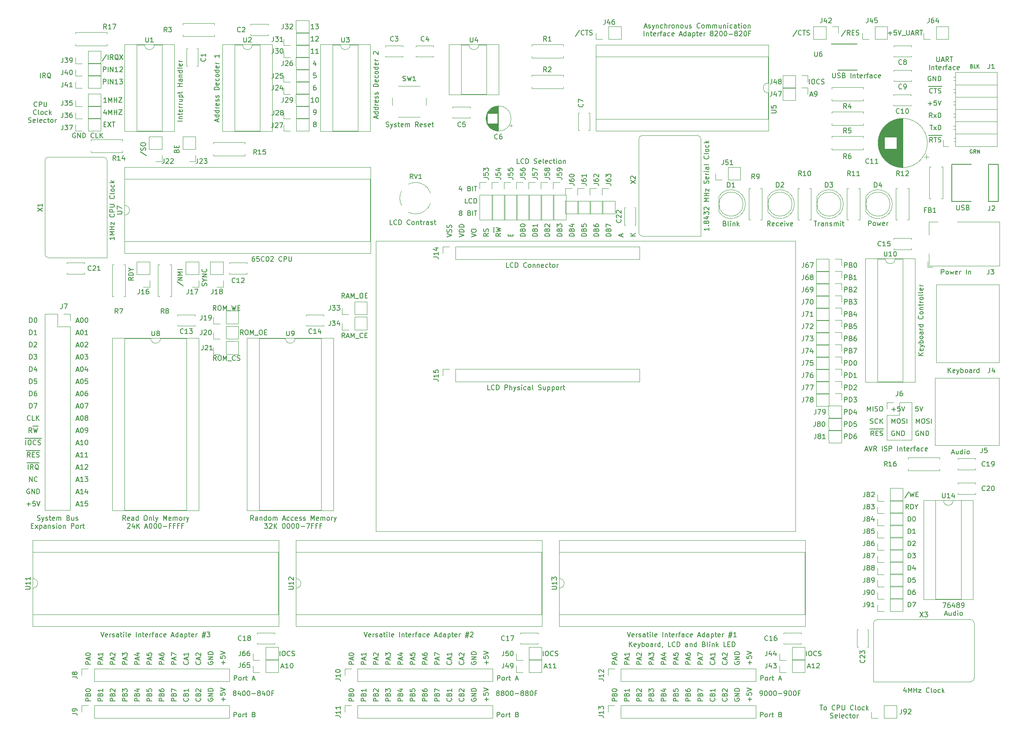
<source format=gto>
G04 #@! TF.GenerationSoftware,KiCad,Pcbnew,(5.1.5)-3*
G04 #@! TF.CreationDate,2020-05-10T15:37:29-04:00*
G04 #@! TF.ProjectId,65C02_Computer,36354330-325f-4436-9f6d-70757465722e,rev?*
G04 #@! TF.SameCoordinates,Original*
G04 #@! TF.FileFunction,Legend,Top*
G04 #@! TF.FilePolarity,Positive*
%FSLAX46Y46*%
G04 Gerber Fmt 4.6, Leading zero omitted, Abs format (unit mm)*
G04 Created by KiCad (PCBNEW (5.1.5)-3) date 2020-05-10 15:37:29*
%MOMM*%
%LPD*%
G04 APERTURE LIST*
%ADD10C,0.150000*%
%ADD11C,0.120000*%
G04 APERTURE END LIST*
D10*
X215104214Y-48393000D02*
X215032785Y-48357285D01*
X214925642Y-48357285D01*
X214818500Y-48393000D01*
X214747071Y-48464428D01*
X214711357Y-48535857D01*
X214675642Y-48678714D01*
X214675642Y-48785857D01*
X214711357Y-48928714D01*
X214747071Y-49000142D01*
X214818500Y-49071571D01*
X214925642Y-49107285D01*
X214997071Y-49107285D01*
X215104214Y-49071571D01*
X215139928Y-49035857D01*
X215139928Y-48785857D01*
X214997071Y-48785857D01*
X215889928Y-49107285D02*
X215639928Y-48750142D01*
X215461357Y-49107285D02*
X215461357Y-48357285D01*
X215747071Y-48357285D01*
X215818500Y-48393000D01*
X215854214Y-48428714D01*
X215889928Y-48500142D01*
X215889928Y-48607285D01*
X215854214Y-48678714D01*
X215818500Y-48714428D01*
X215747071Y-48750142D01*
X215461357Y-48750142D01*
X216211357Y-49107285D02*
X216211357Y-48357285D01*
X216639928Y-49107285D01*
X216639928Y-48357285D01*
X215012928Y-31061428D02*
X215120071Y-31097142D01*
X215155785Y-31132857D01*
X215191500Y-31204285D01*
X215191500Y-31311428D01*
X215155785Y-31382857D01*
X215120071Y-31418571D01*
X215048642Y-31454285D01*
X214762928Y-31454285D01*
X214762928Y-30704285D01*
X215012928Y-30704285D01*
X215084357Y-30740000D01*
X215120071Y-30775714D01*
X215155785Y-30847142D01*
X215155785Y-30918571D01*
X215120071Y-30990000D01*
X215084357Y-31025714D01*
X215012928Y-31061428D01*
X214762928Y-31061428D01*
X215870071Y-31454285D02*
X215512928Y-31454285D01*
X215512928Y-30704285D01*
X216120071Y-31454285D02*
X216120071Y-30704285D01*
X216548642Y-31454285D02*
X216227214Y-31025714D01*
X216548642Y-30704285D02*
X216120071Y-31132857D01*
X203531547Y-105227380D02*
X203531547Y-104227380D01*
X203864880Y-104941666D01*
X204198214Y-104227380D01*
X204198214Y-105227380D01*
X204864880Y-104227380D02*
X205055357Y-104227380D01*
X205150595Y-104275000D01*
X205245833Y-104370238D01*
X205293452Y-104560714D01*
X205293452Y-104894047D01*
X205245833Y-105084523D01*
X205150595Y-105179761D01*
X205055357Y-105227380D01*
X204864880Y-105227380D01*
X204769642Y-105179761D01*
X204674404Y-105084523D01*
X204626785Y-104894047D01*
X204626785Y-104560714D01*
X204674404Y-104370238D01*
X204769642Y-104275000D01*
X204864880Y-104227380D01*
X205674404Y-105179761D02*
X205817261Y-105227380D01*
X206055357Y-105227380D01*
X206150595Y-105179761D01*
X206198214Y-105132142D01*
X206245833Y-105036904D01*
X206245833Y-104941666D01*
X206198214Y-104846428D01*
X206150595Y-104798809D01*
X206055357Y-104751190D01*
X205864880Y-104703571D01*
X205769642Y-104655952D01*
X205722023Y-104608333D01*
X205674404Y-104513095D01*
X205674404Y-104417857D01*
X205722023Y-104322619D01*
X205769642Y-104275000D01*
X205864880Y-104227380D01*
X206102976Y-104227380D01*
X206245833Y-104275000D01*
X206674404Y-105227380D02*
X206674404Y-104227380D01*
X203991785Y-106815000D02*
X203896547Y-106767380D01*
X203753690Y-106767380D01*
X203610833Y-106815000D01*
X203515595Y-106910238D01*
X203467976Y-107005476D01*
X203420357Y-107195952D01*
X203420357Y-107338809D01*
X203467976Y-107529285D01*
X203515595Y-107624523D01*
X203610833Y-107719761D01*
X203753690Y-107767380D01*
X203848928Y-107767380D01*
X203991785Y-107719761D01*
X204039404Y-107672142D01*
X204039404Y-107338809D01*
X203848928Y-107338809D01*
X204467976Y-107767380D02*
X204467976Y-106767380D01*
X205039404Y-107767380D01*
X205039404Y-106767380D01*
X205515595Y-107767380D02*
X205515595Y-106767380D01*
X205753690Y-106767380D01*
X205896547Y-106815000D01*
X205991785Y-106910238D01*
X206039404Y-107005476D01*
X206087023Y-107195952D01*
X206087023Y-107338809D01*
X206039404Y-107529285D01*
X205991785Y-107624523D01*
X205896547Y-107719761D01*
X205753690Y-107767380D01*
X205515595Y-107767380D01*
X203912261Y-101687380D02*
X203436071Y-101687380D01*
X203388452Y-102163571D01*
X203436071Y-102115952D01*
X203531309Y-102068333D01*
X203769404Y-102068333D01*
X203864642Y-102115952D01*
X203912261Y-102163571D01*
X203959880Y-102258809D01*
X203959880Y-102496904D01*
X203912261Y-102592142D01*
X203864642Y-102639761D01*
X203769404Y-102687380D01*
X203531309Y-102687380D01*
X203436071Y-102639761D01*
X203388452Y-102592142D01*
X204245595Y-101687380D02*
X204578928Y-102687380D01*
X204912261Y-101687380D01*
X188626904Y-108402380D02*
X188626904Y-107402380D01*
X189007857Y-107402380D01*
X189103095Y-107450000D01*
X189150714Y-107497619D01*
X189198333Y-107592857D01*
X189198333Y-107735714D01*
X189150714Y-107830952D01*
X189103095Y-107878571D01*
X189007857Y-107926190D01*
X188626904Y-107926190D01*
X189626904Y-108402380D02*
X189626904Y-107402380D01*
X189865000Y-107402380D01*
X190007857Y-107450000D01*
X190103095Y-107545238D01*
X190150714Y-107640476D01*
X190198333Y-107830952D01*
X190198333Y-107973809D01*
X190150714Y-108164285D01*
X190103095Y-108259523D01*
X190007857Y-108354761D01*
X189865000Y-108402380D01*
X189626904Y-108402380D01*
X191055476Y-107402380D02*
X190865000Y-107402380D01*
X190769761Y-107450000D01*
X190722142Y-107497619D01*
X190626904Y-107640476D01*
X190579285Y-107830952D01*
X190579285Y-108211904D01*
X190626904Y-108307142D01*
X190674523Y-108354761D01*
X190769761Y-108402380D01*
X190960238Y-108402380D01*
X191055476Y-108354761D01*
X191103095Y-108307142D01*
X191150714Y-108211904D01*
X191150714Y-107973809D01*
X191103095Y-107878571D01*
X191055476Y-107830952D01*
X190960238Y-107783333D01*
X190769761Y-107783333D01*
X190674523Y-107830952D01*
X190626904Y-107878571D01*
X190579285Y-107973809D01*
X188626904Y-105862380D02*
X188626904Y-104862380D01*
X189007857Y-104862380D01*
X189103095Y-104910000D01*
X189150714Y-104957619D01*
X189198333Y-105052857D01*
X189198333Y-105195714D01*
X189150714Y-105290952D01*
X189103095Y-105338571D01*
X189007857Y-105386190D01*
X188626904Y-105386190D01*
X189626904Y-105862380D02*
X189626904Y-104862380D01*
X189865000Y-104862380D01*
X190007857Y-104910000D01*
X190103095Y-105005238D01*
X190150714Y-105100476D01*
X190198333Y-105290952D01*
X190198333Y-105433809D01*
X190150714Y-105624285D01*
X190103095Y-105719523D01*
X190007857Y-105814761D01*
X189865000Y-105862380D01*
X189626904Y-105862380D01*
X191103095Y-104862380D02*
X190626904Y-104862380D01*
X190579285Y-105338571D01*
X190626904Y-105290952D01*
X190722142Y-105243333D01*
X190960238Y-105243333D01*
X191055476Y-105290952D01*
X191103095Y-105338571D01*
X191150714Y-105433809D01*
X191150714Y-105671904D01*
X191103095Y-105767142D01*
X191055476Y-105814761D01*
X190960238Y-105862380D01*
X190722142Y-105862380D01*
X190626904Y-105814761D01*
X190579285Y-105767142D01*
X188626904Y-103322380D02*
X188626904Y-102322380D01*
X189007857Y-102322380D01*
X189103095Y-102370000D01*
X189150714Y-102417619D01*
X189198333Y-102512857D01*
X189198333Y-102655714D01*
X189150714Y-102750952D01*
X189103095Y-102798571D01*
X189007857Y-102846190D01*
X188626904Y-102846190D01*
X189626904Y-103322380D02*
X189626904Y-102322380D01*
X189865000Y-102322380D01*
X190007857Y-102370000D01*
X190103095Y-102465238D01*
X190150714Y-102560476D01*
X190198333Y-102750952D01*
X190198333Y-102893809D01*
X190150714Y-103084285D01*
X190103095Y-103179523D01*
X190007857Y-103274761D01*
X189865000Y-103322380D01*
X189626904Y-103322380D01*
X191055476Y-102655714D02*
X191055476Y-103322380D01*
X190817380Y-102274761D02*
X190579285Y-102989047D01*
X191198333Y-102989047D01*
X62040000Y-161170952D02*
X61944761Y-161123333D01*
X61897142Y-161075714D01*
X61849523Y-160980476D01*
X61849523Y-160932857D01*
X61897142Y-160837619D01*
X61944761Y-160790000D01*
X62040000Y-160742380D01*
X62230476Y-160742380D01*
X62325714Y-160790000D01*
X62373333Y-160837619D01*
X62420952Y-160932857D01*
X62420952Y-160980476D01*
X62373333Y-161075714D01*
X62325714Y-161123333D01*
X62230476Y-161170952D01*
X62040000Y-161170952D01*
X61944761Y-161218571D01*
X61897142Y-161266190D01*
X61849523Y-161361428D01*
X61849523Y-161551904D01*
X61897142Y-161647142D01*
X61944761Y-161694761D01*
X62040000Y-161742380D01*
X62230476Y-161742380D01*
X62325714Y-161694761D01*
X62373333Y-161647142D01*
X62420952Y-161551904D01*
X62420952Y-161361428D01*
X62373333Y-161266190D01*
X62325714Y-161218571D01*
X62230476Y-161170952D01*
X63278095Y-161075714D02*
X63278095Y-161742380D01*
X63040000Y-160694761D02*
X62801904Y-161409047D01*
X63420952Y-161409047D01*
X63992380Y-160742380D02*
X64087619Y-160742380D01*
X64182857Y-160790000D01*
X64230476Y-160837619D01*
X64278095Y-160932857D01*
X64325714Y-161123333D01*
X64325714Y-161361428D01*
X64278095Y-161551904D01*
X64230476Y-161647142D01*
X64182857Y-161694761D01*
X64087619Y-161742380D01*
X63992380Y-161742380D01*
X63897142Y-161694761D01*
X63849523Y-161647142D01*
X63801904Y-161551904D01*
X63754285Y-161361428D01*
X63754285Y-161123333D01*
X63801904Y-160932857D01*
X63849523Y-160837619D01*
X63897142Y-160790000D01*
X63992380Y-160742380D01*
X64944761Y-160742380D02*
X65040000Y-160742380D01*
X65135238Y-160790000D01*
X65182857Y-160837619D01*
X65230476Y-160932857D01*
X65278095Y-161123333D01*
X65278095Y-161361428D01*
X65230476Y-161551904D01*
X65182857Y-161647142D01*
X65135238Y-161694761D01*
X65040000Y-161742380D01*
X64944761Y-161742380D01*
X64849523Y-161694761D01*
X64801904Y-161647142D01*
X64754285Y-161551904D01*
X64706666Y-161361428D01*
X64706666Y-161123333D01*
X64754285Y-160932857D01*
X64801904Y-160837619D01*
X64849523Y-160790000D01*
X64944761Y-160742380D01*
X65706666Y-161361428D02*
X66468571Y-161361428D01*
X67087619Y-161170952D02*
X66992380Y-161123333D01*
X66944761Y-161075714D01*
X66897142Y-160980476D01*
X66897142Y-160932857D01*
X66944761Y-160837619D01*
X66992380Y-160790000D01*
X67087619Y-160742380D01*
X67278095Y-160742380D01*
X67373333Y-160790000D01*
X67420952Y-160837619D01*
X67468571Y-160932857D01*
X67468571Y-160980476D01*
X67420952Y-161075714D01*
X67373333Y-161123333D01*
X67278095Y-161170952D01*
X67087619Y-161170952D01*
X66992380Y-161218571D01*
X66944761Y-161266190D01*
X66897142Y-161361428D01*
X66897142Y-161551904D01*
X66944761Y-161647142D01*
X66992380Y-161694761D01*
X67087619Y-161742380D01*
X67278095Y-161742380D01*
X67373333Y-161694761D01*
X67420952Y-161647142D01*
X67468571Y-161551904D01*
X67468571Y-161361428D01*
X67420952Y-161266190D01*
X67373333Y-161218571D01*
X67278095Y-161170952D01*
X68325714Y-161075714D02*
X68325714Y-161742380D01*
X68087619Y-160694761D02*
X67849523Y-161409047D01*
X68468571Y-161409047D01*
X69040000Y-160742380D02*
X69135238Y-160742380D01*
X69230476Y-160790000D01*
X69278095Y-160837619D01*
X69325714Y-160932857D01*
X69373333Y-161123333D01*
X69373333Y-161361428D01*
X69325714Y-161551904D01*
X69278095Y-161647142D01*
X69230476Y-161694761D01*
X69135238Y-161742380D01*
X69040000Y-161742380D01*
X68944761Y-161694761D01*
X68897142Y-161647142D01*
X68849523Y-161551904D01*
X68801904Y-161361428D01*
X68801904Y-161123333D01*
X68849523Y-160932857D01*
X68897142Y-160837619D01*
X68944761Y-160790000D01*
X69040000Y-160742380D01*
X70135238Y-161218571D02*
X69801904Y-161218571D01*
X69801904Y-161742380D02*
X69801904Y-160742380D01*
X70278095Y-160742380D01*
X116650000Y-161170952D02*
X116554761Y-161123333D01*
X116507142Y-161075714D01*
X116459523Y-160980476D01*
X116459523Y-160932857D01*
X116507142Y-160837619D01*
X116554761Y-160790000D01*
X116650000Y-160742380D01*
X116840476Y-160742380D01*
X116935714Y-160790000D01*
X116983333Y-160837619D01*
X117030952Y-160932857D01*
X117030952Y-160980476D01*
X116983333Y-161075714D01*
X116935714Y-161123333D01*
X116840476Y-161170952D01*
X116650000Y-161170952D01*
X116554761Y-161218571D01*
X116507142Y-161266190D01*
X116459523Y-161361428D01*
X116459523Y-161551904D01*
X116507142Y-161647142D01*
X116554761Y-161694761D01*
X116650000Y-161742380D01*
X116840476Y-161742380D01*
X116935714Y-161694761D01*
X116983333Y-161647142D01*
X117030952Y-161551904D01*
X117030952Y-161361428D01*
X116983333Y-161266190D01*
X116935714Y-161218571D01*
X116840476Y-161170952D01*
X117602380Y-161170952D02*
X117507142Y-161123333D01*
X117459523Y-161075714D01*
X117411904Y-160980476D01*
X117411904Y-160932857D01*
X117459523Y-160837619D01*
X117507142Y-160790000D01*
X117602380Y-160742380D01*
X117792857Y-160742380D01*
X117888095Y-160790000D01*
X117935714Y-160837619D01*
X117983333Y-160932857D01*
X117983333Y-160980476D01*
X117935714Y-161075714D01*
X117888095Y-161123333D01*
X117792857Y-161170952D01*
X117602380Y-161170952D01*
X117507142Y-161218571D01*
X117459523Y-161266190D01*
X117411904Y-161361428D01*
X117411904Y-161551904D01*
X117459523Y-161647142D01*
X117507142Y-161694761D01*
X117602380Y-161742380D01*
X117792857Y-161742380D01*
X117888095Y-161694761D01*
X117935714Y-161647142D01*
X117983333Y-161551904D01*
X117983333Y-161361428D01*
X117935714Y-161266190D01*
X117888095Y-161218571D01*
X117792857Y-161170952D01*
X118602380Y-160742380D02*
X118697619Y-160742380D01*
X118792857Y-160790000D01*
X118840476Y-160837619D01*
X118888095Y-160932857D01*
X118935714Y-161123333D01*
X118935714Y-161361428D01*
X118888095Y-161551904D01*
X118840476Y-161647142D01*
X118792857Y-161694761D01*
X118697619Y-161742380D01*
X118602380Y-161742380D01*
X118507142Y-161694761D01*
X118459523Y-161647142D01*
X118411904Y-161551904D01*
X118364285Y-161361428D01*
X118364285Y-161123333D01*
X118411904Y-160932857D01*
X118459523Y-160837619D01*
X118507142Y-160790000D01*
X118602380Y-160742380D01*
X119554761Y-160742380D02*
X119650000Y-160742380D01*
X119745238Y-160790000D01*
X119792857Y-160837619D01*
X119840476Y-160932857D01*
X119888095Y-161123333D01*
X119888095Y-161361428D01*
X119840476Y-161551904D01*
X119792857Y-161647142D01*
X119745238Y-161694761D01*
X119650000Y-161742380D01*
X119554761Y-161742380D01*
X119459523Y-161694761D01*
X119411904Y-161647142D01*
X119364285Y-161551904D01*
X119316666Y-161361428D01*
X119316666Y-161123333D01*
X119364285Y-160932857D01*
X119411904Y-160837619D01*
X119459523Y-160790000D01*
X119554761Y-160742380D01*
X120316666Y-161361428D02*
X121078571Y-161361428D01*
X121697619Y-161170952D02*
X121602380Y-161123333D01*
X121554761Y-161075714D01*
X121507142Y-160980476D01*
X121507142Y-160932857D01*
X121554761Y-160837619D01*
X121602380Y-160790000D01*
X121697619Y-160742380D01*
X121888095Y-160742380D01*
X121983333Y-160790000D01*
X122030952Y-160837619D01*
X122078571Y-160932857D01*
X122078571Y-160980476D01*
X122030952Y-161075714D01*
X121983333Y-161123333D01*
X121888095Y-161170952D01*
X121697619Y-161170952D01*
X121602380Y-161218571D01*
X121554761Y-161266190D01*
X121507142Y-161361428D01*
X121507142Y-161551904D01*
X121554761Y-161647142D01*
X121602380Y-161694761D01*
X121697619Y-161742380D01*
X121888095Y-161742380D01*
X121983333Y-161694761D01*
X122030952Y-161647142D01*
X122078571Y-161551904D01*
X122078571Y-161361428D01*
X122030952Y-161266190D01*
X121983333Y-161218571D01*
X121888095Y-161170952D01*
X122650000Y-161170952D02*
X122554761Y-161123333D01*
X122507142Y-161075714D01*
X122459523Y-160980476D01*
X122459523Y-160932857D01*
X122507142Y-160837619D01*
X122554761Y-160790000D01*
X122650000Y-160742380D01*
X122840476Y-160742380D01*
X122935714Y-160790000D01*
X122983333Y-160837619D01*
X123030952Y-160932857D01*
X123030952Y-160980476D01*
X122983333Y-161075714D01*
X122935714Y-161123333D01*
X122840476Y-161170952D01*
X122650000Y-161170952D01*
X122554761Y-161218571D01*
X122507142Y-161266190D01*
X122459523Y-161361428D01*
X122459523Y-161551904D01*
X122507142Y-161647142D01*
X122554761Y-161694761D01*
X122650000Y-161742380D01*
X122840476Y-161742380D01*
X122935714Y-161694761D01*
X122983333Y-161647142D01*
X123030952Y-161551904D01*
X123030952Y-161361428D01*
X122983333Y-161266190D01*
X122935714Y-161218571D01*
X122840476Y-161170952D01*
X123650000Y-160742380D02*
X123745238Y-160742380D01*
X123840476Y-160790000D01*
X123888095Y-160837619D01*
X123935714Y-160932857D01*
X123983333Y-161123333D01*
X123983333Y-161361428D01*
X123935714Y-161551904D01*
X123888095Y-161647142D01*
X123840476Y-161694761D01*
X123745238Y-161742380D01*
X123650000Y-161742380D01*
X123554761Y-161694761D01*
X123507142Y-161647142D01*
X123459523Y-161551904D01*
X123411904Y-161361428D01*
X123411904Y-161123333D01*
X123459523Y-160932857D01*
X123507142Y-160837619D01*
X123554761Y-160790000D01*
X123650000Y-160742380D01*
X124745238Y-161218571D02*
X124411904Y-161218571D01*
X124411904Y-161742380D02*
X124411904Y-160742380D01*
X124888095Y-160742380D01*
X171164761Y-161742380D02*
X171355238Y-161742380D01*
X171450476Y-161694761D01*
X171498095Y-161647142D01*
X171593333Y-161504285D01*
X171640952Y-161313809D01*
X171640952Y-160932857D01*
X171593333Y-160837619D01*
X171545714Y-160790000D01*
X171450476Y-160742380D01*
X171260000Y-160742380D01*
X171164761Y-160790000D01*
X171117142Y-160837619D01*
X171069523Y-160932857D01*
X171069523Y-161170952D01*
X171117142Y-161266190D01*
X171164761Y-161313809D01*
X171260000Y-161361428D01*
X171450476Y-161361428D01*
X171545714Y-161313809D01*
X171593333Y-161266190D01*
X171640952Y-161170952D01*
X172260000Y-160742380D02*
X172355238Y-160742380D01*
X172450476Y-160790000D01*
X172498095Y-160837619D01*
X172545714Y-160932857D01*
X172593333Y-161123333D01*
X172593333Y-161361428D01*
X172545714Y-161551904D01*
X172498095Y-161647142D01*
X172450476Y-161694761D01*
X172355238Y-161742380D01*
X172260000Y-161742380D01*
X172164761Y-161694761D01*
X172117142Y-161647142D01*
X172069523Y-161551904D01*
X172021904Y-161361428D01*
X172021904Y-161123333D01*
X172069523Y-160932857D01*
X172117142Y-160837619D01*
X172164761Y-160790000D01*
X172260000Y-160742380D01*
X173212380Y-160742380D02*
X173307619Y-160742380D01*
X173402857Y-160790000D01*
X173450476Y-160837619D01*
X173498095Y-160932857D01*
X173545714Y-161123333D01*
X173545714Y-161361428D01*
X173498095Y-161551904D01*
X173450476Y-161647142D01*
X173402857Y-161694761D01*
X173307619Y-161742380D01*
X173212380Y-161742380D01*
X173117142Y-161694761D01*
X173069523Y-161647142D01*
X173021904Y-161551904D01*
X172974285Y-161361428D01*
X172974285Y-161123333D01*
X173021904Y-160932857D01*
X173069523Y-160837619D01*
X173117142Y-160790000D01*
X173212380Y-160742380D01*
X174164761Y-160742380D02*
X174260000Y-160742380D01*
X174355238Y-160790000D01*
X174402857Y-160837619D01*
X174450476Y-160932857D01*
X174498095Y-161123333D01*
X174498095Y-161361428D01*
X174450476Y-161551904D01*
X174402857Y-161647142D01*
X174355238Y-161694761D01*
X174260000Y-161742380D01*
X174164761Y-161742380D01*
X174069523Y-161694761D01*
X174021904Y-161647142D01*
X173974285Y-161551904D01*
X173926666Y-161361428D01*
X173926666Y-161123333D01*
X173974285Y-160932857D01*
X174021904Y-160837619D01*
X174069523Y-160790000D01*
X174164761Y-160742380D01*
X174926666Y-161361428D02*
X175688571Y-161361428D01*
X176212380Y-161742380D02*
X176402857Y-161742380D01*
X176498095Y-161694761D01*
X176545714Y-161647142D01*
X176640952Y-161504285D01*
X176688571Y-161313809D01*
X176688571Y-160932857D01*
X176640952Y-160837619D01*
X176593333Y-160790000D01*
X176498095Y-160742380D01*
X176307619Y-160742380D01*
X176212380Y-160790000D01*
X176164761Y-160837619D01*
X176117142Y-160932857D01*
X176117142Y-161170952D01*
X176164761Y-161266190D01*
X176212380Y-161313809D01*
X176307619Y-161361428D01*
X176498095Y-161361428D01*
X176593333Y-161313809D01*
X176640952Y-161266190D01*
X176688571Y-161170952D01*
X177307619Y-160742380D02*
X177402857Y-160742380D01*
X177498095Y-160790000D01*
X177545714Y-160837619D01*
X177593333Y-160932857D01*
X177640952Y-161123333D01*
X177640952Y-161361428D01*
X177593333Y-161551904D01*
X177545714Y-161647142D01*
X177498095Y-161694761D01*
X177402857Y-161742380D01*
X177307619Y-161742380D01*
X177212380Y-161694761D01*
X177164761Y-161647142D01*
X177117142Y-161551904D01*
X177069523Y-161361428D01*
X177069523Y-161123333D01*
X177117142Y-160932857D01*
X177164761Y-160837619D01*
X177212380Y-160790000D01*
X177307619Y-160742380D01*
X178260000Y-160742380D02*
X178355238Y-160742380D01*
X178450476Y-160790000D01*
X178498095Y-160837619D01*
X178545714Y-160932857D01*
X178593333Y-161123333D01*
X178593333Y-161361428D01*
X178545714Y-161551904D01*
X178498095Y-161647142D01*
X178450476Y-161694761D01*
X178355238Y-161742380D01*
X178260000Y-161742380D01*
X178164761Y-161694761D01*
X178117142Y-161647142D01*
X178069523Y-161551904D01*
X178021904Y-161361428D01*
X178021904Y-161123333D01*
X178069523Y-160932857D01*
X178117142Y-160837619D01*
X178164761Y-160790000D01*
X178260000Y-160742380D01*
X179355238Y-161218571D02*
X179021904Y-161218571D01*
X179021904Y-161742380D02*
X179021904Y-160742380D01*
X179498095Y-160742380D01*
X188626904Y-98242380D02*
X188626904Y-97242380D01*
X189007857Y-97242380D01*
X189103095Y-97290000D01*
X189150714Y-97337619D01*
X189198333Y-97432857D01*
X189198333Y-97575714D01*
X189150714Y-97670952D01*
X189103095Y-97718571D01*
X189007857Y-97766190D01*
X188626904Y-97766190D01*
X189626904Y-98242380D02*
X189626904Y-97242380D01*
X189865000Y-97242380D01*
X190007857Y-97290000D01*
X190103095Y-97385238D01*
X190150714Y-97480476D01*
X190198333Y-97670952D01*
X190198333Y-97813809D01*
X190150714Y-98004285D01*
X190103095Y-98099523D01*
X190007857Y-98194761D01*
X189865000Y-98242380D01*
X189626904Y-98242380D01*
X190579285Y-97337619D02*
X190626904Y-97290000D01*
X190722142Y-97242380D01*
X190960238Y-97242380D01*
X191055476Y-97290000D01*
X191103095Y-97337619D01*
X191150714Y-97432857D01*
X191150714Y-97528095D01*
X191103095Y-97670952D01*
X190531666Y-98242380D01*
X191150714Y-98242380D01*
X188626904Y-93162380D02*
X188626904Y-92162380D01*
X189007857Y-92162380D01*
X189103095Y-92210000D01*
X189150714Y-92257619D01*
X189198333Y-92352857D01*
X189198333Y-92495714D01*
X189150714Y-92590952D01*
X189103095Y-92638571D01*
X189007857Y-92686190D01*
X188626904Y-92686190D01*
X189626904Y-93162380D02*
X189626904Y-92162380D01*
X189865000Y-92162380D01*
X190007857Y-92210000D01*
X190103095Y-92305238D01*
X190150714Y-92400476D01*
X190198333Y-92590952D01*
X190198333Y-92733809D01*
X190150714Y-92924285D01*
X190103095Y-93019523D01*
X190007857Y-93114761D01*
X189865000Y-93162380D01*
X189626904Y-93162380D01*
X190817380Y-92162380D02*
X190912619Y-92162380D01*
X191007857Y-92210000D01*
X191055476Y-92257619D01*
X191103095Y-92352857D01*
X191150714Y-92543333D01*
X191150714Y-92781428D01*
X191103095Y-92971904D01*
X191055476Y-93067142D01*
X191007857Y-93114761D01*
X190912619Y-93162380D01*
X190817380Y-93162380D01*
X190722142Y-93114761D01*
X190674523Y-93067142D01*
X190626904Y-92971904D01*
X190579285Y-92781428D01*
X190579285Y-92543333D01*
X190626904Y-92352857D01*
X190674523Y-92257619D01*
X190722142Y-92210000D01*
X190817380Y-92162380D01*
X181054523Y-155741666D02*
X181530714Y-155741666D01*
X180959285Y-156027380D02*
X181292619Y-155027380D01*
X181625952Y-156027380D01*
X182483095Y-156027380D02*
X181911666Y-156027380D01*
X182197380Y-156027380D02*
X182197380Y-155027380D01*
X182102142Y-155170238D01*
X182006904Y-155265476D01*
X181911666Y-155313095D01*
X182864047Y-155122619D02*
X182911666Y-155075000D01*
X183006904Y-155027380D01*
X183245000Y-155027380D01*
X183340238Y-155075000D01*
X183387857Y-155122619D01*
X183435476Y-155217857D01*
X183435476Y-155313095D01*
X183387857Y-155455952D01*
X182816428Y-156027380D01*
X183435476Y-156027380D01*
X180745000Y-153487380D02*
X180745000Y-152487380D01*
X181411666Y-152487380D02*
X181602142Y-152487380D01*
X181697380Y-152535000D01*
X181792619Y-152630238D01*
X181840238Y-152820714D01*
X181840238Y-153154047D01*
X181792619Y-153344523D01*
X181697380Y-153439761D01*
X181602142Y-153487380D01*
X181411666Y-153487380D01*
X181316428Y-153439761D01*
X181221190Y-153344523D01*
X181173571Y-153154047D01*
X181173571Y-152820714D01*
X181221190Y-152630238D01*
X181316428Y-152535000D01*
X181411666Y-152487380D01*
X182840238Y-153392142D02*
X182792619Y-153439761D01*
X182649761Y-153487380D01*
X182554523Y-153487380D01*
X182411666Y-153439761D01*
X182316428Y-153344523D01*
X182268809Y-153249285D01*
X182221190Y-153058809D01*
X182221190Y-152915952D01*
X182268809Y-152725476D01*
X182316428Y-152630238D01*
X182411666Y-152535000D01*
X182554523Y-152487380D01*
X182649761Y-152487380D01*
X182792619Y-152535000D01*
X182840238Y-152582619D01*
X183221190Y-153439761D02*
X183364047Y-153487380D01*
X183602142Y-153487380D01*
X183697380Y-153439761D01*
X183745000Y-153392142D01*
X183792619Y-153296904D01*
X183792619Y-153201666D01*
X183745000Y-153106428D01*
X183697380Y-153058809D01*
X183602142Y-153011190D01*
X183411666Y-152963571D01*
X183316428Y-152915952D01*
X183268809Y-152868333D01*
X183221190Y-152773095D01*
X183221190Y-152677857D01*
X183268809Y-152582619D01*
X183316428Y-152535000D01*
X183411666Y-152487380D01*
X183649761Y-152487380D01*
X183792619Y-152535000D01*
X126444523Y-155741666D02*
X126920714Y-155741666D01*
X126349285Y-156027380D02*
X126682619Y-155027380D01*
X127015952Y-156027380D01*
X127873095Y-156027380D02*
X127301666Y-156027380D01*
X127587380Y-156027380D02*
X127587380Y-155027380D01*
X127492142Y-155170238D01*
X127396904Y-155265476D01*
X127301666Y-155313095D01*
X128825476Y-156027380D02*
X128254047Y-156027380D01*
X128539761Y-156027380D02*
X128539761Y-155027380D01*
X128444523Y-155170238D01*
X128349285Y-155265476D01*
X128254047Y-155313095D01*
X126135000Y-153487380D02*
X126135000Y-152487380D01*
X126801666Y-152487380D02*
X126992142Y-152487380D01*
X127087380Y-152535000D01*
X127182619Y-152630238D01*
X127230238Y-152820714D01*
X127230238Y-153154047D01*
X127182619Y-153344523D01*
X127087380Y-153439761D01*
X126992142Y-153487380D01*
X126801666Y-153487380D01*
X126706428Y-153439761D01*
X126611190Y-153344523D01*
X126563571Y-153154047D01*
X126563571Y-152820714D01*
X126611190Y-152630238D01*
X126706428Y-152535000D01*
X126801666Y-152487380D01*
X128230238Y-153392142D02*
X128182619Y-153439761D01*
X128039761Y-153487380D01*
X127944523Y-153487380D01*
X127801666Y-153439761D01*
X127706428Y-153344523D01*
X127658809Y-153249285D01*
X127611190Y-153058809D01*
X127611190Y-152915952D01*
X127658809Y-152725476D01*
X127706428Y-152630238D01*
X127801666Y-152535000D01*
X127944523Y-152487380D01*
X128039761Y-152487380D01*
X128182619Y-152535000D01*
X128230238Y-152582619D01*
X128611190Y-153439761D02*
X128754047Y-153487380D01*
X128992142Y-153487380D01*
X129087380Y-153439761D01*
X129135000Y-153392142D01*
X129182619Y-153296904D01*
X129182619Y-153201666D01*
X129135000Y-153106428D01*
X129087380Y-153058809D01*
X128992142Y-153011190D01*
X128801666Y-152963571D01*
X128706428Y-152915952D01*
X128658809Y-152868333D01*
X128611190Y-152773095D01*
X128611190Y-152677857D01*
X128658809Y-152582619D01*
X128706428Y-152535000D01*
X128801666Y-152487380D01*
X129039761Y-152487380D01*
X129182619Y-152535000D01*
X71834523Y-155741666D02*
X72310714Y-155741666D01*
X71739285Y-156027380D02*
X72072619Y-155027380D01*
X72405952Y-156027380D01*
X73263095Y-156027380D02*
X72691666Y-156027380D01*
X72977380Y-156027380D02*
X72977380Y-155027380D01*
X72882142Y-155170238D01*
X72786904Y-155265476D01*
X72691666Y-155313095D01*
X73882142Y-155027380D02*
X73977380Y-155027380D01*
X74072619Y-155075000D01*
X74120238Y-155122619D01*
X74167857Y-155217857D01*
X74215476Y-155408333D01*
X74215476Y-155646428D01*
X74167857Y-155836904D01*
X74120238Y-155932142D01*
X74072619Y-155979761D01*
X73977380Y-156027380D01*
X73882142Y-156027380D01*
X73786904Y-155979761D01*
X73739285Y-155932142D01*
X73691666Y-155836904D01*
X73644047Y-155646428D01*
X73644047Y-155408333D01*
X73691666Y-155217857D01*
X73739285Y-155122619D01*
X73786904Y-155075000D01*
X73882142Y-155027380D01*
X71525000Y-153487380D02*
X71525000Y-152487380D01*
X72191666Y-152487380D02*
X72382142Y-152487380D01*
X72477380Y-152535000D01*
X72572619Y-152630238D01*
X72620238Y-152820714D01*
X72620238Y-153154047D01*
X72572619Y-153344523D01*
X72477380Y-153439761D01*
X72382142Y-153487380D01*
X72191666Y-153487380D01*
X72096428Y-153439761D01*
X72001190Y-153344523D01*
X71953571Y-153154047D01*
X71953571Y-152820714D01*
X72001190Y-152630238D01*
X72096428Y-152535000D01*
X72191666Y-152487380D01*
X73620238Y-153392142D02*
X73572619Y-153439761D01*
X73429761Y-153487380D01*
X73334523Y-153487380D01*
X73191666Y-153439761D01*
X73096428Y-153344523D01*
X73048809Y-153249285D01*
X73001190Y-153058809D01*
X73001190Y-152915952D01*
X73048809Y-152725476D01*
X73096428Y-152630238D01*
X73191666Y-152535000D01*
X73334523Y-152487380D01*
X73429761Y-152487380D01*
X73572619Y-152535000D01*
X73620238Y-152582619D01*
X74001190Y-153439761D02*
X74144047Y-153487380D01*
X74382142Y-153487380D01*
X74477380Y-153439761D01*
X74525000Y-153392142D01*
X74572619Y-153296904D01*
X74572619Y-153201666D01*
X74525000Y-153106428D01*
X74477380Y-153058809D01*
X74382142Y-153011190D01*
X74191666Y-152963571D01*
X74096428Y-152915952D01*
X74048809Y-152868333D01*
X74001190Y-152773095D01*
X74001190Y-152677857D01*
X74048809Y-152582619D01*
X74096428Y-152535000D01*
X74191666Y-152487380D01*
X74429761Y-152487380D01*
X74572619Y-152535000D01*
X181530714Y-36996666D02*
X182006904Y-36996666D01*
X181435476Y-37282380D02*
X181768809Y-36282380D01*
X182102142Y-37282380D01*
X182483095Y-37282380D02*
X182673571Y-37282380D01*
X182768809Y-37234761D01*
X182816428Y-37187142D01*
X182911666Y-37044285D01*
X182959285Y-36853809D01*
X182959285Y-36472857D01*
X182911666Y-36377619D01*
X182864047Y-36330000D01*
X182768809Y-36282380D01*
X182578333Y-36282380D01*
X182483095Y-36330000D01*
X182435476Y-36377619D01*
X182387857Y-36472857D01*
X182387857Y-36710952D01*
X182435476Y-36806190D01*
X182483095Y-36853809D01*
X182578333Y-36901428D01*
X182768809Y-36901428D01*
X182864047Y-36853809D01*
X182911666Y-36806190D01*
X182959285Y-36710952D01*
X181380000Y-34742380D02*
X181380000Y-33742380D01*
X182046666Y-33742380D02*
X182237142Y-33742380D01*
X182332380Y-33790000D01*
X182427619Y-33885238D01*
X182475238Y-34075714D01*
X182475238Y-34409047D01*
X182427619Y-34599523D01*
X182332380Y-34694761D01*
X182237142Y-34742380D01*
X182046666Y-34742380D01*
X181951428Y-34694761D01*
X181856190Y-34599523D01*
X181808571Y-34409047D01*
X181808571Y-34075714D01*
X181856190Y-33885238D01*
X181951428Y-33790000D01*
X182046666Y-33742380D01*
X183475238Y-34647142D02*
X183427619Y-34694761D01*
X183284761Y-34742380D01*
X183189523Y-34742380D01*
X183046666Y-34694761D01*
X182951428Y-34599523D01*
X182903809Y-34504285D01*
X182856190Y-34313809D01*
X182856190Y-34170952D01*
X182903809Y-33980476D01*
X182951428Y-33885238D01*
X183046666Y-33790000D01*
X183189523Y-33742380D01*
X183284761Y-33742380D01*
X183427619Y-33790000D01*
X183475238Y-33837619D01*
X183856190Y-34694761D02*
X183999047Y-34742380D01*
X184237142Y-34742380D01*
X184332380Y-34694761D01*
X184380000Y-34647142D01*
X184427619Y-34551904D01*
X184427619Y-34456666D01*
X184380000Y-34361428D01*
X184332380Y-34313809D01*
X184237142Y-34266190D01*
X184046666Y-34218571D01*
X183951428Y-34170952D01*
X183903809Y-34123333D01*
X183856190Y-34028095D01*
X183856190Y-33932857D01*
X183903809Y-33837619D01*
X183951428Y-33790000D01*
X184046666Y-33742380D01*
X184284761Y-33742380D01*
X184427619Y-33790000D01*
X210891666Y-111291666D02*
X211367857Y-111291666D01*
X210796428Y-111577380D02*
X211129761Y-110577380D01*
X211463095Y-111577380D01*
X212225000Y-110910714D02*
X212225000Y-111577380D01*
X211796428Y-110910714D02*
X211796428Y-111434523D01*
X211844047Y-111529761D01*
X211939285Y-111577380D01*
X212082142Y-111577380D01*
X212177380Y-111529761D01*
X212225000Y-111482142D01*
X213129761Y-111577380D02*
X213129761Y-110577380D01*
X213129761Y-111529761D02*
X213034523Y-111577380D01*
X212844047Y-111577380D01*
X212748809Y-111529761D01*
X212701190Y-111482142D01*
X212653571Y-111386904D01*
X212653571Y-111101190D01*
X212701190Y-111005952D01*
X212748809Y-110958333D01*
X212844047Y-110910714D01*
X213034523Y-110910714D01*
X213129761Y-110958333D01*
X213605952Y-111577380D02*
X213605952Y-110910714D01*
X213605952Y-110577380D02*
X213558333Y-110625000D01*
X213605952Y-110672619D01*
X213653571Y-110625000D01*
X213605952Y-110577380D01*
X213605952Y-110672619D01*
X214225000Y-111577380D02*
X214129761Y-111529761D01*
X214082142Y-111482142D01*
X214034523Y-111386904D01*
X214034523Y-111101190D01*
X214082142Y-111005952D01*
X214129761Y-110958333D01*
X214225000Y-110910714D01*
X214367857Y-110910714D01*
X214463095Y-110958333D01*
X214510714Y-111005952D01*
X214558333Y-111101190D01*
X214558333Y-111386904D01*
X214510714Y-111482142D01*
X214463095Y-111529761D01*
X214367857Y-111577380D01*
X214225000Y-111577380D01*
X99512380Y-162859404D02*
X98512380Y-162859404D01*
X98512380Y-162478452D01*
X98560000Y-162383214D01*
X98607619Y-162335595D01*
X98702857Y-162287976D01*
X98845714Y-162287976D01*
X98940952Y-162335595D01*
X98988571Y-162383214D01*
X99036190Y-162478452D01*
X99036190Y-162859404D01*
X98988571Y-161526071D02*
X99036190Y-161383214D01*
X99083809Y-161335595D01*
X99179047Y-161287976D01*
X99321904Y-161287976D01*
X99417142Y-161335595D01*
X99464761Y-161383214D01*
X99512380Y-161478452D01*
X99512380Y-161859404D01*
X98512380Y-161859404D01*
X98512380Y-161526071D01*
X98560000Y-161430833D01*
X98607619Y-161383214D01*
X98702857Y-161335595D01*
X98798095Y-161335595D01*
X98893333Y-161383214D01*
X98940952Y-161430833D01*
X98988571Y-161526071D01*
X98988571Y-161859404D01*
X98512380Y-160383214D02*
X98512380Y-160859404D01*
X98988571Y-160907023D01*
X98940952Y-160859404D01*
X98893333Y-160764166D01*
X98893333Y-160526071D01*
X98940952Y-160430833D01*
X98988571Y-160383214D01*
X99083809Y-160335595D01*
X99321904Y-160335595D01*
X99417142Y-160383214D01*
X99464761Y-160430833D01*
X99512380Y-160526071D01*
X99512380Y-160764166D01*
X99464761Y-160859404D01*
X99417142Y-160907023D01*
X209026404Y-142454880D02*
X209693071Y-142454880D01*
X209264500Y-143454880D01*
X210502595Y-142454880D02*
X210312119Y-142454880D01*
X210216880Y-142502500D01*
X210169261Y-142550119D01*
X210074023Y-142692976D01*
X210026404Y-142883452D01*
X210026404Y-143264404D01*
X210074023Y-143359642D01*
X210121642Y-143407261D01*
X210216880Y-143454880D01*
X210407357Y-143454880D01*
X210502595Y-143407261D01*
X210550214Y-143359642D01*
X210597833Y-143264404D01*
X210597833Y-143026309D01*
X210550214Y-142931071D01*
X210502595Y-142883452D01*
X210407357Y-142835833D01*
X210216880Y-142835833D01*
X210121642Y-142883452D01*
X210074023Y-142931071D01*
X210026404Y-143026309D01*
X211454976Y-142788214D02*
X211454976Y-143454880D01*
X211216880Y-142407261D02*
X210978785Y-143121547D01*
X211597833Y-143121547D01*
X212121642Y-142883452D02*
X212026404Y-142835833D01*
X211978785Y-142788214D01*
X211931166Y-142692976D01*
X211931166Y-142645357D01*
X211978785Y-142550119D01*
X212026404Y-142502500D01*
X212121642Y-142454880D01*
X212312119Y-142454880D01*
X212407357Y-142502500D01*
X212454976Y-142550119D01*
X212502595Y-142645357D01*
X212502595Y-142692976D01*
X212454976Y-142788214D01*
X212407357Y-142835833D01*
X212312119Y-142883452D01*
X212121642Y-142883452D01*
X212026404Y-142931071D01*
X211978785Y-142978690D01*
X211931166Y-143073928D01*
X211931166Y-143264404D01*
X211978785Y-143359642D01*
X212026404Y-143407261D01*
X212121642Y-143454880D01*
X212312119Y-143454880D01*
X212407357Y-143407261D01*
X212454976Y-143359642D01*
X212502595Y-143264404D01*
X212502595Y-143073928D01*
X212454976Y-142978690D01*
X212407357Y-142931071D01*
X212312119Y-142883452D01*
X212978785Y-143454880D02*
X213169261Y-143454880D01*
X213264500Y-143407261D01*
X213312119Y-143359642D01*
X213407357Y-143216785D01*
X213454976Y-143026309D01*
X213454976Y-142645357D01*
X213407357Y-142550119D01*
X213359738Y-142502500D01*
X213264500Y-142454880D01*
X213074023Y-142454880D01*
X212978785Y-142502500D01*
X212931166Y-142550119D01*
X212883547Y-142645357D01*
X212883547Y-142883452D01*
X212931166Y-142978690D01*
X212978785Y-143026309D01*
X213074023Y-143073928D01*
X213264500Y-143073928D01*
X213359738Y-143026309D01*
X213407357Y-142978690D01*
X213454976Y-142883452D01*
X209431166Y-144819166D02*
X209907357Y-144819166D01*
X209335928Y-145104880D02*
X209669261Y-144104880D01*
X210002595Y-145104880D01*
X210764500Y-144438214D02*
X210764500Y-145104880D01*
X210335928Y-144438214D02*
X210335928Y-144962023D01*
X210383547Y-145057261D01*
X210478785Y-145104880D01*
X210621642Y-145104880D01*
X210716880Y-145057261D01*
X210764500Y-145009642D01*
X211669261Y-145104880D02*
X211669261Y-144104880D01*
X211669261Y-145057261D02*
X211574023Y-145104880D01*
X211383547Y-145104880D01*
X211288309Y-145057261D01*
X211240690Y-145009642D01*
X211193071Y-144914404D01*
X211193071Y-144628690D01*
X211240690Y-144533452D01*
X211288309Y-144485833D01*
X211383547Y-144438214D01*
X211574023Y-144438214D01*
X211669261Y-144485833D01*
X212145452Y-145104880D02*
X212145452Y-144438214D01*
X212145452Y-144104880D02*
X212097833Y-144152500D01*
X212145452Y-144200119D01*
X212193071Y-144152500D01*
X212145452Y-144104880D01*
X212145452Y-144200119D01*
X212764500Y-145104880D02*
X212669261Y-145057261D01*
X212621642Y-145009642D01*
X212574023Y-144914404D01*
X212574023Y-144628690D01*
X212621642Y-144533452D01*
X212669261Y-144485833D01*
X212764500Y-144438214D01*
X212907357Y-144438214D01*
X213002595Y-144485833D01*
X213050214Y-144533452D01*
X213097833Y-144628690D01*
X213097833Y-144914404D01*
X213050214Y-145009642D01*
X213002595Y-145057261D01*
X212907357Y-145104880D01*
X212764500Y-145104880D01*
X66207142Y-70572380D02*
X66016666Y-70572380D01*
X65921428Y-70620000D01*
X65873809Y-70667619D01*
X65778571Y-70810476D01*
X65730952Y-71000952D01*
X65730952Y-71381904D01*
X65778571Y-71477142D01*
X65826190Y-71524761D01*
X65921428Y-71572380D01*
X66111904Y-71572380D01*
X66207142Y-71524761D01*
X66254761Y-71477142D01*
X66302380Y-71381904D01*
X66302380Y-71143809D01*
X66254761Y-71048571D01*
X66207142Y-71000952D01*
X66111904Y-70953333D01*
X65921428Y-70953333D01*
X65826190Y-71000952D01*
X65778571Y-71048571D01*
X65730952Y-71143809D01*
X67207142Y-70572380D02*
X66730952Y-70572380D01*
X66683333Y-71048571D01*
X66730952Y-71000952D01*
X66826190Y-70953333D01*
X67064285Y-70953333D01*
X67159523Y-71000952D01*
X67207142Y-71048571D01*
X67254761Y-71143809D01*
X67254761Y-71381904D01*
X67207142Y-71477142D01*
X67159523Y-71524761D01*
X67064285Y-71572380D01*
X66826190Y-71572380D01*
X66730952Y-71524761D01*
X66683333Y-71477142D01*
X68254761Y-71477142D02*
X68207142Y-71524761D01*
X68064285Y-71572380D01*
X67969047Y-71572380D01*
X67826190Y-71524761D01*
X67730952Y-71429523D01*
X67683333Y-71334285D01*
X67635714Y-71143809D01*
X67635714Y-71000952D01*
X67683333Y-70810476D01*
X67730952Y-70715238D01*
X67826190Y-70620000D01*
X67969047Y-70572380D01*
X68064285Y-70572380D01*
X68207142Y-70620000D01*
X68254761Y-70667619D01*
X68873809Y-70572380D02*
X68969047Y-70572380D01*
X69064285Y-70620000D01*
X69111904Y-70667619D01*
X69159523Y-70762857D01*
X69207142Y-70953333D01*
X69207142Y-71191428D01*
X69159523Y-71381904D01*
X69111904Y-71477142D01*
X69064285Y-71524761D01*
X68969047Y-71572380D01*
X68873809Y-71572380D01*
X68778571Y-71524761D01*
X68730952Y-71477142D01*
X68683333Y-71381904D01*
X68635714Y-71191428D01*
X68635714Y-70953333D01*
X68683333Y-70762857D01*
X68730952Y-70667619D01*
X68778571Y-70620000D01*
X68873809Y-70572380D01*
X69588095Y-70667619D02*
X69635714Y-70620000D01*
X69730952Y-70572380D01*
X69969047Y-70572380D01*
X70064285Y-70620000D01*
X70111904Y-70667619D01*
X70159523Y-70762857D01*
X70159523Y-70858095D01*
X70111904Y-71000952D01*
X69540476Y-71572380D01*
X70159523Y-71572380D01*
X71921428Y-71477142D02*
X71873809Y-71524761D01*
X71730952Y-71572380D01*
X71635714Y-71572380D01*
X71492857Y-71524761D01*
X71397619Y-71429523D01*
X71350000Y-71334285D01*
X71302380Y-71143809D01*
X71302380Y-71000952D01*
X71350000Y-70810476D01*
X71397619Y-70715238D01*
X71492857Y-70620000D01*
X71635714Y-70572380D01*
X71730952Y-70572380D01*
X71873809Y-70620000D01*
X71921428Y-70667619D01*
X72350000Y-71572380D02*
X72350000Y-70572380D01*
X72730952Y-70572380D01*
X72826190Y-70620000D01*
X72873809Y-70667619D01*
X72921428Y-70762857D01*
X72921428Y-70905714D01*
X72873809Y-71000952D01*
X72826190Y-71048571D01*
X72730952Y-71096190D01*
X72350000Y-71096190D01*
X73350000Y-70572380D02*
X73350000Y-71381904D01*
X73397619Y-71477142D01*
X73445238Y-71524761D01*
X73540476Y-71572380D01*
X73730952Y-71572380D01*
X73826190Y-71524761D01*
X73873809Y-71477142D01*
X73921428Y-71381904D01*
X73921428Y-70572380D01*
X84971190Y-87447380D02*
X84637857Y-86971190D01*
X84399761Y-87447380D02*
X84399761Y-86447380D01*
X84780714Y-86447380D01*
X84875952Y-86495000D01*
X84923571Y-86542619D01*
X84971190Y-86637857D01*
X84971190Y-86780714D01*
X84923571Y-86875952D01*
X84875952Y-86923571D01*
X84780714Y-86971190D01*
X84399761Y-86971190D01*
X85352142Y-87161666D02*
X85828333Y-87161666D01*
X85256904Y-87447380D02*
X85590238Y-86447380D01*
X85923571Y-87447380D01*
X86256904Y-87447380D02*
X86256904Y-86447380D01*
X86590238Y-87161666D01*
X86923571Y-86447380D01*
X86923571Y-87447380D01*
X87161666Y-87542619D02*
X87923571Y-87542619D01*
X88733095Y-87352142D02*
X88685476Y-87399761D01*
X88542619Y-87447380D01*
X88447380Y-87447380D01*
X88304523Y-87399761D01*
X88209285Y-87304523D01*
X88161666Y-87209285D01*
X88114047Y-87018809D01*
X88114047Y-86875952D01*
X88161666Y-86685476D01*
X88209285Y-86590238D01*
X88304523Y-86495000D01*
X88447380Y-86447380D01*
X88542619Y-86447380D01*
X88685476Y-86495000D01*
X88733095Y-86542619D01*
X89161666Y-86923571D02*
X89495000Y-86923571D01*
X89637857Y-87447380D02*
X89161666Y-87447380D01*
X89161666Y-86447380D01*
X89637857Y-86447380D01*
X84947380Y-79192380D02*
X84614047Y-78716190D01*
X84375952Y-79192380D02*
X84375952Y-78192380D01*
X84756904Y-78192380D01*
X84852142Y-78240000D01*
X84899761Y-78287619D01*
X84947380Y-78382857D01*
X84947380Y-78525714D01*
X84899761Y-78620952D01*
X84852142Y-78668571D01*
X84756904Y-78716190D01*
X84375952Y-78716190D01*
X85328333Y-78906666D02*
X85804523Y-78906666D01*
X85233095Y-79192380D02*
X85566428Y-78192380D01*
X85899761Y-79192380D01*
X86233095Y-79192380D02*
X86233095Y-78192380D01*
X86566428Y-78906666D01*
X86899761Y-78192380D01*
X86899761Y-79192380D01*
X87137857Y-79287619D02*
X87899761Y-79287619D01*
X88328333Y-78192380D02*
X88518809Y-78192380D01*
X88614047Y-78240000D01*
X88709285Y-78335238D01*
X88756904Y-78525714D01*
X88756904Y-78859047D01*
X88709285Y-79049523D01*
X88614047Y-79144761D01*
X88518809Y-79192380D01*
X88328333Y-79192380D01*
X88233095Y-79144761D01*
X88137857Y-79049523D01*
X88090238Y-78859047D01*
X88090238Y-78525714D01*
X88137857Y-78335238D01*
X88233095Y-78240000D01*
X88328333Y-78192380D01*
X89185476Y-78668571D02*
X89518809Y-78668571D01*
X89661666Y-79192380D02*
X89185476Y-79192380D01*
X89185476Y-78192380D01*
X89661666Y-78192380D01*
X58309142Y-92146380D02*
X57975809Y-91670190D01*
X57737714Y-92146380D02*
X57737714Y-91146380D01*
X58118666Y-91146380D01*
X58213904Y-91194000D01*
X58261523Y-91241619D01*
X58309142Y-91336857D01*
X58309142Y-91479714D01*
X58261523Y-91574952D01*
X58213904Y-91622571D01*
X58118666Y-91670190D01*
X57737714Y-91670190D01*
X58928190Y-91146380D02*
X59118666Y-91146380D01*
X59213904Y-91194000D01*
X59309142Y-91289238D01*
X59356761Y-91479714D01*
X59356761Y-91813047D01*
X59309142Y-92003523D01*
X59213904Y-92098761D01*
X59118666Y-92146380D01*
X58928190Y-92146380D01*
X58832952Y-92098761D01*
X58737714Y-92003523D01*
X58690095Y-91813047D01*
X58690095Y-91479714D01*
X58737714Y-91289238D01*
X58832952Y-91194000D01*
X58928190Y-91146380D01*
X59785333Y-92146380D02*
X59785333Y-91146380D01*
X60118666Y-91860666D01*
X60452000Y-91146380D01*
X60452000Y-92146380D01*
X60690095Y-92241619D02*
X61452000Y-92241619D01*
X62261523Y-92051142D02*
X62213904Y-92098761D01*
X62071047Y-92146380D01*
X61975809Y-92146380D01*
X61832952Y-92098761D01*
X61737714Y-92003523D01*
X61690095Y-91908285D01*
X61642476Y-91717809D01*
X61642476Y-91574952D01*
X61690095Y-91384476D01*
X61737714Y-91289238D01*
X61832952Y-91194000D01*
X61975809Y-91146380D01*
X62071047Y-91146380D01*
X62213904Y-91194000D01*
X62261523Y-91241619D01*
X62642476Y-92098761D02*
X62785333Y-92146380D01*
X63023428Y-92146380D01*
X63118666Y-92098761D01*
X63166285Y-92051142D01*
X63213904Y-91955904D01*
X63213904Y-91860666D01*
X63166285Y-91765428D01*
X63118666Y-91717809D01*
X63023428Y-91670190D01*
X62832952Y-91622571D01*
X62737714Y-91574952D01*
X62690095Y-91527333D01*
X62642476Y-91432095D01*
X62642476Y-91336857D01*
X62690095Y-91241619D01*
X62737714Y-91194000D01*
X62832952Y-91146380D01*
X63071047Y-91146380D01*
X63213904Y-91194000D01*
X58261523Y-81732380D02*
X57928190Y-81256190D01*
X57690095Y-81732380D02*
X57690095Y-80732380D01*
X58071047Y-80732380D01*
X58166285Y-80780000D01*
X58213904Y-80827619D01*
X58261523Y-80922857D01*
X58261523Y-81065714D01*
X58213904Y-81160952D01*
X58166285Y-81208571D01*
X58071047Y-81256190D01*
X57690095Y-81256190D01*
X58880571Y-80732380D02*
X59071047Y-80732380D01*
X59166285Y-80780000D01*
X59261523Y-80875238D01*
X59309142Y-81065714D01*
X59309142Y-81399047D01*
X59261523Y-81589523D01*
X59166285Y-81684761D01*
X59071047Y-81732380D01*
X58880571Y-81732380D01*
X58785333Y-81684761D01*
X58690095Y-81589523D01*
X58642476Y-81399047D01*
X58642476Y-81065714D01*
X58690095Y-80875238D01*
X58785333Y-80780000D01*
X58880571Y-80732380D01*
X59737714Y-81732380D02*
X59737714Y-80732380D01*
X60071047Y-81446666D01*
X60404380Y-80732380D01*
X60404380Y-81732380D01*
X60642476Y-81827619D02*
X61404380Y-81827619D01*
X61547238Y-80732380D02*
X61785333Y-81732380D01*
X61975809Y-81018095D01*
X62166285Y-81732380D01*
X62404380Y-80732380D01*
X62785333Y-81208571D02*
X63118666Y-81208571D01*
X63261523Y-81732380D02*
X62785333Y-81732380D01*
X62785333Y-80732380D01*
X63261523Y-80732380D01*
X63897142Y-86812380D02*
X63563809Y-86336190D01*
X63325714Y-86812380D02*
X63325714Y-85812380D01*
X63706666Y-85812380D01*
X63801904Y-85860000D01*
X63849523Y-85907619D01*
X63897142Y-86002857D01*
X63897142Y-86145714D01*
X63849523Y-86240952D01*
X63801904Y-86288571D01*
X63706666Y-86336190D01*
X63325714Y-86336190D01*
X64516190Y-85812380D02*
X64706666Y-85812380D01*
X64801904Y-85860000D01*
X64897142Y-85955238D01*
X64944761Y-86145714D01*
X64944761Y-86479047D01*
X64897142Y-86669523D01*
X64801904Y-86764761D01*
X64706666Y-86812380D01*
X64516190Y-86812380D01*
X64420952Y-86764761D01*
X64325714Y-86669523D01*
X64278095Y-86479047D01*
X64278095Y-86145714D01*
X64325714Y-85955238D01*
X64420952Y-85860000D01*
X64516190Y-85812380D01*
X65373333Y-86812380D02*
X65373333Y-85812380D01*
X65706666Y-86526666D01*
X66040000Y-85812380D01*
X66040000Y-86812380D01*
X66278095Y-86907619D02*
X67040000Y-86907619D01*
X67468571Y-85812380D02*
X67659047Y-85812380D01*
X67754285Y-85860000D01*
X67849523Y-85955238D01*
X67897142Y-86145714D01*
X67897142Y-86479047D01*
X67849523Y-86669523D01*
X67754285Y-86764761D01*
X67659047Y-86812380D01*
X67468571Y-86812380D01*
X67373333Y-86764761D01*
X67278095Y-86669523D01*
X67230476Y-86479047D01*
X67230476Y-86145714D01*
X67278095Y-85955238D01*
X67373333Y-85860000D01*
X67468571Y-85812380D01*
X68325714Y-86288571D02*
X68659047Y-86288571D01*
X68801904Y-86812380D02*
X68325714Y-86812380D01*
X68325714Y-85812380D01*
X68801904Y-85812380D01*
X201366904Y-160440714D02*
X201366904Y-161107380D01*
X201128809Y-160059761D02*
X200890714Y-160774047D01*
X201509761Y-160774047D01*
X201890714Y-161107380D02*
X201890714Y-160107380D01*
X202224047Y-160821666D01*
X202557380Y-160107380D01*
X202557380Y-161107380D01*
X203033571Y-161107380D02*
X203033571Y-160107380D01*
X203033571Y-160583571D02*
X203605000Y-160583571D01*
X203605000Y-161107380D02*
X203605000Y-160107380D01*
X203985952Y-160440714D02*
X204509761Y-160440714D01*
X203985952Y-161107380D01*
X204509761Y-161107380D01*
X206224047Y-161012142D02*
X206176428Y-161059761D01*
X206033571Y-161107380D01*
X205938333Y-161107380D01*
X205795476Y-161059761D01*
X205700238Y-160964523D01*
X205652619Y-160869285D01*
X205605000Y-160678809D01*
X205605000Y-160535952D01*
X205652619Y-160345476D01*
X205700238Y-160250238D01*
X205795476Y-160155000D01*
X205938333Y-160107380D01*
X206033571Y-160107380D01*
X206176428Y-160155000D01*
X206224047Y-160202619D01*
X206795476Y-161107380D02*
X206700238Y-161059761D01*
X206652619Y-160964523D01*
X206652619Y-160107380D01*
X207319285Y-161107380D02*
X207224047Y-161059761D01*
X207176428Y-161012142D01*
X207128809Y-160916904D01*
X207128809Y-160631190D01*
X207176428Y-160535952D01*
X207224047Y-160488333D01*
X207319285Y-160440714D01*
X207462142Y-160440714D01*
X207557380Y-160488333D01*
X207605000Y-160535952D01*
X207652619Y-160631190D01*
X207652619Y-160916904D01*
X207605000Y-161012142D01*
X207557380Y-161059761D01*
X207462142Y-161107380D01*
X207319285Y-161107380D01*
X208509761Y-161059761D02*
X208414523Y-161107380D01*
X208224047Y-161107380D01*
X208128809Y-161059761D01*
X208081190Y-161012142D01*
X208033571Y-160916904D01*
X208033571Y-160631190D01*
X208081190Y-160535952D01*
X208128809Y-160488333D01*
X208224047Y-160440714D01*
X208414523Y-160440714D01*
X208509761Y-160488333D01*
X208938333Y-161107380D02*
X208938333Y-160107380D01*
X209033571Y-160726428D02*
X209319285Y-161107380D01*
X209319285Y-160440714D02*
X208938333Y-160821666D01*
X183523571Y-163727380D02*
X184095000Y-163727380D01*
X183809285Y-164727380D02*
X183809285Y-163727380D01*
X184571190Y-164727380D02*
X184475952Y-164679761D01*
X184428333Y-164632142D01*
X184380714Y-164536904D01*
X184380714Y-164251190D01*
X184428333Y-164155952D01*
X184475952Y-164108333D01*
X184571190Y-164060714D01*
X184714047Y-164060714D01*
X184809285Y-164108333D01*
X184856904Y-164155952D01*
X184904523Y-164251190D01*
X184904523Y-164536904D01*
X184856904Y-164632142D01*
X184809285Y-164679761D01*
X184714047Y-164727380D01*
X184571190Y-164727380D01*
X186666428Y-164632142D02*
X186618809Y-164679761D01*
X186475952Y-164727380D01*
X186380714Y-164727380D01*
X186237857Y-164679761D01*
X186142619Y-164584523D01*
X186095000Y-164489285D01*
X186047380Y-164298809D01*
X186047380Y-164155952D01*
X186095000Y-163965476D01*
X186142619Y-163870238D01*
X186237857Y-163775000D01*
X186380714Y-163727380D01*
X186475952Y-163727380D01*
X186618809Y-163775000D01*
X186666428Y-163822619D01*
X187095000Y-164727380D02*
X187095000Y-163727380D01*
X187475952Y-163727380D01*
X187571190Y-163775000D01*
X187618809Y-163822619D01*
X187666428Y-163917857D01*
X187666428Y-164060714D01*
X187618809Y-164155952D01*
X187571190Y-164203571D01*
X187475952Y-164251190D01*
X187095000Y-164251190D01*
X188095000Y-163727380D02*
X188095000Y-164536904D01*
X188142619Y-164632142D01*
X188190238Y-164679761D01*
X188285476Y-164727380D01*
X188475952Y-164727380D01*
X188571190Y-164679761D01*
X188618809Y-164632142D01*
X188666428Y-164536904D01*
X188666428Y-163727380D01*
X190475952Y-164632142D02*
X190428333Y-164679761D01*
X190285476Y-164727380D01*
X190190238Y-164727380D01*
X190047380Y-164679761D01*
X189952142Y-164584523D01*
X189904523Y-164489285D01*
X189856904Y-164298809D01*
X189856904Y-164155952D01*
X189904523Y-163965476D01*
X189952142Y-163870238D01*
X190047380Y-163775000D01*
X190190238Y-163727380D01*
X190285476Y-163727380D01*
X190428333Y-163775000D01*
X190475952Y-163822619D01*
X191047380Y-164727380D02*
X190952142Y-164679761D01*
X190904523Y-164584523D01*
X190904523Y-163727380D01*
X191571190Y-164727380D02*
X191475952Y-164679761D01*
X191428333Y-164632142D01*
X191380714Y-164536904D01*
X191380714Y-164251190D01*
X191428333Y-164155952D01*
X191475952Y-164108333D01*
X191571190Y-164060714D01*
X191714047Y-164060714D01*
X191809285Y-164108333D01*
X191856904Y-164155952D01*
X191904523Y-164251190D01*
X191904523Y-164536904D01*
X191856904Y-164632142D01*
X191809285Y-164679761D01*
X191714047Y-164727380D01*
X191571190Y-164727380D01*
X192761666Y-164679761D02*
X192666428Y-164727380D01*
X192475952Y-164727380D01*
X192380714Y-164679761D01*
X192333095Y-164632142D01*
X192285476Y-164536904D01*
X192285476Y-164251190D01*
X192333095Y-164155952D01*
X192380714Y-164108333D01*
X192475952Y-164060714D01*
X192666428Y-164060714D01*
X192761666Y-164108333D01*
X193190238Y-164727380D02*
X193190238Y-163727380D01*
X193285476Y-164346428D02*
X193571190Y-164727380D01*
X193571190Y-164060714D02*
X193190238Y-164441666D01*
X185714047Y-166329761D02*
X185856904Y-166377380D01*
X186095000Y-166377380D01*
X186190238Y-166329761D01*
X186237857Y-166282142D01*
X186285476Y-166186904D01*
X186285476Y-166091666D01*
X186237857Y-165996428D01*
X186190238Y-165948809D01*
X186095000Y-165901190D01*
X185904523Y-165853571D01*
X185809285Y-165805952D01*
X185761666Y-165758333D01*
X185714047Y-165663095D01*
X185714047Y-165567857D01*
X185761666Y-165472619D01*
X185809285Y-165425000D01*
X185904523Y-165377380D01*
X186142619Y-165377380D01*
X186285476Y-165425000D01*
X187095000Y-166329761D02*
X186999761Y-166377380D01*
X186809285Y-166377380D01*
X186714047Y-166329761D01*
X186666428Y-166234523D01*
X186666428Y-165853571D01*
X186714047Y-165758333D01*
X186809285Y-165710714D01*
X186999761Y-165710714D01*
X187095000Y-165758333D01*
X187142619Y-165853571D01*
X187142619Y-165948809D01*
X186666428Y-166044047D01*
X187714047Y-166377380D02*
X187618809Y-166329761D01*
X187571190Y-166234523D01*
X187571190Y-165377380D01*
X188475952Y-166329761D02*
X188380714Y-166377380D01*
X188190238Y-166377380D01*
X188095000Y-166329761D01*
X188047380Y-166234523D01*
X188047380Y-165853571D01*
X188095000Y-165758333D01*
X188190238Y-165710714D01*
X188380714Y-165710714D01*
X188475952Y-165758333D01*
X188523571Y-165853571D01*
X188523571Y-165948809D01*
X188047380Y-166044047D01*
X189380714Y-166329761D02*
X189285476Y-166377380D01*
X189095000Y-166377380D01*
X188999761Y-166329761D01*
X188952142Y-166282142D01*
X188904523Y-166186904D01*
X188904523Y-165901190D01*
X188952142Y-165805952D01*
X188999761Y-165758333D01*
X189095000Y-165710714D01*
X189285476Y-165710714D01*
X189380714Y-165758333D01*
X189666428Y-165710714D02*
X190047380Y-165710714D01*
X189809285Y-165377380D02*
X189809285Y-166234523D01*
X189856904Y-166329761D01*
X189952142Y-166377380D01*
X190047380Y-166377380D01*
X190523571Y-166377380D02*
X190428333Y-166329761D01*
X190380714Y-166282142D01*
X190333095Y-166186904D01*
X190333095Y-165901190D01*
X190380714Y-165805952D01*
X190428333Y-165758333D01*
X190523571Y-165710714D01*
X190666428Y-165710714D01*
X190761666Y-165758333D01*
X190809285Y-165805952D01*
X190856904Y-165901190D01*
X190856904Y-166186904D01*
X190809285Y-166282142D01*
X190761666Y-166329761D01*
X190666428Y-166377380D01*
X190523571Y-166377380D01*
X191285476Y-166377380D02*
X191285476Y-165710714D01*
X191285476Y-165901190D02*
X191333095Y-165805952D01*
X191380714Y-165758333D01*
X191475952Y-165710714D01*
X191571190Y-165710714D01*
X78930476Y-30265714D02*
X78930476Y-30932380D01*
X78692380Y-29884761D02*
X78454285Y-30599047D01*
X79073333Y-30599047D01*
X78549523Y-38552380D02*
X77978095Y-38552380D01*
X78263809Y-38552380D02*
X78263809Y-37552380D01*
X78168571Y-37695238D01*
X78073333Y-37790476D01*
X77978095Y-37838095D01*
X79168571Y-37552380D02*
X79263809Y-37552380D01*
X79359047Y-37600000D01*
X79406666Y-37647619D01*
X79454285Y-37742857D01*
X79501904Y-37933333D01*
X79501904Y-38171428D01*
X79454285Y-38361904D01*
X79406666Y-38457142D01*
X79359047Y-38504761D01*
X79263809Y-38552380D01*
X79168571Y-38552380D01*
X79073333Y-38504761D01*
X79025714Y-38457142D01*
X78978095Y-38361904D01*
X78930476Y-38171428D01*
X78930476Y-37933333D01*
X78978095Y-37742857D01*
X79025714Y-37647619D01*
X79073333Y-37600000D01*
X79168571Y-37552380D01*
X78644761Y-43060952D02*
X78549523Y-43013333D01*
X78501904Y-42965714D01*
X78454285Y-42870476D01*
X78454285Y-42822857D01*
X78501904Y-42727619D01*
X78549523Y-42680000D01*
X78644761Y-42632380D01*
X78835238Y-42632380D01*
X78930476Y-42680000D01*
X78978095Y-42727619D01*
X79025714Y-42822857D01*
X79025714Y-42870476D01*
X78978095Y-42965714D01*
X78930476Y-43013333D01*
X78835238Y-43060952D01*
X78644761Y-43060952D01*
X78549523Y-43108571D01*
X78501904Y-43156190D01*
X78454285Y-43251428D01*
X78454285Y-43441904D01*
X78501904Y-43537142D01*
X78549523Y-43584761D01*
X78644761Y-43632380D01*
X78835238Y-43632380D01*
X78930476Y-43584761D01*
X78978095Y-43537142D01*
X79025714Y-43441904D01*
X79025714Y-43251428D01*
X78978095Y-43156190D01*
X78930476Y-43108571D01*
X78835238Y-43060952D01*
X78549523Y-41092380D02*
X78740000Y-41092380D01*
X78835238Y-41044761D01*
X78882857Y-40997142D01*
X78978095Y-40854285D01*
X79025714Y-40663809D01*
X79025714Y-40282857D01*
X78978095Y-40187619D01*
X78930476Y-40140000D01*
X78835238Y-40092380D01*
X78644761Y-40092380D01*
X78549523Y-40140000D01*
X78501904Y-40187619D01*
X78454285Y-40282857D01*
X78454285Y-40520952D01*
X78501904Y-40616190D01*
X78549523Y-40663809D01*
X78644761Y-40711428D01*
X78835238Y-40711428D01*
X78930476Y-40663809D01*
X78978095Y-40616190D01*
X79025714Y-40520952D01*
X78930476Y-35012380D02*
X78740000Y-35012380D01*
X78644761Y-35060000D01*
X78597142Y-35107619D01*
X78501904Y-35250476D01*
X78454285Y-35440952D01*
X78454285Y-35821904D01*
X78501904Y-35917142D01*
X78549523Y-35964761D01*
X78644761Y-36012380D01*
X78835238Y-36012380D01*
X78930476Y-35964761D01*
X78978095Y-35917142D01*
X79025714Y-35821904D01*
X79025714Y-35583809D01*
X78978095Y-35488571D01*
X78930476Y-35440952D01*
X78835238Y-35393333D01*
X78644761Y-35393333D01*
X78549523Y-35440952D01*
X78501904Y-35488571D01*
X78454285Y-35583809D01*
X78978095Y-32472380D02*
X78501904Y-32472380D01*
X78454285Y-32948571D01*
X78501904Y-32900952D01*
X78597142Y-32853333D01*
X78835238Y-32853333D01*
X78930476Y-32900952D01*
X78978095Y-32948571D01*
X79025714Y-33043809D01*
X79025714Y-33281904D01*
X78978095Y-33377142D01*
X78930476Y-33424761D01*
X78835238Y-33472380D01*
X78597142Y-33472380D01*
X78501904Y-33424761D01*
X78454285Y-33377142D01*
X78549523Y-28392380D02*
X77978095Y-28392380D01*
X78263809Y-28392380D02*
X78263809Y-27392380D01*
X78168571Y-27535238D01*
X78073333Y-27630476D01*
X77978095Y-27678095D01*
X79501904Y-28392380D02*
X78930476Y-28392380D01*
X79216190Y-28392380D02*
X79216190Y-27392380D01*
X79120952Y-27535238D01*
X79025714Y-27630476D01*
X78930476Y-27678095D01*
X78549523Y-25852380D02*
X77978095Y-25852380D01*
X78263809Y-25852380D02*
X78263809Y-24852380D01*
X78168571Y-24995238D01*
X78073333Y-25090476D01*
X77978095Y-25138095D01*
X78930476Y-24947619D02*
X78978095Y-24900000D01*
X79073333Y-24852380D01*
X79311428Y-24852380D01*
X79406666Y-24900000D01*
X79454285Y-24947619D01*
X79501904Y-25042857D01*
X79501904Y-25138095D01*
X79454285Y-25280952D01*
X78882857Y-25852380D01*
X79501904Y-25852380D01*
X78549523Y-23312380D02*
X77978095Y-23312380D01*
X78263809Y-23312380D02*
X78263809Y-22312380D01*
X78168571Y-22455238D01*
X78073333Y-22550476D01*
X77978095Y-22598095D01*
X78882857Y-22312380D02*
X79501904Y-22312380D01*
X79168571Y-22693333D01*
X79311428Y-22693333D01*
X79406666Y-22740952D01*
X79454285Y-22788571D01*
X79501904Y-22883809D01*
X79501904Y-23121904D01*
X79454285Y-23217142D01*
X79406666Y-23264761D01*
X79311428Y-23312380D01*
X79025714Y-23312380D01*
X78930476Y-23264761D01*
X78882857Y-23217142D01*
X21836190Y-33472380D02*
X21836190Y-32472380D01*
X22883809Y-33472380D02*
X22550476Y-32996190D01*
X22312380Y-33472380D02*
X22312380Y-32472380D01*
X22693333Y-32472380D01*
X22788571Y-32520000D01*
X22836190Y-32567619D01*
X22883809Y-32662857D01*
X22883809Y-32805714D01*
X22836190Y-32900952D01*
X22788571Y-32948571D01*
X22693333Y-32996190D01*
X22312380Y-32996190D01*
X23979047Y-33567619D02*
X23883809Y-33520000D01*
X23788571Y-33424761D01*
X23645714Y-33281904D01*
X23550476Y-33234285D01*
X23455238Y-33234285D01*
X23502857Y-33472380D02*
X23407619Y-33424761D01*
X23312380Y-33329523D01*
X23264761Y-33139047D01*
X23264761Y-32805714D01*
X23312380Y-32615238D01*
X23407619Y-32520000D01*
X23502857Y-32472380D01*
X23693333Y-32472380D01*
X23788571Y-32520000D01*
X23883809Y-32615238D01*
X23931428Y-32805714D01*
X23931428Y-33139047D01*
X23883809Y-33329523D01*
X23788571Y-33424761D01*
X23693333Y-33472380D01*
X23502857Y-33472380D01*
X32932761Y-45823142D02*
X32885142Y-45870761D01*
X32742285Y-45918380D01*
X32647047Y-45918380D01*
X32504190Y-45870761D01*
X32408952Y-45775523D01*
X32361333Y-45680285D01*
X32313714Y-45489809D01*
X32313714Y-45346952D01*
X32361333Y-45156476D01*
X32408952Y-45061238D01*
X32504190Y-44966000D01*
X32647047Y-44918380D01*
X32742285Y-44918380D01*
X32885142Y-44966000D01*
X32932761Y-45013619D01*
X33837523Y-45918380D02*
X33361333Y-45918380D01*
X33361333Y-44918380D01*
X34170857Y-45918380D02*
X34170857Y-44918380D01*
X34742285Y-45918380D02*
X34313714Y-45346952D01*
X34742285Y-44918380D02*
X34170857Y-45489809D01*
X29083095Y-44966000D02*
X28987857Y-44918380D01*
X28845000Y-44918380D01*
X28702142Y-44966000D01*
X28606904Y-45061238D01*
X28559285Y-45156476D01*
X28511666Y-45346952D01*
X28511666Y-45489809D01*
X28559285Y-45680285D01*
X28606904Y-45775523D01*
X28702142Y-45870761D01*
X28845000Y-45918380D01*
X28940238Y-45918380D01*
X29083095Y-45870761D01*
X29130714Y-45823142D01*
X29130714Y-45489809D01*
X28940238Y-45489809D01*
X29559285Y-45918380D02*
X29559285Y-44918380D01*
X30130714Y-45918380D01*
X30130714Y-44918380D01*
X30606904Y-45918380D02*
X30606904Y-44918380D01*
X30845000Y-44918380D01*
X30987857Y-44966000D01*
X31083095Y-45061238D01*
X31130714Y-45156476D01*
X31178333Y-45346952D01*
X31178333Y-45489809D01*
X31130714Y-45680285D01*
X31083095Y-45775523D01*
X30987857Y-45870761D01*
X30845000Y-45918380D01*
X30606904Y-45918380D01*
X34996571Y-43108571D02*
X35329904Y-43108571D01*
X35472761Y-43632380D02*
X34996571Y-43632380D01*
X34996571Y-42632380D01*
X35472761Y-42632380D01*
X35806095Y-42632380D02*
X36472761Y-43632380D01*
X36472761Y-42632380D02*
X35806095Y-43632380D01*
X36710857Y-42632380D02*
X37282285Y-42632380D01*
X36996571Y-43632380D02*
X36996571Y-42632380D01*
X35449047Y-40425714D02*
X35449047Y-41092380D01*
X35210952Y-40044761D02*
X34972857Y-40759047D01*
X35591904Y-40759047D01*
X35972857Y-41092380D02*
X35972857Y-40092380D01*
X36306190Y-40806666D01*
X36639523Y-40092380D01*
X36639523Y-41092380D01*
X37115714Y-41092380D02*
X37115714Y-40092380D01*
X37115714Y-40568571D02*
X37687142Y-40568571D01*
X37687142Y-41092380D02*
X37687142Y-40092380D01*
X38068095Y-40092380D02*
X38734761Y-40092380D01*
X38068095Y-41092380D01*
X38734761Y-41092380D01*
X35544285Y-38552380D02*
X34972857Y-38552380D01*
X35258571Y-38552380D02*
X35258571Y-37552380D01*
X35163333Y-37695238D01*
X35068095Y-37790476D01*
X34972857Y-37838095D01*
X35972857Y-38552380D02*
X35972857Y-37552380D01*
X36306190Y-38266666D01*
X36639523Y-37552380D01*
X36639523Y-38552380D01*
X37115714Y-38552380D02*
X37115714Y-37552380D01*
X37115714Y-38028571D02*
X37687142Y-38028571D01*
X37687142Y-38552380D02*
X37687142Y-37552380D01*
X38068095Y-37552380D02*
X38734761Y-37552380D01*
X38068095Y-38552380D01*
X38734761Y-38552380D01*
X34853809Y-34742380D02*
X34853809Y-33742380D01*
X35234761Y-33742380D01*
X35330000Y-33790000D01*
X35377619Y-33837619D01*
X35425238Y-33932857D01*
X35425238Y-34075714D01*
X35377619Y-34170952D01*
X35330000Y-34218571D01*
X35234761Y-34266190D01*
X34853809Y-34266190D01*
X35853809Y-34742380D02*
X35853809Y-33742380D01*
X36330000Y-34742380D02*
X36330000Y-33742380D01*
X36901428Y-34742380D01*
X36901428Y-33742380D01*
X37901428Y-34742380D02*
X37330000Y-34742380D01*
X37615714Y-34742380D02*
X37615714Y-33742380D01*
X37520476Y-33885238D01*
X37425238Y-33980476D01*
X37330000Y-34028095D01*
X38234761Y-33742380D02*
X38853809Y-33742380D01*
X38520476Y-34123333D01*
X38663333Y-34123333D01*
X38758571Y-34170952D01*
X38806190Y-34218571D01*
X38853809Y-34313809D01*
X38853809Y-34551904D01*
X38806190Y-34647142D01*
X38758571Y-34694761D01*
X38663333Y-34742380D01*
X38377619Y-34742380D01*
X38282380Y-34694761D01*
X38234761Y-34647142D01*
X34853809Y-32202380D02*
X34853809Y-31202380D01*
X35234761Y-31202380D01*
X35330000Y-31250000D01*
X35377619Y-31297619D01*
X35425238Y-31392857D01*
X35425238Y-31535714D01*
X35377619Y-31630952D01*
X35330000Y-31678571D01*
X35234761Y-31726190D01*
X34853809Y-31726190D01*
X35853809Y-32202380D02*
X35853809Y-31202380D01*
X36330000Y-32202380D02*
X36330000Y-31202380D01*
X36901428Y-32202380D01*
X36901428Y-31202380D01*
X37901428Y-32202380D02*
X37330000Y-32202380D01*
X37615714Y-32202380D02*
X37615714Y-31202380D01*
X37520476Y-31345238D01*
X37425238Y-31440476D01*
X37330000Y-31488095D01*
X38282380Y-31297619D02*
X38330000Y-31250000D01*
X38425238Y-31202380D01*
X38663333Y-31202380D01*
X38758571Y-31250000D01*
X38806190Y-31297619D01*
X38853809Y-31392857D01*
X38853809Y-31488095D01*
X38806190Y-31630952D01*
X38234761Y-32202380D01*
X38853809Y-32202380D01*
X35520476Y-28614761D02*
X34663333Y-29900476D01*
X35853809Y-29662380D02*
X35853809Y-28662380D01*
X36901428Y-29662380D02*
X36568095Y-29186190D01*
X36330000Y-29662380D02*
X36330000Y-28662380D01*
X36710952Y-28662380D01*
X36806190Y-28710000D01*
X36853809Y-28757619D01*
X36901428Y-28852857D01*
X36901428Y-28995714D01*
X36853809Y-29090952D01*
X36806190Y-29138571D01*
X36710952Y-29186190D01*
X36330000Y-29186190D01*
X37996666Y-29757619D02*
X37901428Y-29710000D01*
X37806190Y-29614761D01*
X37663333Y-29471904D01*
X37568095Y-29424285D01*
X37472857Y-29424285D01*
X37520476Y-29662380D02*
X37425238Y-29614761D01*
X37330000Y-29519523D01*
X37282380Y-29329047D01*
X37282380Y-28995714D01*
X37330000Y-28805238D01*
X37425238Y-28710000D01*
X37520476Y-28662380D01*
X37710952Y-28662380D01*
X37806190Y-28710000D01*
X37901428Y-28805238D01*
X37949047Y-28995714D01*
X37949047Y-29329047D01*
X37901428Y-29519523D01*
X37806190Y-29614761D01*
X37710952Y-29662380D01*
X37520476Y-29662380D01*
X38282380Y-28662380D02*
X38949047Y-29662380D01*
X38949047Y-28662380D02*
X38282380Y-29662380D01*
X188626904Y-100782380D02*
X188626904Y-99782380D01*
X189007857Y-99782380D01*
X189103095Y-99830000D01*
X189150714Y-99877619D01*
X189198333Y-99972857D01*
X189198333Y-100115714D01*
X189150714Y-100210952D01*
X189103095Y-100258571D01*
X189007857Y-100306190D01*
X188626904Y-100306190D01*
X189626904Y-100782380D02*
X189626904Y-99782380D01*
X189865000Y-99782380D01*
X190007857Y-99830000D01*
X190103095Y-99925238D01*
X190150714Y-100020476D01*
X190198333Y-100210952D01*
X190198333Y-100353809D01*
X190150714Y-100544285D01*
X190103095Y-100639523D01*
X190007857Y-100734761D01*
X189865000Y-100782380D01*
X189626904Y-100782380D01*
X190531666Y-99782380D02*
X191150714Y-99782380D01*
X190817380Y-100163333D01*
X190960238Y-100163333D01*
X191055476Y-100210952D01*
X191103095Y-100258571D01*
X191150714Y-100353809D01*
X191150714Y-100591904D01*
X191103095Y-100687142D01*
X191055476Y-100734761D01*
X190960238Y-100782380D01*
X190674523Y-100782380D01*
X190579285Y-100734761D01*
X190531666Y-100687142D01*
X188626904Y-95702380D02*
X188626904Y-94702380D01*
X189007857Y-94702380D01*
X189103095Y-94750000D01*
X189150714Y-94797619D01*
X189198333Y-94892857D01*
X189198333Y-95035714D01*
X189150714Y-95130952D01*
X189103095Y-95178571D01*
X189007857Y-95226190D01*
X188626904Y-95226190D01*
X189626904Y-95702380D02*
X189626904Y-94702380D01*
X189865000Y-94702380D01*
X190007857Y-94750000D01*
X190103095Y-94845238D01*
X190150714Y-94940476D01*
X190198333Y-95130952D01*
X190198333Y-95273809D01*
X190150714Y-95464285D01*
X190103095Y-95559523D01*
X190007857Y-95654761D01*
X189865000Y-95702380D01*
X189626904Y-95702380D01*
X191150714Y-95702380D02*
X190579285Y-95702380D01*
X190865000Y-95702380D02*
X190865000Y-94702380D01*
X190769761Y-94845238D01*
X190674523Y-94940476D01*
X190579285Y-94988095D01*
X188626904Y-90622380D02*
X188626904Y-89622380D01*
X189007857Y-89622380D01*
X189103095Y-89670000D01*
X189150714Y-89717619D01*
X189198333Y-89812857D01*
X189198333Y-89955714D01*
X189150714Y-90050952D01*
X189103095Y-90098571D01*
X189007857Y-90146190D01*
X188626904Y-90146190D01*
X189960238Y-90098571D02*
X190103095Y-90146190D01*
X190150714Y-90193809D01*
X190198333Y-90289047D01*
X190198333Y-90431904D01*
X190150714Y-90527142D01*
X190103095Y-90574761D01*
X190007857Y-90622380D01*
X189626904Y-90622380D01*
X189626904Y-89622380D01*
X189960238Y-89622380D01*
X190055476Y-89670000D01*
X190103095Y-89717619D01*
X190150714Y-89812857D01*
X190150714Y-89908095D01*
X190103095Y-90003333D01*
X190055476Y-90050952D01*
X189960238Y-90098571D01*
X189626904Y-90098571D01*
X190531666Y-89622380D02*
X191198333Y-89622380D01*
X190769761Y-90622380D01*
X188626904Y-88082380D02*
X188626904Y-87082380D01*
X189007857Y-87082380D01*
X189103095Y-87130000D01*
X189150714Y-87177619D01*
X189198333Y-87272857D01*
X189198333Y-87415714D01*
X189150714Y-87510952D01*
X189103095Y-87558571D01*
X189007857Y-87606190D01*
X188626904Y-87606190D01*
X189960238Y-87558571D02*
X190103095Y-87606190D01*
X190150714Y-87653809D01*
X190198333Y-87749047D01*
X190198333Y-87891904D01*
X190150714Y-87987142D01*
X190103095Y-88034761D01*
X190007857Y-88082380D01*
X189626904Y-88082380D01*
X189626904Y-87082380D01*
X189960238Y-87082380D01*
X190055476Y-87130000D01*
X190103095Y-87177619D01*
X190150714Y-87272857D01*
X190150714Y-87368095D01*
X190103095Y-87463333D01*
X190055476Y-87510952D01*
X189960238Y-87558571D01*
X189626904Y-87558571D01*
X191055476Y-87082380D02*
X190865000Y-87082380D01*
X190769761Y-87130000D01*
X190722142Y-87177619D01*
X190626904Y-87320476D01*
X190579285Y-87510952D01*
X190579285Y-87891904D01*
X190626904Y-87987142D01*
X190674523Y-88034761D01*
X190769761Y-88082380D01*
X190960238Y-88082380D01*
X191055476Y-88034761D01*
X191103095Y-87987142D01*
X191150714Y-87891904D01*
X191150714Y-87653809D01*
X191103095Y-87558571D01*
X191055476Y-87510952D01*
X190960238Y-87463333D01*
X190769761Y-87463333D01*
X190674523Y-87510952D01*
X190626904Y-87558571D01*
X190579285Y-87653809D01*
X188626904Y-85542380D02*
X188626904Y-84542380D01*
X189007857Y-84542380D01*
X189103095Y-84590000D01*
X189150714Y-84637619D01*
X189198333Y-84732857D01*
X189198333Y-84875714D01*
X189150714Y-84970952D01*
X189103095Y-85018571D01*
X189007857Y-85066190D01*
X188626904Y-85066190D01*
X189960238Y-85018571D02*
X190103095Y-85066190D01*
X190150714Y-85113809D01*
X190198333Y-85209047D01*
X190198333Y-85351904D01*
X190150714Y-85447142D01*
X190103095Y-85494761D01*
X190007857Y-85542380D01*
X189626904Y-85542380D01*
X189626904Y-84542380D01*
X189960238Y-84542380D01*
X190055476Y-84590000D01*
X190103095Y-84637619D01*
X190150714Y-84732857D01*
X190150714Y-84828095D01*
X190103095Y-84923333D01*
X190055476Y-84970952D01*
X189960238Y-85018571D01*
X189626904Y-85018571D01*
X191103095Y-84542380D02*
X190626904Y-84542380D01*
X190579285Y-85018571D01*
X190626904Y-84970952D01*
X190722142Y-84923333D01*
X190960238Y-84923333D01*
X191055476Y-84970952D01*
X191103095Y-85018571D01*
X191150714Y-85113809D01*
X191150714Y-85351904D01*
X191103095Y-85447142D01*
X191055476Y-85494761D01*
X190960238Y-85542380D01*
X190722142Y-85542380D01*
X190626904Y-85494761D01*
X190579285Y-85447142D01*
X188626904Y-83002380D02*
X188626904Y-82002380D01*
X189007857Y-82002380D01*
X189103095Y-82050000D01*
X189150714Y-82097619D01*
X189198333Y-82192857D01*
X189198333Y-82335714D01*
X189150714Y-82430952D01*
X189103095Y-82478571D01*
X189007857Y-82526190D01*
X188626904Y-82526190D01*
X189960238Y-82478571D02*
X190103095Y-82526190D01*
X190150714Y-82573809D01*
X190198333Y-82669047D01*
X190198333Y-82811904D01*
X190150714Y-82907142D01*
X190103095Y-82954761D01*
X190007857Y-83002380D01*
X189626904Y-83002380D01*
X189626904Y-82002380D01*
X189960238Y-82002380D01*
X190055476Y-82050000D01*
X190103095Y-82097619D01*
X190150714Y-82192857D01*
X190150714Y-82288095D01*
X190103095Y-82383333D01*
X190055476Y-82430952D01*
X189960238Y-82478571D01*
X189626904Y-82478571D01*
X191055476Y-82335714D02*
X191055476Y-83002380D01*
X190817380Y-81954761D02*
X190579285Y-82669047D01*
X191198333Y-82669047D01*
X188626904Y-80462380D02*
X188626904Y-79462380D01*
X189007857Y-79462380D01*
X189103095Y-79510000D01*
X189150714Y-79557619D01*
X189198333Y-79652857D01*
X189198333Y-79795714D01*
X189150714Y-79890952D01*
X189103095Y-79938571D01*
X189007857Y-79986190D01*
X188626904Y-79986190D01*
X189960238Y-79938571D02*
X190103095Y-79986190D01*
X190150714Y-80033809D01*
X190198333Y-80129047D01*
X190198333Y-80271904D01*
X190150714Y-80367142D01*
X190103095Y-80414761D01*
X190007857Y-80462380D01*
X189626904Y-80462380D01*
X189626904Y-79462380D01*
X189960238Y-79462380D01*
X190055476Y-79510000D01*
X190103095Y-79557619D01*
X190150714Y-79652857D01*
X190150714Y-79748095D01*
X190103095Y-79843333D01*
X190055476Y-79890952D01*
X189960238Y-79938571D01*
X189626904Y-79938571D01*
X190531666Y-79462380D02*
X191150714Y-79462380D01*
X190817380Y-79843333D01*
X190960238Y-79843333D01*
X191055476Y-79890952D01*
X191103095Y-79938571D01*
X191150714Y-80033809D01*
X191150714Y-80271904D01*
X191103095Y-80367142D01*
X191055476Y-80414761D01*
X190960238Y-80462380D01*
X190674523Y-80462380D01*
X190579285Y-80414761D01*
X190531666Y-80367142D01*
X188626904Y-77922380D02*
X188626904Y-76922380D01*
X189007857Y-76922380D01*
X189103095Y-76970000D01*
X189150714Y-77017619D01*
X189198333Y-77112857D01*
X189198333Y-77255714D01*
X189150714Y-77350952D01*
X189103095Y-77398571D01*
X189007857Y-77446190D01*
X188626904Y-77446190D01*
X189960238Y-77398571D02*
X190103095Y-77446190D01*
X190150714Y-77493809D01*
X190198333Y-77589047D01*
X190198333Y-77731904D01*
X190150714Y-77827142D01*
X190103095Y-77874761D01*
X190007857Y-77922380D01*
X189626904Y-77922380D01*
X189626904Y-76922380D01*
X189960238Y-76922380D01*
X190055476Y-76970000D01*
X190103095Y-77017619D01*
X190150714Y-77112857D01*
X190150714Y-77208095D01*
X190103095Y-77303333D01*
X190055476Y-77350952D01*
X189960238Y-77398571D01*
X189626904Y-77398571D01*
X190579285Y-77017619D02*
X190626904Y-76970000D01*
X190722142Y-76922380D01*
X190960238Y-76922380D01*
X191055476Y-76970000D01*
X191103095Y-77017619D01*
X191150714Y-77112857D01*
X191150714Y-77208095D01*
X191103095Y-77350952D01*
X190531666Y-77922380D01*
X191150714Y-77922380D01*
X188626904Y-75382380D02*
X188626904Y-74382380D01*
X189007857Y-74382380D01*
X189103095Y-74430000D01*
X189150714Y-74477619D01*
X189198333Y-74572857D01*
X189198333Y-74715714D01*
X189150714Y-74810952D01*
X189103095Y-74858571D01*
X189007857Y-74906190D01*
X188626904Y-74906190D01*
X189960238Y-74858571D02*
X190103095Y-74906190D01*
X190150714Y-74953809D01*
X190198333Y-75049047D01*
X190198333Y-75191904D01*
X190150714Y-75287142D01*
X190103095Y-75334761D01*
X190007857Y-75382380D01*
X189626904Y-75382380D01*
X189626904Y-74382380D01*
X189960238Y-74382380D01*
X190055476Y-74430000D01*
X190103095Y-74477619D01*
X190150714Y-74572857D01*
X190150714Y-74668095D01*
X190103095Y-74763333D01*
X190055476Y-74810952D01*
X189960238Y-74858571D01*
X189626904Y-74858571D01*
X191150714Y-75382380D02*
X190579285Y-75382380D01*
X190865000Y-75382380D02*
X190865000Y-74382380D01*
X190769761Y-74525238D01*
X190674523Y-74620476D01*
X190579285Y-74668095D01*
X188626904Y-72842380D02*
X188626904Y-71842380D01*
X189007857Y-71842380D01*
X189103095Y-71890000D01*
X189150714Y-71937619D01*
X189198333Y-72032857D01*
X189198333Y-72175714D01*
X189150714Y-72270952D01*
X189103095Y-72318571D01*
X189007857Y-72366190D01*
X188626904Y-72366190D01*
X189960238Y-72318571D02*
X190103095Y-72366190D01*
X190150714Y-72413809D01*
X190198333Y-72509047D01*
X190198333Y-72651904D01*
X190150714Y-72747142D01*
X190103095Y-72794761D01*
X190007857Y-72842380D01*
X189626904Y-72842380D01*
X189626904Y-71842380D01*
X189960238Y-71842380D01*
X190055476Y-71890000D01*
X190103095Y-71937619D01*
X190150714Y-72032857D01*
X190150714Y-72128095D01*
X190103095Y-72223333D01*
X190055476Y-72270952D01*
X189960238Y-72318571D01*
X189626904Y-72318571D01*
X190817380Y-71842380D02*
X190912619Y-71842380D01*
X191007857Y-71890000D01*
X191055476Y-71937619D01*
X191103095Y-72032857D01*
X191150714Y-72223333D01*
X191150714Y-72461428D01*
X191103095Y-72651904D01*
X191055476Y-72747142D01*
X191007857Y-72794761D01*
X190912619Y-72842380D01*
X190817380Y-72842380D01*
X190722142Y-72794761D01*
X190674523Y-72747142D01*
X190626904Y-72651904D01*
X190579285Y-72461428D01*
X190579285Y-72223333D01*
X190626904Y-72032857D01*
X190674523Y-71937619D01*
X190722142Y-71890000D01*
X190817380Y-71842380D01*
X201826904Y-143327380D02*
X201826904Y-142327380D01*
X202065000Y-142327380D01*
X202207857Y-142375000D01*
X202303095Y-142470238D01*
X202350714Y-142565476D01*
X202398333Y-142755952D01*
X202398333Y-142898809D01*
X202350714Y-143089285D01*
X202303095Y-143184523D01*
X202207857Y-143279761D01*
X202065000Y-143327380D01*
X201826904Y-143327380D01*
X202731666Y-142327380D02*
X203398333Y-142327380D01*
X202969761Y-143327380D01*
X201826904Y-140787380D02*
X201826904Y-139787380D01*
X202065000Y-139787380D01*
X202207857Y-139835000D01*
X202303095Y-139930238D01*
X202350714Y-140025476D01*
X202398333Y-140215952D01*
X202398333Y-140358809D01*
X202350714Y-140549285D01*
X202303095Y-140644523D01*
X202207857Y-140739761D01*
X202065000Y-140787380D01*
X201826904Y-140787380D01*
X203255476Y-139787380D02*
X203065000Y-139787380D01*
X202969761Y-139835000D01*
X202922142Y-139882619D01*
X202826904Y-140025476D01*
X202779285Y-140215952D01*
X202779285Y-140596904D01*
X202826904Y-140692142D01*
X202874523Y-140739761D01*
X202969761Y-140787380D01*
X203160238Y-140787380D01*
X203255476Y-140739761D01*
X203303095Y-140692142D01*
X203350714Y-140596904D01*
X203350714Y-140358809D01*
X203303095Y-140263571D01*
X203255476Y-140215952D01*
X203160238Y-140168333D01*
X202969761Y-140168333D01*
X202874523Y-140215952D01*
X202826904Y-140263571D01*
X202779285Y-140358809D01*
X201826904Y-138247380D02*
X201826904Y-137247380D01*
X202065000Y-137247380D01*
X202207857Y-137295000D01*
X202303095Y-137390238D01*
X202350714Y-137485476D01*
X202398333Y-137675952D01*
X202398333Y-137818809D01*
X202350714Y-138009285D01*
X202303095Y-138104523D01*
X202207857Y-138199761D01*
X202065000Y-138247380D01*
X201826904Y-138247380D01*
X203303095Y-137247380D02*
X202826904Y-137247380D01*
X202779285Y-137723571D01*
X202826904Y-137675952D01*
X202922142Y-137628333D01*
X203160238Y-137628333D01*
X203255476Y-137675952D01*
X203303095Y-137723571D01*
X203350714Y-137818809D01*
X203350714Y-138056904D01*
X203303095Y-138152142D01*
X203255476Y-138199761D01*
X203160238Y-138247380D01*
X202922142Y-138247380D01*
X202826904Y-138199761D01*
X202779285Y-138152142D01*
X201826904Y-135707380D02*
X201826904Y-134707380D01*
X202065000Y-134707380D01*
X202207857Y-134755000D01*
X202303095Y-134850238D01*
X202350714Y-134945476D01*
X202398333Y-135135952D01*
X202398333Y-135278809D01*
X202350714Y-135469285D01*
X202303095Y-135564523D01*
X202207857Y-135659761D01*
X202065000Y-135707380D01*
X201826904Y-135707380D01*
X203255476Y-135040714D02*
X203255476Y-135707380D01*
X203017380Y-134659761D02*
X202779285Y-135374047D01*
X203398333Y-135374047D01*
X201826904Y-133167380D02*
X201826904Y-132167380D01*
X202065000Y-132167380D01*
X202207857Y-132215000D01*
X202303095Y-132310238D01*
X202350714Y-132405476D01*
X202398333Y-132595952D01*
X202398333Y-132738809D01*
X202350714Y-132929285D01*
X202303095Y-133024523D01*
X202207857Y-133119761D01*
X202065000Y-133167380D01*
X201826904Y-133167380D01*
X202731666Y-132167380D02*
X203350714Y-132167380D01*
X203017380Y-132548333D01*
X203160238Y-132548333D01*
X203255476Y-132595952D01*
X203303095Y-132643571D01*
X203350714Y-132738809D01*
X203350714Y-132976904D01*
X203303095Y-133072142D01*
X203255476Y-133119761D01*
X203160238Y-133167380D01*
X202874523Y-133167380D01*
X202779285Y-133119761D01*
X202731666Y-133072142D01*
X201826904Y-130627380D02*
X201826904Y-129627380D01*
X202065000Y-129627380D01*
X202207857Y-129675000D01*
X202303095Y-129770238D01*
X202350714Y-129865476D01*
X202398333Y-130055952D01*
X202398333Y-130198809D01*
X202350714Y-130389285D01*
X202303095Y-130484523D01*
X202207857Y-130579761D01*
X202065000Y-130627380D01*
X201826904Y-130627380D01*
X202779285Y-129722619D02*
X202826904Y-129675000D01*
X202922142Y-129627380D01*
X203160238Y-129627380D01*
X203255476Y-129675000D01*
X203303095Y-129722619D01*
X203350714Y-129817857D01*
X203350714Y-129913095D01*
X203303095Y-130055952D01*
X202731666Y-130627380D01*
X203350714Y-130627380D01*
X201826904Y-128087380D02*
X201826904Y-127087380D01*
X202065000Y-127087380D01*
X202207857Y-127135000D01*
X202303095Y-127230238D01*
X202350714Y-127325476D01*
X202398333Y-127515952D01*
X202398333Y-127658809D01*
X202350714Y-127849285D01*
X202303095Y-127944523D01*
X202207857Y-128039761D01*
X202065000Y-128087380D01*
X201826904Y-128087380D01*
X203350714Y-128087380D02*
X202779285Y-128087380D01*
X203065000Y-128087380D02*
X203065000Y-127087380D01*
X202969761Y-127230238D01*
X202874523Y-127325476D01*
X202779285Y-127373095D01*
X201826904Y-125547380D02*
X201826904Y-124547380D01*
X202065000Y-124547380D01*
X202207857Y-124595000D01*
X202303095Y-124690238D01*
X202350714Y-124785476D01*
X202398333Y-124975952D01*
X202398333Y-125118809D01*
X202350714Y-125309285D01*
X202303095Y-125404523D01*
X202207857Y-125499761D01*
X202065000Y-125547380D01*
X201826904Y-125547380D01*
X203017380Y-124547380D02*
X203112619Y-124547380D01*
X203207857Y-124595000D01*
X203255476Y-124642619D01*
X203303095Y-124737857D01*
X203350714Y-124928333D01*
X203350714Y-125166428D01*
X203303095Y-125356904D01*
X203255476Y-125452142D01*
X203207857Y-125499761D01*
X203112619Y-125547380D01*
X203017380Y-125547380D01*
X202922142Y-125499761D01*
X202874523Y-125452142D01*
X202826904Y-125356904D01*
X202779285Y-125166428D01*
X202779285Y-124928333D01*
X202826904Y-124737857D01*
X202874523Y-124642619D01*
X202922142Y-124595000D01*
X203017380Y-124547380D01*
X201945952Y-123007380D02*
X201612619Y-122531190D01*
X201374523Y-123007380D02*
X201374523Y-122007380D01*
X201755476Y-122007380D01*
X201850714Y-122055000D01*
X201898333Y-122102619D01*
X201945952Y-122197857D01*
X201945952Y-122340714D01*
X201898333Y-122435952D01*
X201850714Y-122483571D01*
X201755476Y-122531190D01*
X201374523Y-122531190D01*
X202374523Y-123007380D02*
X202374523Y-122007380D01*
X202612619Y-122007380D01*
X202755476Y-122055000D01*
X202850714Y-122150238D01*
X202898333Y-122245476D01*
X202945952Y-122435952D01*
X202945952Y-122578809D01*
X202898333Y-122769285D01*
X202850714Y-122864523D01*
X202755476Y-122959761D01*
X202612619Y-123007380D01*
X202374523Y-123007380D01*
X203565000Y-122531190D02*
X203565000Y-123007380D01*
X203231666Y-122007380D02*
X203565000Y-122531190D01*
X203898333Y-122007380D01*
X201969761Y-119419761D02*
X201112619Y-120705476D01*
X202207857Y-119467380D02*
X202445952Y-120467380D01*
X202636428Y-119753095D01*
X202826904Y-120467380D01*
X203065000Y-119467380D01*
X203445952Y-119943571D02*
X203779285Y-119943571D01*
X203922142Y-120467380D02*
X203445952Y-120467380D01*
X203445952Y-119467380D01*
X203922142Y-119467380D01*
X115102619Y-98242380D02*
X114626428Y-98242380D01*
X114626428Y-97242380D01*
X116007380Y-98147142D02*
X115959761Y-98194761D01*
X115816904Y-98242380D01*
X115721666Y-98242380D01*
X115578809Y-98194761D01*
X115483571Y-98099523D01*
X115435952Y-98004285D01*
X115388333Y-97813809D01*
X115388333Y-97670952D01*
X115435952Y-97480476D01*
X115483571Y-97385238D01*
X115578809Y-97290000D01*
X115721666Y-97242380D01*
X115816904Y-97242380D01*
X115959761Y-97290000D01*
X116007380Y-97337619D01*
X116435952Y-98242380D02*
X116435952Y-97242380D01*
X116674047Y-97242380D01*
X116816904Y-97290000D01*
X116912142Y-97385238D01*
X116959761Y-97480476D01*
X117007380Y-97670952D01*
X117007380Y-97813809D01*
X116959761Y-98004285D01*
X116912142Y-98099523D01*
X116816904Y-98194761D01*
X116674047Y-98242380D01*
X116435952Y-98242380D01*
X118197857Y-98242380D02*
X118197857Y-97242380D01*
X118578809Y-97242380D01*
X118674047Y-97290000D01*
X118721666Y-97337619D01*
X118769285Y-97432857D01*
X118769285Y-97575714D01*
X118721666Y-97670952D01*
X118674047Y-97718571D01*
X118578809Y-97766190D01*
X118197857Y-97766190D01*
X119197857Y-98242380D02*
X119197857Y-97242380D01*
X119626428Y-98242380D02*
X119626428Y-97718571D01*
X119578809Y-97623333D01*
X119483571Y-97575714D01*
X119340714Y-97575714D01*
X119245476Y-97623333D01*
X119197857Y-97670952D01*
X120007380Y-97575714D02*
X120245476Y-98242380D01*
X120483571Y-97575714D02*
X120245476Y-98242380D01*
X120150238Y-98480476D01*
X120102619Y-98528095D01*
X120007380Y-98575714D01*
X120816904Y-98194761D02*
X120912142Y-98242380D01*
X121102619Y-98242380D01*
X121197857Y-98194761D01*
X121245476Y-98099523D01*
X121245476Y-98051904D01*
X121197857Y-97956666D01*
X121102619Y-97909047D01*
X120959761Y-97909047D01*
X120864523Y-97861428D01*
X120816904Y-97766190D01*
X120816904Y-97718571D01*
X120864523Y-97623333D01*
X120959761Y-97575714D01*
X121102619Y-97575714D01*
X121197857Y-97623333D01*
X121674047Y-98242380D02*
X121674047Y-97575714D01*
X121674047Y-97242380D02*
X121626428Y-97290000D01*
X121674047Y-97337619D01*
X121721666Y-97290000D01*
X121674047Y-97242380D01*
X121674047Y-97337619D01*
X122578809Y-98194761D02*
X122483571Y-98242380D01*
X122293095Y-98242380D01*
X122197857Y-98194761D01*
X122150238Y-98147142D01*
X122102619Y-98051904D01*
X122102619Y-97766190D01*
X122150238Y-97670952D01*
X122197857Y-97623333D01*
X122293095Y-97575714D01*
X122483571Y-97575714D01*
X122578809Y-97623333D01*
X123435952Y-98242380D02*
X123435952Y-97718571D01*
X123388333Y-97623333D01*
X123293095Y-97575714D01*
X123102619Y-97575714D01*
X123007380Y-97623333D01*
X123435952Y-98194761D02*
X123340714Y-98242380D01*
X123102619Y-98242380D01*
X123007380Y-98194761D01*
X122959761Y-98099523D01*
X122959761Y-98004285D01*
X123007380Y-97909047D01*
X123102619Y-97861428D01*
X123340714Y-97861428D01*
X123435952Y-97813809D01*
X124055000Y-98242380D02*
X123959761Y-98194761D01*
X123912142Y-98099523D01*
X123912142Y-97242380D01*
X125150238Y-98194761D02*
X125293095Y-98242380D01*
X125531190Y-98242380D01*
X125626428Y-98194761D01*
X125674047Y-98147142D01*
X125721666Y-98051904D01*
X125721666Y-97956666D01*
X125674047Y-97861428D01*
X125626428Y-97813809D01*
X125531190Y-97766190D01*
X125340714Y-97718571D01*
X125245476Y-97670952D01*
X125197857Y-97623333D01*
X125150238Y-97528095D01*
X125150238Y-97432857D01*
X125197857Y-97337619D01*
X125245476Y-97290000D01*
X125340714Y-97242380D01*
X125578809Y-97242380D01*
X125721666Y-97290000D01*
X126578809Y-97575714D02*
X126578809Y-98242380D01*
X126150238Y-97575714D02*
X126150238Y-98099523D01*
X126197857Y-98194761D01*
X126293095Y-98242380D01*
X126435952Y-98242380D01*
X126531190Y-98194761D01*
X126578809Y-98147142D01*
X127055000Y-97575714D02*
X127055000Y-98575714D01*
X127055000Y-97623333D02*
X127150238Y-97575714D01*
X127340714Y-97575714D01*
X127435952Y-97623333D01*
X127483571Y-97670952D01*
X127531190Y-97766190D01*
X127531190Y-98051904D01*
X127483571Y-98147142D01*
X127435952Y-98194761D01*
X127340714Y-98242380D01*
X127150238Y-98242380D01*
X127055000Y-98194761D01*
X127959761Y-97575714D02*
X127959761Y-98575714D01*
X127959761Y-97623333D02*
X128055000Y-97575714D01*
X128245476Y-97575714D01*
X128340714Y-97623333D01*
X128388333Y-97670952D01*
X128435952Y-97766190D01*
X128435952Y-98051904D01*
X128388333Y-98147142D01*
X128340714Y-98194761D01*
X128245476Y-98242380D01*
X128055000Y-98242380D01*
X127959761Y-98194761D01*
X129007380Y-98242380D02*
X128912142Y-98194761D01*
X128864523Y-98147142D01*
X128816904Y-98051904D01*
X128816904Y-97766190D01*
X128864523Y-97670952D01*
X128912142Y-97623333D01*
X129007380Y-97575714D01*
X129150238Y-97575714D01*
X129245476Y-97623333D01*
X129293095Y-97670952D01*
X129340714Y-97766190D01*
X129340714Y-98051904D01*
X129293095Y-98147142D01*
X129245476Y-98194761D01*
X129150238Y-98242380D01*
X129007380Y-98242380D01*
X129769285Y-98242380D02*
X129769285Y-97575714D01*
X129769285Y-97766190D02*
X129816904Y-97670952D01*
X129864523Y-97623333D01*
X129959761Y-97575714D01*
X130055000Y-97575714D01*
X130245476Y-97575714D02*
X130626428Y-97575714D01*
X130388333Y-97242380D02*
X130388333Y-98099523D01*
X130435952Y-98194761D01*
X130531190Y-98242380D01*
X130626428Y-98242380D01*
X147115000Y-22836666D02*
X147591190Y-22836666D01*
X147019761Y-23122380D02*
X147353095Y-22122380D01*
X147686428Y-23122380D01*
X147972142Y-23074761D02*
X148067380Y-23122380D01*
X148257857Y-23122380D01*
X148353095Y-23074761D01*
X148400714Y-22979523D01*
X148400714Y-22931904D01*
X148353095Y-22836666D01*
X148257857Y-22789047D01*
X148115000Y-22789047D01*
X148019761Y-22741428D01*
X147972142Y-22646190D01*
X147972142Y-22598571D01*
X148019761Y-22503333D01*
X148115000Y-22455714D01*
X148257857Y-22455714D01*
X148353095Y-22503333D01*
X148734047Y-22455714D02*
X148972142Y-23122380D01*
X149210238Y-22455714D02*
X148972142Y-23122380D01*
X148876904Y-23360476D01*
X148829285Y-23408095D01*
X148734047Y-23455714D01*
X149591190Y-22455714D02*
X149591190Y-23122380D01*
X149591190Y-22550952D02*
X149638809Y-22503333D01*
X149734047Y-22455714D01*
X149876904Y-22455714D01*
X149972142Y-22503333D01*
X150019761Y-22598571D01*
X150019761Y-23122380D01*
X150924523Y-23074761D02*
X150829285Y-23122380D01*
X150638809Y-23122380D01*
X150543571Y-23074761D01*
X150495952Y-23027142D01*
X150448333Y-22931904D01*
X150448333Y-22646190D01*
X150495952Y-22550952D01*
X150543571Y-22503333D01*
X150638809Y-22455714D01*
X150829285Y-22455714D01*
X150924523Y-22503333D01*
X151353095Y-23122380D02*
X151353095Y-22122380D01*
X151781666Y-23122380D02*
X151781666Y-22598571D01*
X151734047Y-22503333D01*
X151638809Y-22455714D01*
X151495952Y-22455714D01*
X151400714Y-22503333D01*
X151353095Y-22550952D01*
X152257857Y-23122380D02*
X152257857Y-22455714D01*
X152257857Y-22646190D02*
X152305476Y-22550952D01*
X152353095Y-22503333D01*
X152448333Y-22455714D01*
X152543571Y-22455714D01*
X153019761Y-23122380D02*
X152924523Y-23074761D01*
X152876904Y-23027142D01*
X152829285Y-22931904D01*
X152829285Y-22646190D01*
X152876904Y-22550952D01*
X152924523Y-22503333D01*
X153019761Y-22455714D01*
X153162619Y-22455714D01*
X153257857Y-22503333D01*
X153305476Y-22550952D01*
X153353095Y-22646190D01*
X153353095Y-22931904D01*
X153305476Y-23027142D01*
X153257857Y-23074761D01*
X153162619Y-23122380D01*
X153019761Y-23122380D01*
X153781666Y-22455714D02*
X153781666Y-23122380D01*
X153781666Y-22550952D02*
X153829285Y-22503333D01*
X153924523Y-22455714D01*
X154067380Y-22455714D01*
X154162619Y-22503333D01*
X154210238Y-22598571D01*
X154210238Y-23122380D01*
X154829285Y-23122380D02*
X154734047Y-23074761D01*
X154686428Y-23027142D01*
X154638809Y-22931904D01*
X154638809Y-22646190D01*
X154686428Y-22550952D01*
X154734047Y-22503333D01*
X154829285Y-22455714D01*
X154972142Y-22455714D01*
X155067380Y-22503333D01*
X155115000Y-22550952D01*
X155162619Y-22646190D01*
X155162619Y-22931904D01*
X155115000Y-23027142D01*
X155067380Y-23074761D01*
X154972142Y-23122380D01*
X154829285Y-23122380D01*
X156019761Y-22455714D02*
X156019761Y-23122380D01*
X155591190Y-22455714D02*
X155591190Y-22979523D01*
X155638809Y-23074761D01*
X155734047Y-23122380D01*
X155876904Y-23122380D01*
X155972142Y-23074761D01*
X156019761Y-23027142D01*
X156448333Y-23074761D02*
X156543571Y-23122380D01*
X156734047Y-23122380D01*
X156829285Y-23074761D01*
X156876904Y-22979523D01*
X156876904Y-22931904D01*
X156829285Y-22836666D01*
X156734047Y-22789047D01*
X156591190Y-22789047D01*
X156495952Y-22741428D01*
X156448333Y-22646190D01*
X156448333Y-22598571D01*
X156495952Y-22503333D01*
X156591190Y-22455714D01*
X156734047Y-22455714D01*
X156829285Y-22503333D01*
X158638809Y-23027142D02*
X158591190Y-23074761D01*
X158448333Y-23122380D01*
X158353095Y-23122380D01*
X158210238Y-23074761D01*
X158115000Y-22979523D01*
X158067380Y-22884285D01*
X158019761Y-22693809D01*
X158019761Y-22550952D01*
X158067380Y-22360476D01*
X158115000Y-22265238D01*
X158210238Y-22170000D01*
X158353095Y-22122380D01*
X158448333Y-22122380D01*
X158591190Y-22170000D01*
X158638809Y-22217619D01*
X159210238Y-23122380D02*
X159115000Y-23074761D01*
X159067380Y-23027142D01*
X159019761Y-22931904D01*
X159019761Y-22646190D01*
X159067380Y-22550952D01*
X159115000Y-22503333D01*
X159210238Y-22455714D01*
X159353095Y-22455714D01*
X159448333Y-22503333D01*
X159495952Y-22550952D01*
X159543571Y-22646190D01*
X159543571Y-22931904D01*
X159495952Y-23027142D01*
X159448333Y-23074761D01*
X159353095Y-23122380D01*
X159210238Y-23122380D01*
X159972142Y-23122380D02*
X159972142Y-22455714D01*
X159972142Y-22550952D02*
X160019761Y-22503333D01*
X160115000Y-22455714D01*
X160257857Y-22455714D01*
X160353095Y-22503333D01*
X160400714Y-22598571D01*
X160400714Y-23122380D01*
X160400714Y-22598571D02*
X160448333Y-22503333D01*
X160543571Y-22455714D01*
X160686428Y-22455714D01*
X160781666Y-22503333D01*
X160829285Y-22598571D01*
X160829285Y-23122380D01*
X161305476Y-23122380D02*
X161305476Y-22455714D01*
X161305476Y-22550952D02*
X161353095Y-22503333D01*
X161448333Y-22455714D01*
X161591190Y-22455714D01*
X161686428Y-22503333D01*
X161734047Y-22598571D01*
X161734047Y-23122380D01*
X161734047Y-22598571D02*
X161781666Y-22503333D01*
X161876904Y-22455714D01*
X162019761Y-22455714D01*
X162115000Y-22503333D01*
X162162619Y-22598571D01*
X162162619Y-23122380D01*
X163067380Y-22455714D02*
X163067380Y-23122380D01*
X162638809Y-22455714D02*
X162638809Y-22979523D01*
X162686428Y-23074761D01*
X162781666Y-23122380D01*
X162924523Y-23122380D01*
X163019761Y-23074761D01*
X163067380Y-23027142D01*
X163543571Y-22455714D02*
X163543571Y-23122380D01*
X163543571Y-22550952D02*
X163591190Y-22503333D01*
X163686428Y-22455714D01*
X163829285Y-22455714D01*
X163924523Y-22503333D01*
X163972142Y-22598571D01*
X163972142Y-23122380D01*
X164448333Y-23122380D02*
X164448333Y-22455714D01*
X164448333Y-22122380D02*
X164400714Y-22170000D01*
X164448333Y-22217619D01*
X164495952Y-22170000D01*
X164448333Y-22122380D01*
X164448333Y-22217619D01*
X165353095Y-23074761D02*
X165257857Y-23122380D01*
X165067380Y-23122380D01*
X164972142Y-23074761D01*
X164924523Y-23027142D01*
X164876904Y-22931904D01*
X164876904Y-22646190D01*
X164924523Y-22550952D01*
X164972142Y-22503333D01*
X165067380Y-22455714D01*
X165257857Y-22455714D01*
X165353095Y-22503333D01*
X166210238Y-23122380D02*
X166210238Y-22598571D01*
X166162619Y-22503333D01*
X166067380Y-22455714D01*
X165876904Y-22455714D01*
X165781666Y-22503333D01*
X166210238Y-23074761D02*
X166115000Y-23122380D01*
X165876904Y-23122380D01*
X165781666Y-23074761D01*
X165734047Y-22979523D01*
X165734047Y-22884285D01*
X165781666Y-22789047D01*
X165876904Y-22741428D01*
X166115000Y-22741428D01*
X166210238Y-22693809D01*
X166543571Y-22455714D02*
X166924523Y-22455714D01*
X166686428Y-22122380D02*
X166686428Y-22979523D01*
X166734047Y-23074761D01*
X166829285Y-23122380D01*
X166924523Y-23122380D01*
X167257857Y-23122380D02*
X167257857Y-22455714D01*
X167257857Y-22122380D02*
X167210238Y-22170000D01*
X167257857Y-22217619D01*
X167305476Y-22170000D01*
X167257857Y-22122380D01*
X167257857Y-22217619D01*
X167876904Y-23122380D02*
X167781666Y-23074761D01*
X167734047Y-23027142D01*
X167686428Y-22931904D01*
X167686428Y-22646190D01*
X167734047Y-22550952D01*
X167781666Y-22503333D01*
X167876904Y-22455714D01*
X168019761Y-22455714D01*
X168115000Y-22503333D01*
X168162619Y-22550952D01*
X168210238Y-22646190D01*
X168210238Y-22931904D01*
X168162619Y-23027142D01*
X168115000Y-23074761D01*
X168019761Y-23122380D01*
X167876904Y-23122380D01*
X168638809Y-22455714D02*
X168638809Y-23122380D01*
X168638809Y-22550952D02*
X168686428Y-22503333D01*
X168781666Y-22455714D01*
X168924523Y-22455714D01*
X169019761Y-22503333D01*
X169067380Y-22598571D01*
X169067380Y-23122380D01*
X147091190Y-24772380D02*
X147091190Y-23772380D01*
X147567380Y-24105714D02*
X147567380Y-24772380D01*
X147567380Y-24200952D02*
X147615000Y-24153333D01*
X147710238Y-24105714D01*
X147853095Y-24105714D01*
X147948333Y-24153333D01*
X147995952Y-24248571D01*
X147995952Y-24772380D01*
X148329285Y-24105714D02*
X148710238Y-24105714D01*
X148472142Y-23772380D02*
X148472142Y-24629523D01*
X148519761Y-24724761D01*
X148615000Y-24772380D01*
X148710238Y-24772380D01*
X149424523Y-24724761D02*
X149329285Y-24772380D01*
X149138809Y-24772380D01*
X149043571Y-24724761D01*
X148995952Y-24629523D01*
X148995952Y-24248571D01*
X149043571Y-24153333D01*
X149138809Y-24105714D01*
X149329285Y-24105714D01*
X149424523Y-24153333D01*
X149472142Y-24248571D01*
X149472142Y-24343809D01*
X148995952Y-24439047D01*
X149900714Y-24772380D02*
X149900714Y-24105714D01*
X149900714Y-24296190D02*
X149948333Y-24200952D01*
X149995952Y-24153333D01*
X150091190Y-24105714D01*
X150186428Y-24105714D01*
X150376904Y-24105714D02*
X150757857Y-24105714D01*
X150519761Y-24772380D02*
X150519761Y-23915238D01*
X150567380Y-23820000D01*
X150662619Y-23772380D01*
X150757857Y-23772380D01*
X151519761Y-24772380D02*
X151519761Y-24248571D01*
X151472142Y-24153333D01*
X151376904Y-24105714D01*
X151186428Y-24105714D01*
X151091190Y-24153333D01*
X151519761Y-24724761D02*
X151424523Y-24772380D01*
X151186428Y-24772380D01*
X151091190Y-24724761D01*
X151043571Y-24629523D01*
X151043571Y-24534285D01*
X151091190Y-24439047D01*
X151186428Y-24391428D01*
X151424523Y-24391428D01*
X151519761Y-24343809D01*
X152424523Y-24724761D02*
X152329285Y-24772380D01*
X152138809Y-24772380D01*
X152043571Y-24724761D01*
X151995952Y-24677142D01*
X151948333Y-24581904D01*
X151948333Y-24296190D01*
X151995952Y-24200952D01*
X152043571Y-24153333D01*
X152138809Y-24105714D01*
X152329285Y-24105714D01*
X152424523Y-24153333D01*
X153234047Y-24724761D02*
X153138809Y-24772380D01*
X152948333Y-24772380D01*
X152853095Y-24724761D01*
X152805476Y-24629523D01*
X152805476Y-24248571D01*
X152853095Y-24153333D01*
X152948333Y-24105714D01*
X153138809Y-24105714D01*
X153234047Y-24153333D01*
X153281666Y-24248571D01*
X153281666Y-24343809D01*
X152805476Y-24439047D01*
X154424523Y-24486666D02*
X154900714Y-24486666D01*
X154329285Y-24772380D02*
X154662619Y-23772380D01*
X154995952Y-24772380D01*
X155757857Y-24772380D02*
X155757857Y-23772380D01*
X155757857Y-24724761D02*
X155662619Y-24772380D01*
X155472142Y-24772380D01*
X155376904Y-24724761D01*
X155329285Y-24677142D01*
X155281666Y-24581904D01*
X155281666Y-24296190D01*
X155329285Y-24200952D01*
X155376904Y-24153333D01*
X155472142Y-24105714D01*
X155662619Y-24105714D01*
X155757857Y-24153333D01*
X156662619Y-24772380D02*
X156662619Y-24248571D01*
X156615000Y-24153333D01*
X156519761Y-24105714D01*
X156329285Y-24105714D01*
X156234047Y-24153333D01*
X156662619Y-24724761D02*
X156567380Y-24772380D01*
X156329285Y-24772380D01*
X156234047Y-24724761D01*
X156186428Y-24629523D01*
X156186428Y-24534285D01*
X156234047Y-24439047D01*
X156329285Y-24391428D01*
X156567380Y-24391428D01*
X156662619Y-24343809D01*
X157138809Y-24105714D02*
X157138809Y-25105714D01*
X157138809Y-24153333D02*
X157234047Y-24105714D01*
X157424523Y-24105714D01*
X157519761Y-24153333D01*
X157567380Y-24200952D01*
X157615000Y-24296190D01*
X157615000Y-24581904D01*
X157567380Y-24677142D01*
X157519761Y-24724761D01*
X157424523Y-24772380D01*
X157234047Y-24772380D01*
X157138809Y-24724761D01*
X157900714Y-24105714D02*
X158281666Y-24105714D01*
X158043571Y-23772380D02*
X158043571Y-24629523D01*
X158091190Y-24724761D01*
X158186428Y-24772380D01*
X158281666Y-24772380D01*
X158995952Y-24724761D02*
X158900714Y-24772380D01*
X158710238Y-24772380D01*
X158615000Y-24724761D01*
X158567380Y-24629523D01*
X158567380Y-24248571D01*
X158615000Y-24153333D01*
X158710238Y-24105714D01*
X158900714Y-24105714D01*
X158995952Y-24153333D01*
X159043571Y-24248571D01*
X159043571Y-24343809D01*
X158567380Y-24439047D01*
X159472142Y-24772380D02*
X159472142Y-24105714D01*
X159472142Y-24296190D02*
X159519761Y-24200952D01*
X159567380Y-24153333D01*
X159662619Y-24105714D01*
X159757857Y-24105714D01*
X160995952Y-24200952D02*
X160900714Y-24153333D01*
X160853095Y-24105714D01*
X160805476Y-24010476D01*
X160805476Y-23962857D01*
X160853095Y-23867619D01*
X160900714Y-23820000D01*
X160995952Y-23772380D01*
X161186428Y-23772380D01*
X161281666Y-23820000D01*
X161329285Y-23867619D01*
X161376904Y-23962857D01*
X161376904Y-24010476D01*
X161329285Y-24105714D01*
X161281666Y-24153333D01*
X161186428Y-24200952D01*
X160995952Y-24200952D01*
X160900714Y-24248571D01*
X160853095Y-24296190D01*
X160805476Y-24391428D01*
X160805476Y-24581904D01*
X160853095Y-24677142D01*
X160900714Y-24724761D01*
X160995952Y-24772380D01*
X161186428Y-24772380D01*
X161281666Y-24724761D01*
X161329285Y-24677142D01*
X161376904Y-24581904D01*
X161376904Y-24391428D01*
X161329285Y-24296190D01*
X161281666Y-24248571D01*
X161186428Y-24200952D01*
X161757857Y-23867619D02*
X161805476Y-23820000D01*
X161900714Y-23772380D01*
X162138809Y-23772380D01*
X162234047Y-23820000D01*
X162281666Y-23867619D01*
X162329285Y-23962857D01*
X162329285Y-24058095D01*
X162281666Y-24200952D01*
X161710238Y-24772380D01*
X162329285Y-24772380D01*
X162948333Y-23772380D02*
X163043571Y-23772380D01*
X163138809Y-23820000D01*
X163186428Y-23867619D01*
X163234047Y-23962857D01*
X163281666Y-24153333D01*
X163281666Y-24391428D01*
X163234047Y-24581904D01*
X163186428Y-24677142D01*
X163138809Y-24724761D01*
X163043571Y-24772380D01*
X162948333Y-24772380D01*
X162853095Y-24724761D01*
X162805476Y-24677142D01*
X162757857Y-24581904D01*
X162710238Y-24391428D01*
X162710238Y-24153333D01*
X162757857Y-23962857D01*
X162805476Y-23867619D01*
X162853095Y-23820000D01*
X162948333Y-23772380D01*
X163900714Y-23772380D02*
X163995952Y-23772380D01*
X164091190Y-23820000D01*
X164138809Y-23867619D01*
X164186428Y-23962857D01*
X164234047Y-24153333D01*
X164234047Y-24391428D01*
X164186428Y-24581904D01*
X164138809Y-24677142D01*
X164091190Y-24724761D01*
X163995952Y-24772380D01*
X163900714Y-24772380D01*
X163805476Y-24724761D01*
X163757857Y-24677142D01*
X163710238Y-24581904D01*
X163662619Y-24391428D01*
X163662619Y-24153333D01*
X163710238Y-23962857D01*
X163757857Y-23867619D01*
X163805476Y-23820000D01*
X163900714Y-23772380D01*
X164662619Y-24391428D02*
X165424523Y-24391428D01*
X166043571Y-24200952D02*
X165948333Y-24153333D01*
X165900714Y-24105714D01*
X165853095Y-24010476D01*
X165853095Y-23962857D01*
X165900714Y-23867619D01*
X165948333Y-23820000D01*
X166043571Y-23772380D01*
X166234047Y-23772380D01*
X166329285Y-23820000D01*
X166376904Y-23867619D01*
X166424523Y-23962857D01*
X166424523Y-24010476D01*
X166376904Y-24105714D01*
X166329285Y-24153333D01*
X166234047Y-24200952D01*
X166043571Y-24200952D01*
X165948333Y-24248571D01*
X165900714Y-24296190D01*
X165853095Y-24391428D01*
X165853095Y-24581904D01*
X165900714Y-24677142D01*
X165948333Y-24724761D01*
X166043571Y-24772380D01*
X166234047Y-24772380D01*
X166329285Y-24724761D01*
X166376904Y-24677142D01*
X166424523Y-24581904D01*
X166424523Y-24391428D01*
X166376904Y-24296190D01*
X166329285Y-24248571D01*
X166234047Y-24200952D01*
X166805476Y-23867619D02*
X166853095Y-23820000D01*
X166948333Y-23772380D01*
X167186428Y-23772380D01*
X167281666Y-23820000D01*
X167329285Y-23867619D01*
X167376904Y-23962857D01*
X167376904Y-24058095D01*
X167329285Y-24200952D01*
X166757857Y-24772380D01*
X167376904Y-24772380D01*
X167995952Y-23772380D02*
X168091190Y-23772380D01*
X168186428Y-23820000D01*
X168234047Y-23867619D01*
X168281666Y-23962857D01*
X168329285Y-24153333D01*
X168329285Y-24391428D01*
X168281666Y-24581904D01*
X168234047Y-24677142D01*
X168186428Y-24724761D01*
X168091190Y-24772380D01*
X167995952Y-24772380D01*
X167900714Y-24724761D01*
X167853095Y-24677142D01*
X167805476Y-24581904D01*
X167757857Y-24391428D01*
X167757857Y-24153333D01*
X167805476Y-23962857D01*
X167853095Y-23867619D01*
X167900714Y-23820000D01*
X167995952Y-23772380D01*
X169091190Y-24248571D02*
X168757857Y-24248571D01*
X168757857Y-24772380D02*
X168757857Y-23772380D01*
X169234047Y-23772380D01*
X121206190Y-51252380D02*
X120730000Y-51252380D01*
X120730000Y-50252380D01*
X122110952Y-51157142D02*
X122063333Y-51204761D01*
X121920476Y-51252380D01*
X121825238Y-51252380D01*
X121682380Y-51204761D01*
X121587142Y-51109523D01*
X121539523Y-51014285D01*
X121491904Y-50823809D01*
X121491904Y-50680952D01*
X121539523Y-50490476D01*
X121587142Y-50395238D01*
X121682380Y-50300000D01*
X121825238Y-50252380D01*
X121920476Y-50252380D01*
X122063333Y-50300000D01*
X122110952Y-50347619D01*
X122539523Y-51252380D02*
X122539523Y-50252380D01*
X122777619Y-50252380D01*
X122920476Y-50300000D01*
X123015714Y-50395238D01*
X123063333Y-50490476D01*
X123110952Y-50680952D01*
X123110952Y-50823809D01*
X123063333Y-51014285D01*
X123015714Y-51109523D01*
X122920476Y-51204761D01*
X122777619Y-51252380D01*
X122539523Y-51252380D01*
X124253809Y-51204761D02*
X124396666Y-51252380D01*
X124634761Y-51252380D01*
X124730000Y-51204761D01*
X124777619Y-51157142D01*
X124825238Y-51061904D01*
X124825238Y-50966666D01*
X124777619Y-50871428D01*
X124730000Y-50823809D01*
X124634761Y-50776190D01*
X124444285Y-50728571D01*
X124349047Y-50680952D01*
X124301428Y-50633333D01*
X124253809Y-50538095D01*
X124253809Y-50442857D01*
X124301428Y-50347619D01*
X124349047Y-50300000D01*
X124444285Y-50252380D01*
X124682380Y-50252380D01*
X124825238Y-50300000D01*
X125634761Y-51204761D02*
X125539523Y-51252380D01*
X125349047Y-51252380D01*
X125253809Y-51204761D01*
X125206190Y-51109523D01*
X125206190Y-50728571D01*
X125253809Y-50633333D01*
X125349047Y-50585714D01*
X125539523Y-50585714D01*
X125634761Y-50633333D01*
X125682380Y-50728571D01*
X125682380Y-50823809D01*
X125206190Y-50919047D01*
X126253809Y-51252380D02*
X126158571Y-51204761D01*
X126110952Y-51109523D01*
X126110952Y-50252380D01*
X127015714Y-51204761D02*
X126920476Y-51252380D01*
X126730000Y-51252380D01*
X126634761Y-51204761D01*
X126587142Y-51109523D01*
X126587142Y-50728571D01*
X126634761Y-50633333D01*
X126730000Y-50585714D01*
X126920476Y-50585714D01*
X127015714Y-50633333D01*
X127063333Y-50728571D01*
X127063333Y-50823809D01*
X126587142Y-50919047D01*
X127920476Y-51204761D02*
X127825238Y-51252380D01*
X127634761Y-51252380D01*
X127539523Y-51204761D01*
X127491904Y-51157142D01*
X127444285Y-51061904D01*
X127444285Y-50776190D01*
X127491904Y-50680952D01*
X127539523Y-50633333D01*
X127634761Y-50585714D01*
X127825238Y-50585714D01*
X127920476Y-50633333D01*
X128206190Y-50585714D02*
X128587142Y-50585714D01*
X128349047Y-50252380D02*
X128349047Y-51109523D01*
X128396666Y-51204761D01*
X128491904Y-51252380D01*
X128587142Y-51252380D01*
X128920476Y-51252380D02*
X128920476Y-50585714D01*
X128920476Y-50252380D02*
X128872857Y-50300000D01*
X128920476Y-50347619D01*
X128968095Y-50300000D01*
X128920476Y-50252380D01*
X128920476Y-50347619D01*
X129539523Y-51252380D02*
X129444285Y-51204761D01*
X129396666Y-51157142D01*
X129349047Y-51061904D01*
X129349047Y-50776190D01*
X129396666Y-50680952D01*
X129444285Y-50633333D01*
X129539523Y-50585714D01*
X129682380Y-50585714D01*
X129777619Y-50633333D01*
X129825238Y-50680952D01*
X129872857Y-50776190D01*
X129872857Y-51061904D01*
X129825238Y-51157142D01*
X129777619Y-51204761D01*
X129682380Y-51252380D01*
X129539523Y-51252380D01*
X130301428Y-50585714D02*
X130301428Y-51252380D01*
X130301428Y-50680952D02*
X130349047Y-50633333D01*
X130444285Y-50585714D01*
X130587142Y-50585714D01*
X130682380Y-50633333D01*
X130730000Y-50728571D01*
X130730000Y-51252380D01*
X109180476Y-56300714D02*
X109180476Y-56967380D01*
X108942380Y-55919761D02*
X108704285Y-56634047D01*
X109323333Y-56634047D01*
X110799523Y-56443571D02*
X110942380Y-56491190D01*
X110990000Y-56538809D01*
X111037619Y-56634047D01*
X111037619Y-56776904D01*
X110990000Y-56872142D01*
X110942380Y-56919761D01*
X110847142Y-56967380D01*
X110466190Y-56967380D01*
X110466190Y-55967380D01*
X110799523Y-55967380D01*
X110894761Y-56015000D01*
X110942380Y-56062619D01*
X110990000Y-56157857D01*
X110990000Y-56253095D01*
X110942380Y-56348333D01*
X110894761Y-56395952D01*
X110799523Y-56443571D01*
X110466190Y-56443571D01*
X111466190Y-56967380D02*
X111466190Y-55967380D01*
X111799523Y-55967380D02*
X112370952Y-55967380D01*
X112085238Y-56967380D02*
X112085238Y-55967380D01*
X108894761Y-61475952D02*
X108799523Y-61428333D01*
X108751904Y-61380714D01*
X108704285Y-61285476D01*
X108704285Y-61237857D01*
X108751904Y-61142619D01*
X108799523Y-61095000D01*
X108894761Y-61047380D01*
X109085238Y-61047380D01*
X109180476Y-61095000D01*
X109228095Y-61142619D01*
X109275714Y-61237857D01*
X109275714Y-61285476D01*
X109228095Y-61380714D01*
X109180476Y-61428333D01*
X109085238Y-61475952D01*
X108894761Y-61475952D01*
X108799523Y-61523571D01*
X108751904Y-61571190D01*
X108704285Y-61666428D01*
X108704285Y-61856904D01*
X108751904Y-61952142D01*
X108799523Y-61999761D01*
X108894761Y-62047380D01*
X109085238Y-62047380D01*
X109180476Y-61999761D01*
X109228095Y-61952142D01*
X109275714Y-61856904D01*
X109275714Y-61666428D01*
X109228095Y-61571190D01*
X109180476Y-61523571D01*
X109085238Y-61475952D01*
X110799523Y-61523571D02*
X110942380Y-61571190D01*
X110990000Y-61618809D01*
X111037619Y-61714047D01*
X111037619Y-61856904D01*
X110990000Y-61952142D01*
X110942380Y-61999761D01*
X110847142Y-62047380D01*
X110466190Y-62047380D01*
X110466190Y-61047380D01*
X110799523Y-61047380D01*
X110894761Y-61095000D01*
X110942380Y-61142619D01*
X110990000Y-61237857D01*
X110990000Y-61333095D01*
X110942380Y-61428333D01*
X110894761Y-61475952D01*
X110799523Y-61523571D01*
X110466190Y-61523571D01*
X111466190Y-62047380D02*
X111466190Y-61047380D01*
X111799523Y-61047380D02*
X112370952Y-61047380D01*
X112085238Y-62047380D02*
X112085238Y-61047380D01*
X110434523Y-59507380D02*
X109958333Y-59507380D01*
X109958333Y-58507380D01*
X111339285Y-59412142D02*
X111291666Y-59459761D01*
X111148809Y-59507380D01*
X111053571Y-59507380D01*
X110910714Y-59459761D01*
X110815476Y-59364523D01*
X110767857Y-59269285D01*
X110720238Y-59078809D01*
X110720238Y-58935952D01*
X110767857Y-58745476D01*
X110815476Y-58650238D01*
X110910714Y-58555000D01*
X111053571Y-58507380D01*
X111148809Y-58507380D01*
X111291666Y-58555000D01*
X111339285Y-58602619D01*
X111767857Y-59507380D02*
X111767857Y-58507380D01*
X112005952Y-58507380D01*
X112148809Y-58555000D01*
X112244047Y-58650238D01*
X112291666Y-58745476D01*
X112339285Y-58935952D01*
X112339285Y-59078809D01*
X112291666Y-59269285D01*
X112244047Y-59364523D01*
X112148809Y-59459761D01*
X112005952Y-59507380D01*
X111767857Y-59507380D01*
X188865000Y-23534761D02*
X188007857Y-24820476D01*
X189769761Y-24582380D02*
X189436428Y-24106190D01*
X189198333Y-24582380D02*
X189198333Y-23582380D01*
X189579285Y-23582380D01*
X189674523Y-23630000D01*
X189722142Y-23677619D01*
X189769761Y-23772857D01*
X189769761Y-23915714D01*
X189722142Y-24010952D01*
X189674523Y-24058571D01*
X189579285Y-24106190D01*
X189198333Y-24106190D01*
X190198333Y-24058571D02*
X190531666Y-24058571D01*
X190674523Y-24582380D02*
X190198333Y-24582380D01*
X190198333Y-23582380D01*
X190674523Y-23582380D01*
X191055476Y-24534761D02*
X191198333Y-24582380D01*
X191436428Y-24582380D01*
X191531666Y-24534761D01*
X191579285Y-24487142D01*
X191626904Y-24391904D01*
X191626904Y-24296666D01*
X191579285Y-24201428D01*
X191531666Y-24153809D01*
X191436428Y-24106190D01*
X191245952Y-24058571D01*
X191150714Y-24010952D01*
X191103095Y-23963333D01*
X191055476Y-23868095D01*
X191055476Y-23772857D01*
X191103095Y-23677619D01*
X191150714Y-23630000D01*
X191245952Y-23582380D01*
X191484047Y-23582380D01*
X191626904Y-23630000D01*
X197709404Y-24201428D02*
X198471309Y-24201428D01*
X198090357Y-24582380D02*
X198090357Y-23820476D01*
X199423690Y-23582380D02*
X198947500Y-23582380D01*
X198899880Y-24058571D01*
X198947500Y-24010952D01*
X199042738Y-23963333D01*
X199280833Y-23963333D01*
X199376071Y-24010952D01*
X199423690Y-24058571D01*
X199471309Y-24153809D01*
X199471309Y-24391904D01*
X199423690Y-24487142D01*
X199376071Y-24534761D01*
X199280833Y-24582380D01*
X199042738Y-24582380D01*
X198947500Y-24534761D01*
X198899880Y-24487142D01*
X199757023Y-23582380D02*
X200090357Y-24582380D01*
X200423690Y-23582380D01*
X200518928Y-24677619D02*
X201280833Y-24677619D01*
X201518928Y-23582380D02*
X201518928Y-24391904D01*
X201566547Y-24487142D01*
X201614166Y-24534761D01*
X201709404Y-24582380D01*
X201899880Y-24582380D01*
X201995119Y-24534761D01*
X202042738Y-24487142D01*
X202090357Y-24391904D01*
X202090357Y-23582380D01*
X202518928Y-24296666D02*
X202995119Y-24296666D01*
X202423690Y-24582380D02*
X202757023Y-23582380D01*
X203090357Y-24582380D01*
X203995119Y-24582380D02*
X203661785Y-24106190D01*
X203423690Y-24582380D02*
X203423690Y-23582380D01*
X203804642Y-23582380D01*
X203899880Y-23630000D01*
X203947500Y-23677619D01*
X203995119Y-23772857D01*
X203995119Y-23915714D01*
X203947500Y-24010952D01*
X203899880Y-24058571D01*
X203804642Y-24106190D01*
X203423690Y-24106190D01*
X204280833Y-23582380D02*
X204852261Y-23582380D01*
X204566547Y-24582380D02*
X204566547Y-23582380D01*
X178776428Y-23534761D02*
X177919285Y-24820476D01*
X179681190Y-24487142D02*
X179633571Y-24534761D01*
X179490714Y-24582380D01*
X179395476Y-24582380D01*
X179252619Y-24534761D01*
X179157380Y-24439523D01*
X179109761Y-24344285D01*
X179062142Y-24153809D01*
X179062142Y-24010952D01*
X179109761Y-23820476D01*
X179157380Y-23725238D01*
X179252619Y-23630000D01*
X179395476Y-23582380D01*
X179490714Y-23582380D01*
X179633571Y-23630000D01*
X179681190Y-23677619D01*
X179966904Y-23582380D02*
X180538333Y-23582380D01*
X180252619Y-24582380D02*
X180252619Y-23582380D01*
X180824047Y-24534761D02*
X180966904Y-24582380D01*
X181205000Y-24582380D01*
X181300238Y-24534761D01*
X181347857Y-24487142D01*
X181395476Y-24391904D01*
X181395476Y-24296666D01*
X181347857Y-24201428D01*
X181300238Y-24153809D01*
X181205000Y-24106190D01*
X181014523Y-24058571D01*
X180919285Y-24010952D01*
X180871666Y-23963333D01*
X180824047Y-23868095D01*
X180824047Y-23772857D01*
X180871666Y-23677619D01*
X180919285Y-23630000D01*
X181014523Y-23582380D01*
X181252619Y-23582380D01*
X181395476Y-23630000D01*
X133691428Y-23534761D02*
X132834285Y-24820476D01*
X134596190Y-24487142D02*
X134548571Y-24534761D01*
X134405714Y-24582380D01*
X134310476Y-24582380D01*
X134167619Y-24534761D01*
X134072380Y-24439523D01*
X134024761Y-24344285D01*
X133977142Y-24153809D01*
X133977142Y-24010952D01*
X134024761Y-23820476D01*
X134072380Y-23725238D01*
X134167619Y-23630000D01*
X134310476Y-23582380D01*
X134405714Y-23582380D01*
X134548571Y-23630000D01*
X134596190Y-23677619D01*
X134881904Y-23582380D02*
X135453333Y-23582380D01*
X135167619Y-24582380D02*
X135167619Y-23582380D01*
X135739047Y-24534761D02*
X135881904Y-24582380D01*
X136120000Y-24582380D01*
X136215238Y-24534761D01*
X136262857Y-24487142D01*
X136310476Y-24391904D01*
X136310476Y-24296666D01*
X136262857Y-24201428D01*
X136215238Y-24153809D01*
X136120000Y-24106190D01*
X135929523Y-24058571D01*
X135834285Y-24010952D01*
X135786666Y-23963333D01*
X135739047Y-23868095D01*
X135739047Y-23772857D01*
X135786666Y-23677619D01*
X135834285Y-23630000D01*
X135929523Y-23582380D01*
X136167619Y-23582380D01*
X136310476Y-23630000D01*
X50093571Y-48640952D02*
X50141190Y-48498095D01*
X50188809Y-48450476D01*
X50284047Y-48402857D01*
X50426904Y-48402857D01*
X50522142Y-48450476D01*
X50569761Y-48498095D01*
X50617380Y-48593333D01*
X50617380Y-48974285D01*
X49617380Y-48974285D01*
X49617380Y-48640952D01*
X49665000Y-48545714D01*
X49712619Y-48498095D01*
X49807857Y-48450476D01*
X49903095Y-48450476D01*
X49998333Y-48498095D01*
X50045952Y-48545714D01*
X50093571Y-48640952D01*
X50093571Y-48974285D01*
X50093571Y-47974285D02*
X50093571Y-47640952D01*
X50617380Y-47498095D02*
X50617380Y-47974285D01*
X49617380Y-47974285D01*
X49617380Y-47498095D01*
X56284761Y-76668095D02*
X56332380Y-76525238D01*
X56332380Y-76287142D01*
X56284761Y-76191904D01*
X56237142Y-76144285D01*
X56141904Y-76096666D01*
X56046666Y-76096666D01*
X55951428Y-76144285D01*
X55903809Y-76191904D01*
X55856190Y-76287142D01*
X55808571Y-76477619D01*
X55760952Y-76572857D01*
X55713333Y-76620476D01*
X55618095Y-76668095D01*
X55522857Y-76668095D01*
X55427619Y-76620476D01*
X55380000Y-76572857D01*
X55332380Y-76477619D01*
X55332380Y-76239523D01*
X55380000Y-76096666D01*
X55856190Y-75477619D02*
X56332380Y-75477619D01*
X55332380Y-75810952D02*
X55856190Y-75477619D01*
X55332380Y-75144285D01*
X56332380Y-74810952D02*
X55332380Y-74810952D01*
X56332380Y-74239523D01*
X55332380Y-74239523D01*
X56237142Y-73191904D02*
X56284761Y-73239523D01*
X56332380Y-73382380D01*
X56332380Y-73477619D01*
X56284761Y-73620476D01*
X56189523Y-73715714D01*
X56094285Y-73763333D01*
X55903809Y-73810952D01*
X55760952Y-73810952D01*
X55570476Y-73763333D01*
X55475238Y-73715714D01*
X55380000Y-73620476D01*
X55332380Y-73477619D01*
X55332380Y-73382380D01*
X55380000Y-73239523D01*
X55427619Y-73191904D01*
X50204761Y-75834761D02*
X51490476Y-76691904D01*
X51252380Y-75501428D02*
X50252380Y-75501428D01*
X51252380Y-74930000D01*
X50252380Y-74930000D01*
X51252380Y-74453809D02*
X50252380Y-74453809D01*
X50966666Y-74120476D01*
X50252380Y-73787142D01*
X51252380Y-73787142D01*
X51252380Y-73310952D02*
X50252380Y-73310952D01*
X41092380Y-74914047D02*
X40616190Y-75247380D01*
X41092380Y-75485476D02*
X40092380Y-75485476D01*
X40092380Y-75104523D01*
X40140000Y-75009285D01*
X40187619Y-74961666D01*
X40282857Y-74914047D01*
X40425714Y-74914047D01*
X40520952Y-74961666D01*
X40568571Y-75009285D01*
X40616190Y-75104523D01*
X40616190Y-75485476D01*
X41092380Y-74485476D02*
X40092380Y-74485476D01*
X40092380Y-74247380D01*
X40140000Y-74104523D01*
X40235238Y-74009285D01*
X40330476Y-73961666D01*
X40520952Y-73914047D01*
X40663809Y-73914047D01*
X40854285Y-73961666D01*
X40949523Y-74009285D01*
X41044761Y-74104523D01*
X41092380Y-74247380D01*
X41092380Y-74485476D01*
X40616190Y-73295000D02*
X41092380Y-73295000D01*
X40092380Y-73628333D02*
X40616190Y-73295000D01*
X40092380Y-72961666D01*
X42584761Y-48831428D02*
X43870476Y-49688571D01*
X43584761Y-48545714D02*
X43632380Y-48402857D01*
X43632380Y-48164761D01*
X43584761Y-48069523D01*
X43537142Y-48021904D01*
X43441904Y-47974285D01*
X43346666Y-47974285D01*
X43251428Y-48021904D01*
X43203809Y-48069523D01*
X43156190Y-48164761D01*
X43108571Y-48355238D01*
X43060952Y-48450476D01*
X43013333Y-48498095D01*
X42918095Y-48545714D01*
X42822857Y-48545714D01*
X42727619Y-48498095D01*
X42680000Y-48450476D01*
X42632380Y-48355238D01*
X42632380Y-48117142D01*
X42680000Y-47974285D01*
X42632380Y-47355238D02*
X42632380Y-47164761D01*
X42680000Y-47069523D01*
X42775238Y-46974285D01*
X42965714Y-46926666D01*
X43299047Y-46926666D01*
X43489523Y-46974285D01*
X43584761Y-47069523D01*
X43632380Y-47164761D01*
X43632380Y-47355238D01*
X43584761Y-47450476D01*
X43489523Y-47545714D01*
X43299047Y-47593333D01*
X42965714Y-47593333D01*
X42775238Y-47545714D01*
X42680000Y-47450476D01*
X42632380Y-47355238D01*
X91606666Y-41853571D02*
X91606666Y-41377380D01*
X91892380Y-41948809D02*
X90892380Y-41615476D01*
X91892380Y-41282142D01*
X91892380Y-40520238D02*
X90892380Y-40520238D01*
X91844761Y-40520238D02*
X91892380Y-40615476D01*
X91892380Y-40805952D01*
X91844761Y-40901190D01*
X91797142Y-40948809D01*
X91701904Y-40996428D01*
X91416190Y-40996428D01*
X91320952Y-40948809D01*
X91273333Y-40901190D01*
X91225714Y-40805952D01*
X91225714Y-40615476D01*
X91273333Y-40520238D01*
X91892380Y-39615476D02*
X90892380Y-39615476D01*
X91844761Y-39615476D02*
X91892380Y-39710714D01*
X91892380Y-39901190D01*
X91844761Y-39996428D01*
X91797142Y-40044047D01*
X91701904Y-40091666D01*
X91416190Y-40091666D01*
X91320952Y-40044047D01*
X91273333Y-39996428D01*
X91225714Y-39901190D01*
X91225714Y-39710714D01*
X91273333Y-39615476D01*
X91892380Y-39139285D02*
X91225714Y-39139285D01*
X91416190Y-39139285D02*
X91320952Y-39091666D01*
X91273333Y-39044047D01*
X91225714Y-38948809D01*
X91225714Y-38853571D01*
X91844761Y-38139285D02*
X91892380Y-38234523D01*
X91892380Y-38425000D01*
X91844761Y-38520238D01*
X91749523Y-38567857D01*
X91368571Y-38567857D01*
X91273333Y-38520238D01*
X91225714Y-38425000D01*
X91225714Y-38234523D01*
X91273333Y-38139285D01*
X91368571Y-38091666D01*
X91463809Y-38091666D01*
X91559047Y-38567857D01*
X91844761Y-37710714D02*
X91892380Y-37615476D01*
X91892380Y-37425000D01*
X91844761Y-37329761D01*
X91749523Y-37282142D01*
X91701904Y-37282142D01*
X91606666Y-37329761D01*
X91559047Y-37425000D01*
X91559047Y-37567857D01*
X91511428Y-37663095D01*
X91416190Y-37710714D01*
X91368571Y-37710714D01*
X91273333Y-37663095D01*
X91225714Y-37567857D01*
X91225714Y-37425000D01*
X91273333Y-37329761D01*
X91844761Y-36901190D02*
X91892380Y-36805952D01*
X91892380Y-36615476D01*
X91844761Y-36520238D01*
X91749523Y-36472619D01*
X91701904Y-36472619D01*
X91606666Y-36520238D01*
X91559047Y-36615476D01*
X91559047Y-36758333D01*
X91511428Y-36853571D01*
X91416190Y-36901190D01*
X91368571Y-36901190D01*
X91273333Y-36853571D01*
X91225714Y-36758333D01*
X91225714Y-36615476D01*
X91273333Y-36520238D01*
X91892380Y-35282142D02*
X90892380Y-35282142D01*
X90892380Y-35044047D01*
X90940000Y-34901190D01*
X91035238Y-34805952D01*
X91130476Y-34758333D01*
X91320952Y-34710714D01*
X91463809Y-34710714D01*
X91654285Y-34758333D01*
X91749523Y-34805952D01*
X91844761Y-34901190D01*
X91892380Y-35044047D01*
X91892380Y-35282142D01*
X91844761Y-33901190D02*
X91892380Y-33996428D01*
X91892380Y-34186904D01*
X91844761Y-34282142D01*
X91749523Y-34329761D01*
X91368571Y-34329761D01*
X91273333Y-34282142D01*
X91225714Y-34186904D01*
X91225714Y-33996428D01*
X91273333Y-33901190D01*
X91368571Y-33853571D01*
X91463809Y-33853571D01*
X91559047Y-34329761D01*
X91844761Y-32996428D02*
X91892380Y-33091666D01*
X91892380Y-33282142D01*
X91844761Y-33377380D01*
X91797142Y-33425000D01*
X91701904Y-33472619D01*
X91416190Y-33472619D01*
X91320952Y-33425000D01*
X91273333Y-33377380D01*
X91225714Y-33282142D01*
X91225714Y-33091666D01*
X91273333Y-32996428D01*
X91892380Y-32425000D02*
X91844761Y-32520238D01*
X91797142Y-32567857D01*
X91701904Y-32615476D01*
X91416190Y-32615476D01*
X91320952Y-32567857D01*
X91273333Y-32520238D01*
X91225714Y-32425000D01*
X91225714Y-32282142D01*
X91273333Y-32186904D01*
X91320952Y-32139285D01*
X91416190Y-32091666D01*
X91701904Y-32091666D01*
X91797142Y-32139285D01*
X91844761Y-32186904D01*
X91892380Y-32282142D01*
X91892380Y-32425000D01*
X91892380Y-31234523D02*
X90892380Y-31234523D01*
X91844761Y-31234523D02*
X91892380Y-31329761D01*
X91892380Y-31520238D01*
X91844761Y-31615476D01*
X91797142Y-31663095D01*
X91701904Y-31710714D01*
X91416190Y-31710714D01*
X91320952Y-31663095D01*
X91273333Y-31615476D01*
X91225714Y-31520238D01*
X91225714Y-31329761D01*
X91273333Y-31234523D01*
X91844761Y-30377380D02*
X91892380Y-30472619D01*
X91892380Y-30663095D01*
X91844761Y-30758333D01*
X91749523Y-30805952D01*
X91368571Y-30805952D01*
X91273333Y-30758333D01*
X91225714Y-30663095D01*
X91225714Y-30472619D01*
X91273333Y-30377380D01*
X91368571Y-30329761D01*
X91463809Y-30329761D01*
X91559047Y-30805952D01*
X91892380Y-29901190D02*
X91225714Y-29901190D01*
X91416190Y-29901190D02*
X91320952Y-29853571D01*
X91273333Y-29805952D01*
X91225714Y-29710714D01*
X91225714Y-29615476D01*
X90987619Y-28567857D02*
X90940000Y-28520238D01*
X90892380Y-28425000D01*
X90892380Y-28186904D01*
X90940000Y-28091666D01*
X90987619Y-28044047D01*
X91082857Y-27996428D01*
X91178095Y-27996428D01*
X91320952Y-28044047D01*
X91892380Y-28615476D01*
X91892380Y-27996428D01*
X32202380Y-155239404D02*
X31202380Y-155239404D01*
X31202380Y-154858452D01*
X31250000Y-154763214D01*
X31297619Y-154715595D01*
X31392857Y-154667976D01*
X31535714Y-154667976D01*
X31630952Y-154715595D01*
X31678571Y-154763214D01*
X31726190Y-154858452D01*
X31726190Y-155239404D01*
X31916666Y-154287023D02*
X31916666Y-153810833D01*
X32202380Y-154382261D02*
X31202380Y-154048928D01*
X32202380Y-153715595D01*
X31202380Y-153191785D02*
X31202380Y-153096547D01*
X31250000Y-153001309D01*
X31297619Y-152953690D01*
X31392857Y-152906071D01*
X31583333Y-152858452D01*
X31821428Y-152858452D01*
X32011904Y-152906071D01*
X32107142Y-152953690D01*
X32154761Y-153001309D01*
X32202380Y-153096547D01*
X32202380Y-153191785D01*
X32154761Y-153287023D01*
X32107142Y-153334642D01*
X32011904Y-153382261D01*
X31821428Y-153429880D01*
X31583333Y-153429880D01*
X31392857Y-153382261D01*
X31297619Y-153334642D01*
X31250000Y-153287023D01*
X31202380Y-153191785D01*
X49982380Y-155239404D02*
X48982380Y-155239404D01*
X48982380Y-154858452D01*
X49030000Y-154763214D01*
X49077619Y-154715595D01*
X49172857Y-154667976D01*
X49315714Y-154667976D01*
X49410952Y-154715595D01*
X49458571Y-154763214D01*
X49506190Y-154858452D01*
X49506190Y-155239404D01*
X49696666Y-154287023D02*
X49696666Y-153810833D01*
X49982380Y-154382261D02*
X48982380Y-154048928D01*
X49982380Y-153715595D01*
X48982380Y-153477500D02*
X48982380Y-152810833D01*
X49982380Y-153239404D01*
X34339047Y-148550380D02*
X34672380Y-149550380D01*
X35005714Y-148550380D01*
X35720000Y-149502761D02*
X35624761Y-149550380D01*
X35434285Y-149550380D01*
X35339047Y-149502761D01*
X35291428Y-149407523D01*
X35291428Y-149026571D01*
X35339047Y-148931333D01*
X35434285Y-148883714D01*
X35624761Y-148883714D01*
X35720000Y-148931333D01*
X35767619Y-149026571D01*
X35767619Y-149121809D01*
X35291428Y-149217047D01*
X36196190Y-149550380D02*
X36196190Y-148883714D01*
X36196190Y-149074190D02*
X36243809Y-148978952D01*
X36291428Y-148931333D01*
X36386666Y-148883714D01*
X36481904Y-148883714D01*
X36767619Y-149502761D02*
X36862857Y-149550380D01*
X37053333Y-149550380D01*
X37148571Y-149502761D01*
X37196190Y-149407523D01*
X37196190Y-149359904D01*
X37148571Y-149264666D01*
X37053333Y-149217047D01*
X36910476Y-149217047D01*
X36815238Y-149169428D01*
X36767619Y-149074190D01*
X36767619Y-149026571D01*
X36815238Y-148931333D01*
X36910476Y-148883714D01*
X37053333Y-148883714D01*
X37148571Y-148931333D01*
X38053333Y-149550380D02*
X38053333Y-149026571D01*
X38005714Y-148931333D01*
X37910476Y-148883714D01*
X37720000Y-148883714D01*
X37624761Y-148931333D01*
X38053333Y-149502761D02*
X37958095Y-149550380D01*
X37720000Y-149550380D01*
X37624761Y-149502761D01*
X37577142Y-149407523D01*
X37577142Y-149312285D01*
X37624761Y-149217047D01*
X37720000Y-149169428D01*
X37958095Y-149169428D01*
X38053333Y-149121809D01*
X38386666Y-148883714D02*
X38767619Y-148883714D01*
X38529523Y-148550380D02*
X38529523Y-149407523D01*
X38577142Y-149502761D01*
X38672380Y-149550380D01*
X38767619Y-149550380D01*
X39100952Y-149550380D02*
X39100952Y-148883714D01*
X39100952Y-148550380D02*
X39053333Y-148598000D01*
X39100952Y-148645619D01*
X39148571Y-148598000D01*
X39100952Y-148550380D01*
X39100952Y-148645619D01*
X39720000Y-149550380D02*
X39624761Y-149502761D01*
X39577142Y-149407523D01*
X39577142Y-148550380D01*
X40481904Y-149502761D02*
X40386666Y-149550380D01*
X40196190Y-149550380D01*
X40100952Y-149502761D01*
X40053333Y-149407523D01*
X40053333Y-149026571D01*
X40100952Y-148931333D01*
X40196190Y-148883714D01*
X40386666Y-148883714D01*
X40481904Y-148931333D01*
X40529523Y-149026571D01*
X40529523Y-149121809D01*
X40053333Y-149217047D01*
X41720000Y-149550380D02*
X41720000Y-148550380D01*
X42196190Y-148883714D02*
X42196190Y-149550380D01*
X42196190Y-148978952D02*
X42243809Y-148931333D01*
X42339047Y-148883714D01*
X42481904Y-148883714D01*
X42577142Y-148931333D01*
X42624761Y-149026571D01*
X42624761Y-149550380D01*
X42958095Y-148883714D02*
X43339047Y-148883714D01*
X43100952Y-148550380D02*
X43100952Y-149407523D01*
X43148571Y-149502761D01*
X43243809Y-149550380D01*
X43339047Y-149550380D01*
X44053333Y-149502761D02*
X43958095Y-149550380D01*
X43767619Y-149550380D01*
X43672380Y-149502761D01*
X43624761Y-149407523D01*
X43624761Y-149026571D01*
X43672380Y-148931333D01*
X43767619Y-148883714D01*
X43958095Y-148883714D01*
X44053333Y-148931333D01*
X44100952Y-149026571D01*
X44100952Y-149121809D01*
X43624761Y-149217047D01*
X44529523Y-149550380D02*
X44529523Y-148883714D01*
X44529523Y-149074190D02*
X44577142Y-148978952D01*
X44624761Y-148931333D01*
X44720000Y-148883714D01*
X44815238Y-148883714D01*
X45005714Y-148883714D02*
X45386666Y-148883714D01*
X45148571Y-149550380D02*
X45148571Y-148693238D01*
X45196190Y-148598000D01*
X45291428Y-148550380D01*
X45386666Y-148550380D01*
X46148571Y-149550380D02*
X46148571Y-149026571D01*
X46100952Y-148931333D01*
X46005714Y-148883714D01*
X45815238Y-148883714D01*
X45720000Y-148931333D01*
X46148571Y-149502761D02*
X46053333Y-149550380D01*
X45815238Y-149550380D01*
X45720000Y-149502761D01*
X45672380Y-149407523D01*
X45672380Y-149312285D01*
X45720000Y-149217047D01*
X45815238Y-149169428D01*
X46053333Y-149169428D01*
X46148571Y-149121809D01*
X47053333Y-149502761D02*
X46958095Y-149550380D01*
X46767619Y-149550380D01*
X46672380Y-149502761D01*
X46624761Y-149455142D01*
X46577142Y-149359904D01*
X46577142Y-149074190D01*
X46624761Y-148978952D01*
X46672380Y-148931333D01*
X46767619Y-148883714D01*
X46958095Y-148883714D01*
X47053333Y-148931333D01*
X47862857Y-149502761D02*
X47767619Y-149550380D01*
X47577142Y-149550380D01*
X47481904Y-149502761D01*
X47434285Y-149407523D01*
X47434285Y-149026571D01*
X47481904Y-148931333D01*
X47577142Y-148883714D01*
X47767619Y-148883714D01*
X47862857Y-148931333D01*
X47910476Y-149026571D01*
X47910476Y-149121809D01*
X47434285Y-149217047D01*
X49053333Y-149264666D02*
X49529523Y-149264666D01*
X48958095Y-149550380D02*
X49291428Y-148550380D01*
X49624761Y-149550380D01*
X50386666Y-149550380D02*
X50386666Y-148550380D01*
X50386666Y-149502761D02*
X50291428Y-149550380D01*
X50100952Y-149550380D01*
X50005714Y-149502761D01*
X49958095Y-149455142D01*
X49910476Y-149359904D01*
X49910476Y-149074190D01*
X49958095Y-148978952D01*
X50005714Y-148931333D01*
X50100952Y-148883714D01*
X50291428Y-148883714D01*
X50386666Y-148931333D01*
X51291428Y-149550380D02*
X51291428Y-149026571D01*
X51243809Y-148931333D01*
X51148571Y-148883714D01*
X50958095Y-148883714D01*
X50862857Y-148931333D01*
X51291428Y-149502761D02*
X51196190Y-149550380D01*
X50958095Y-149550380D01*
X50862857Y-149502761D01*
X50815238Y-149407523D01*
X50815238Y-149312285D01*
X50862857Y-149217047D01*
X50958095Y-149169428D01*
X51196190Y-149169428D01*
X51291428Y-149121809D01*
X51767619Y-148883714D02*
X51767619Y-149883714D01*
X51767619Y-148931333D02*
X51862857Y-148883714D01*
X52053333Y-148883714D01*
X52148571Y-148931333D01*
X52196190Y-148978952D01*
X52243809Y-149074190D01*
X52243809Y-149359904D01*
X52196190Y-149455142D01*
X52148571Y-149502761D01*
X52053333Y-149550380D01*
X51862857Y-149550380D01*
X51767619Y-149502761D01*
X52529523Y-148883714D02*
X52910476Y-148883714D01*
X52672380Y-148550380D02*
X52672380Y-149407523D01*
X52719999Y-149502761D01*
X52815238Y-149550380D01*
X52910476Y-149550380D01*
X53624761Y-149502761D02*
X53529523Y-149550380D01*
X53339047Y-149550380D01*
X53243809Y-149502761D01*
X53196190Y-149407523D01*
X53196190Y-149026571D01*
X53243809Y-148931333D01*
X53339047Y-148883714D01*
X53529523Y-148883714D01*
X53624761Y-148931333D01*
X53672380Y-149026571D01*
X53672380Y-149121809D01*
X53196190Y-149217047D01*
X54100952Y-149550380D02*
X54100952Y-148883714D01*
X54100952Y-149074190D02*
X54148571Y-148978952D01*
X54196190Y-148931333D01*
X54291428Y-148883714D01*
X54386666Y-148883714D01*
X55434285Y-148883714D02*
X56148571Y-148883714D01*
X55719999Y-148455142D02*
X55434285Y-149740857D01*
X56053333Y-149312285D02*
X55339047Y-149312285D01*
X55767619Y-149740857D02*
X56053333Y-148455142D01*
X56386666Y-148550380D02*
X57005714Y-148550380D01*
X56672380Y-148931333D01*
X56815238Y-148931333D01*
X56910476Y-148978952D01*
X56958095Y-149026571D01*
X57005714Y-149121809D01*
X57005714Y-149359904D01*
X56958095Y-149455142D01*
X56910476Y-149502761D01*
X56815238Y-149550380D01*
X56529523Y-149550380D01*
X56434285Y-149502761D01*
X56386666Y-149455142D01*
X37282380Y-155239404D02*
X36282380Y-155239404D01*
X36282380Y-154858452D01*
X36330000Y-154763214D01*
X36377619Y-154715595D01*
X36472857Y-154667976D01*
X36615714Y-154667976D01*
X36710952Y-154715595D01*
X36758571Y-154763214D01*
X36806190Y-154858452D01*
X36806190Y-155239404D01*
X36996666Y-154287023D02*
X36996666Y-153810833D01*
X37282380Y-154382261D02*
X36282380Y-154048928D01*
X37282380Y-153715595D01*
X36377619Y-153429880D02*
X36330000Y-153382261D01*
X36282380Y-153287023D01*
X36282380Y-153048928D01*
X36330000Y-152953690D01*
X36377619Y-152906071D01*
X36472857Y-152858452D01*
X36568095Y-152858452D01*
X36710952Y-152906071D01*
X37282380Y-153477500D01*
X37282380Y-152858452D01*
X44902380Y-155239404D02*
X43902380Y-155239404D01*
X43902380Y-154858452D01*
X43950000Y-154763214D01*
X43997619Y-154715595D01*
X44092857Y-154667976D01*
X44235714Y-154667976D01*
X44330952Y-154715595D01*
X44378571Y-154763214D01*
X44426190Y-154858452D01*
X44426190Y-155239404D01*
X44616666Y-154287023D02*
X44616666Y-153810833D01*
X44902380Y-154382261D02*
X43902380Y-154048928D01*
X44902380Y-153715595D01*
X43902380Y-152906071D02*
X43902380Y-153382261D01*
X44378571Y-153429880D01*
X44330952Y-153382261D01*
X44283333Y-153287023D01*
X44283333Y-153048928D01*
X44330952Y-152953690D01*
X44378571Y-152906071D01*
X44473809Y-152858452D01*
X44711904Y-152858452D01*
X44807142Y-152906071D01*
X44854761Y-152953690D01*
X44902380Y-153048928D01*
X44902380Y-153287023D01*
X44854761Y-153382261D01*
X44807142Y-153429880D01*
X59761428Y-155239404D02*
X59761428Y-154477500D01*
X60142380Y-154858452D02*
X59380476Y-154858452D01*
X59142380Y-153525119D02*
X59142380Y-154001309D01*
X59618571Y-154048928D01*
X59570952Y-154001309D01*
X59523333Y-153906071D01*
X59523333Y-153667976D01*
X59570952Y-153572738D01*
X59618571Y-153525119D01*
X59713809Y-153477500D01*
X59951904Y-153477500D01*
X60047142Y-153525119D01*
X60094761Y-153572738D01*
X60142380Y-153667976D01*
X60142380Y-153906071D01*
X60094761Y-154001309D01*
X60047142Y-154048928D01*
X59142380Y-153191785D02*
X60142380Y-152858452D01*
X59142380Y-152525119D01*
X52427142Y-154667976D02*
X52474761Y-154715595D01*
X52522380Y-154858452D01*
X52522380Y-154953690D01*
X52474761Y-155096547D01*
X52379523Y-155191785D01*
X52284285Y-155239404D01*
X52093809Y-155287023D01*
X51950952Y-155287023D01*
X51760476Y-155239404D01*
X51665238Y-155191785D01*
X51570000Y-155096547D01*
X51522380Y-154953690D01*
X51522380Y-154858452D01*
X51570000Y-154715595D01*
X51617619Y-154667976D01*
X52236666Y-154287023D02*
X52236666Y-153810833D01*
X52522380Y-154382261D02*
X51522380Y-154048928D01*
X52522380Y-153715595D01*
X52522380Y-152858452D02*
X52522380Y-153429880D01*
X52522380Y-153144166D02*
X51522380Y-153144166D01*
X51665238Y-153239404D01*
X51760476Y-153334642D01*
X51808095Y-153429880D01*
X62015952Y-158567380D02*
X62015952Y-157567380D01*
X62396904Y-157567380D01*
X62492142Y-157615000D01*
X62539761Y-157662619D01*
X62587380Y-157757857D01*
X62587380Y-157900714D01*
X62539761Y-157995952D01*
X62492142Y-158043571D01*
X62396904Y-158091190D01*
X62015952Y-158091190D01*
X63158809Y-158567380D02*
X63063571Y-158519761D01*
X63015952Y-158472142D01*
X62968333Y-158376904D01*
X62968333Y-158091190D01*
X63015952Y-157995952D01*
X63063571Y-157948333D01*
X63158809Y-157900714D01*
X63301666Y-157900714D01*
X63396904Y-157948333D01*
X63444523Y-157995952D01*
X63492142Y-158091190D01*
X63492142Y-158376904D01*
X63444523Y-158472142D01*
X63396904Y-158519761D01*
X63301666Y-158567380D01*
X63158809Y-158567380D01*
X63920714Y-158567380D02*
X63920714Y-157900714D01*
X63920714Y-158091190D02*
X63968333Y-157995952D01*
X64015952Y-157948333D01*
X64111190Y-157900714D01*
X64206428Y-157900714D01*
X64396904Y-157900714D02*
X64777857Y-157900714D01*
X64539761Y-157567380D02*
X64539761Y-158424523D01*
X64587380Y-158519761D01*
X64682619Y-158567380D01*
X64777857Y-158567380D01*
X65825476Y-158281666D02*
X66301666Y-158281666D01*
X65730238Y-158567380D02*
X66063571Y-157567380D01*
X66396904Y-158567380D01*
X61944523Y-166187380D02*
X61944523Y-165187380D01*
X62325476Y-165187380D01*
X62420714Y-165235000D01*
X62468333Y-165282619D01*
X62515952Y-165377857D01*
X62515952Y-165520714D01*
X62468333Y-165615952D01*
X62420714Y-165663571D01*
X62325476Y-165711190D01*
X61944523Y-165711190D01*
X63087380Y-166187380D02*
X62992142Y-166139761D01*
X62944523Y-166092142D01*
X62896904Y-165996904D01*
X62896904Y-165711190D01*
X62944523Y-165615952D01*
X62992142Y-165568333D01*
X63087380Y-165520714D01*
X63230238Y-165520714D01*
X63325476Y-165568333D01*
X63373095Y-165615952D01*
X63420714Y-165711190D01*
X63420714Y-165996904D01*
X63373095Y-166092142D01*
X63325476Y-166139761D01*
X63230238Y-166187380D01*
X63087380Y-166187380D01*
X63849285Y-166187380D02*
X63849285Y-165520714D01*
X63849285Y-165711190D02*
X63896904Y-165615952D01*
X63944523Y-165568333D01*
X64039761Y-165520714D01*
X64135000Y-165520714D01*
X64325476Y-165520714D02*
X64706428Y-165520714D01*
X64468333Y-165187380D02*
X64468333Y-166044523D01*
X64515952Y-166139761D01*
X64611190Y-166187380D01*
X64706428Y-166187380D01*
X66135000Y-165663571D02*
X66277857Y-165711190D01*
X66325476Y-165758809D01*
X66373095Y-165854047D01*
X66373095Y-165996904D01*
X66325476Y-166092142D01*
X66277857Y-166139761D01*
X66182619Y-166187380D01*
X65801666Y-166187380D01*
X65801666Y-165187380D01*
X66135000Y-165187380D01*
X66230238Y-165235000D01*
X66277857Y-165282619D01*
X66325476Y-165377857D01*
X66325476Y-165473095D01*
X66277857Y-165568333D01*
X66230238Y-165615952D01*
X66135000Y-165663571D01*
X65801666Y-165663571D01*
X52427142Y-162287976D02*
X52474761Y-162335595D01*
X52522380Y-162478452D01*
X52522380Y-162573690D01*
X52474761Y-162716547D01*
X52379523Y-162811785D01*
X52284285Y-162859404D01*
X52093809Y-162907023D01*
X51950952Y-162907023D01*
X51760476Y-162859404D01*
X51665238Y-162811785D01*
X51570000Y-162716547D01*
X51522380Y-162573690D01*
X51522380Y-162478452D01*
X51570000Y-162335595D01*
X51617619Y-162287976D01*
X51998571Y-161526071D02*
X52046190Y-161383214D01*
X52093809Y-161335595D01*
X52189047Y-161287976D01*
X52331904Y-161287976D01*
X52427142Y-161335595D01*
X52474761Y-161383214D01*
X52522380Y-161478452D01*
X52522380Y-161859404D01*
X51522380Y-161859404D01*
X51522380Y-161526071D01*
X51570000Y-161430833D01*
X51617619Y-161383214D01*
X51712857Y-161335595D01*
X51808095Y-161335595D01*
X51903333Y-161383214D01*
X51950952Y-161430833D01*
X51998571Y-161526071D01*
X51998571Y-161859404D01*
X52522380Y-160335595D02*
X52522380Y-160907023D01*
X52522380Y-160621309D02*
X51522380Y-160621309D01*
X51665238Y-160716547D01*
X51760476Y-160811785D01*
X51808095Y-160907023D01*
X42362380Y-155239404D02*
X41362380Y-155239404D01*
X41362380Y-154858452D01*
X41410000Y-154763214D01*
X41457619Y-154715595D01*
X41552857Y-154667976D01*
X41695714Y-154667976D01*
X41790952Y-154715595D01*
X41838571Y-154763214D01*
X41886190Y-154858452D01*
X41886190Y-155239404D01*
X42076666Y-154287023D02*
X42076666Y-153810833D01*
X42362380Y-154382261D02*
X41362380Y-154048928D01*
X42362380Y-153715595D01*
X41695714Y-152953690D02*
X42362380Y-152953690D01*
X41314761Y-153191785D02*
X42029047Y-153429880D01*
X42029047Y-152810833D01*
X56650000Y-154715595D02*
X56602380Y-154810833D01*
X56602380Y-154953690D01*
X56650000Y-155096547D01*
X56745238Y-155191785D01*
X56840476Y-155239404D01*
X57030952Y-155287023D01*
X57173809Y-155287023D01*
X57364285Y-155239404D01*
X57459523Y-155191785D01*
X57554761Y-155096547D01*
X57602380Y-154953690D01*
X57602380Y-154858452D01*
X57554761Y-154715595D01*
X57507142Y-154667976D01*
X57173809Y-154667976D01*
X57173809Y-154858452D01*
X57602380Y-154239404D02*
X56602380Y-154239404D01*
X57602380Y-153667976D01*
X56602380Y-153667976D01*
X57602380Y-153191785D02*
X56602380Y-153191785D01*
X56602380Y-152953690D01*
X56650000Y-152810833D01*
X56745238Y-152715595D01*
X56840476Y-152667976D01*
X57030952Y-152620357D01*
X57173809Y-152620357D01*
X57364285Y-152667976D01*
X57459523Y-152715595D01*
X57554761Y-152810833D01*
X57602380Y-152953690D01*
X57602380Y-153191785D01*
X44902380Y-162859404D02*
X43902380Y-162859404D01*
X43902380Y-162478452D01*
X43950000Y-162383214D01*
X43997619Y-162335595D01*
X44092857Y-162287976D01*
X44235714Y-162287976D01*
X44330952Y-162335595D01*
X44378571Y-162383214D01*
X44426190Y-162478452D01*
X44426190Y-162859404D01*
X44378571Y-161526071D02*
X44426190Y-161383214D01*
X44473809Y-161335595D01*
X44569047Y-161287976D01*
X44711904Y-161287976D01*
X44807142Y-161335595D01*
X44854761Y-161383214D01*
X44902380Y-161478452D01*
X44902380Y-161859404D01*
X43902380Y-161859404D01*
X43902380Y-161526071D01*
X43950000Y-161430833D01*
X43997619Y-161383214D01*
X44092857Y-161335595D01*
X44188095Y-161335595D01*
X44283333Y-161383214D01*
X44330952Y-161430833D01*
X44378571Y-161526071D01*
X44378571Y-161859404D01*
X43902380Y-160383214D02*
X43902380Y-160859404D01*
X44378571Y-160907023D01*
X44330952Y-160859404D01*
X44283333Y-160764166D01*
X44283333Y-160526071D01*
X44330952Y-160430833D01*
X44378571Y-160383214D01*
X44473809Y-160335595D01*
X44711904Y-160335595D01*
X44807142Y-160383214D01*
X44854761Y-160430833D01*
X44902380Y-160526071D01*
X44902380Y-160764166D01*
X44854761Y-160859404D01*
X44807142Y-160907023D01*
X47442380Y-155239404D02*
X46442380Y-155239404D01*
X46442380Y-154858452D01*
X46490000Y-154763214D01*
X46537619Y-154715595D01*
X46632857Y-154667976D01*
X46775714Y-154667976D01*
X46870952Y-154715595D01*
X46918571Y-154763214D01*
X46966190Y-154858452D01*
X46966190Y-155239404D01*
X47156666Y-154287023D02*
X47156666Y-153810833D01*
X47442380Y-154382261D02*
X46442380Y-154048928D01*
X47442380Y-153715595D01*
X46442380Y-152953690D02*
X46442380Y-153144166D01*
X46490000Y-153239404D01*
X46537619Y-153287023D01*
X46680476Y-153382261D01*
X46870952Y-153429880D01*
X47251904Y-153429880D01*
X47347142Y-153382261D01*
X47394761Y-153334642D01*
X47442380Y-153239404D01*
X47442380Y-153048928D01*
X47394761Y-152953690D01*
X47347142Y-152906071D01*
X47251904Y-152858452D01*
X47013809Y-152858452D01*
X46918571Y-152906071D01*
X46870952Y-152953690D01*
X46823333Y-153048928D01*
X46823333Y-153239404D01*
X46870952Y-153334642D01*
X46918571Y-153382261D01*
X47013809Y-153429880D01*
X34742380Y-155239404D02*
X33742380Y-155239404D01*
X33742380Y-154858452D01*
X33790000Y-154763214D01*
X33837619Y-154715595D01*
X33932857Y-154667976D01*
X34075714Y-154667976D01*
X34170952Y-154715595D01*
X34218571Y-154763214D01*
X34266190Y-154858452D01*
X34266190Y-155239404D01*
X34456666Y-154287023D02*
X34456666Y-153810833D01*
X34742380Y-154382261D02*
X33742380Y-154048928D01*
X34742380Y-153715595D01*
X34742380Y-152858452D02*
X34742380Y-153429880D01*
X34742380Y-153144166D02*
X33742380Y-153144166D01*
X33885238Y-153239404D01*
X33980476Y-153334642D01*
X34028095Y-153429880D01*
X54967142Y-154667976D02*
X55014761Y-154715595D01*
X55062380Y-154858452D01*
X55062380Y-154953690D01*
X55014761Y-155096547D01*
X54919523Y-155191785D01*
X54824285Y-155239404D01*
X54633809Y-155287023D01*
X54490952Y-155287023D01*
X54300476Y-155239404D01*
X54205238Y-155191785D01*
X54110000Y-155096547D01*
X54062380Y-154953690D01*
X54062380Y-154858452D01*
X54110000Y-154715595D01*
X54157619Y-154667976D01*
X54776666Y-154287023D02*
X54776666Y-153810833D01*
X55062380Y-154382261D02*
X54062380Y-154048928D01*
X55062380Y-153715595D01*
X54157619Y-153429880D02*
X54110000Y-153382261D01*
X54062380Y-153287023D01*
X54062380Y-153048928D01*
X54110000Y-152953690D01*
X54157619Y-152906071D01*
X54252857Y-152858452D01*
X54348095Y-152858452D01*
X54490952Y-152906071D01*
X55062380Y-153477500D01*
X55062380Y-152858452D01*
X39822380Y-155239404D02*
X38822380Y-155239404D01*
X38822380Y-154858452D01*
X38870000Y-154763214D01*
X38917619Y-154715595D01*
X39012857Y-154667976D01*
X39155714Y-154667976D01*
X39250952Y-154715595D01*
X39298571Y-154763214D01*
X39346190Y-154858452D01*
X39346190Y-155239404D01*
X39536666Y-154287023D02*
X39536666Y-153810833D01*
X39822380Y-154382261D02*
X38822380Y-154048928D01*
X39822380Y-153715595D01*
X38822380Y-153477500D02*
X38822380Y-152858452D01*
X39203333Y-153191785D01*
X39203333Y-153048928D01*
X39250952Y-152953690D01*
X39298571Y-152906071D01*
X39393809Y-152858452D01*
X39631904Y-152858452D01*
X39727142Y-152906071D01*
X39774761Y-152953690D01*
X39822380Y-153048928D01*
X39822380Y-153334642D01*
X39774761Y-153429880D01*
X39727142Y-153477500D01*
X37282380Y-162859404D02*
X36282380Y-162859404D01*
X36282380Y-162478452D01*
X36330000Y-162383214D01*
X36377619Y-162335595D01*
X36472857Y-162287976D01*
X36615714Y-162287976D01*
X36710952Y-162335595D01*
X36758571Y-162383214D01*
X36806190Y-162478452D01*
X36806190Y-162859404D01*
X36758571Y-161526071D02*
X36806190Y-161383214D01*
X36853809Y-161335595D01*
X36949047Y-161287976D01*
X37091904Y-161287976D01*
X37187142Y-161335595D01*
X37234761Y-161383214D01*
X37282380Y-161478452D01*
X37282380Y-161859404D01*
X36282380Y-161859404D01*
X36282380Y-161526071D01*
X36330000Y-161430833D01*
X36377619Y-161383214D01*
X36472857Y-161335595D01*
X36568095Y-161335595D01*
X36663333Y-161383214D01*
X36710952Y-161430833D01*
X36758571Y-161526071D01*
X36758571Y-161859404D01*
X36377619Y-160907023D02*
X36330000Y-160859404D01*
X36282380Y-160764166D01*
X36282380Y-160526071D01*
X36330000Y-160430833D01*
X36377619Y-160383214D01*
X36472857Y-160335595D01*
X36568095Y-160335595D01*
X36710952Y-160383214D01*
X37282380Y-160954642D01*
X37282380Y-160335595D01*
X49982380Y-162859404D02*
X48982380Y-162859404D01*
X48982380Y-162478452D01*
X49030000Y-162383214D01*
X49077619Y-162335595D01*
X49172857Y-162287976D01*
X49315714Y-162287976D01*
X49410952Y-162335595D01*
X49458571Y-162383214D01*
X49506190Y-162478452D01*
X49506190Y-162859404D01*
X49458571Y-161526071D02*
X49506190Y-161383214D01*
X49553809Y-161335595D01*
X49649047Y-161287976D01*
X49791904Y-161287976D01*
X49887142Y-161335595D01*
X49934761Y-161383214D01*
X49982380Y-161478452D01*
X49982380Y-161859404D01*
X48982380Y-161859404D01*
X48982380Y-161526071D01*
X49030000Y-161430833D01*
X49077619Y-161383214D01*
X49172857Y-161335595D01*
X49268095Y-161335595D01*
X49363333Y-161383214D01*
X49410952Y-161430833D01*
X49458571Y-161526071D01*
X49458571Y-161859404D01*
X48982380Y-160954642D02*
X48982380Y-160287976D01*
X49982380Y-160716547D01*
X47442380Y-162859404D02*
X46442380Y-162859404D01*
X46442380Y-162478452D01*
X46490000Y-162383214D01*
X46537619Y-162335595D01*
X46632857Y-162287976D01*
X46775714Y-162287976D01*
X46870952Y-162335595D01*
X46918571Y-162383214D01*
X46966190Y-162478452D01*
X46966190Y-162859404D01*
X46918571Y-161526071D02*
X46966190Y-161383214D01*
X47013809Y-161335595D01*
X47109047Y-161287976D01*
X47251904Y-161287976D01*
X47347142Y-161335595D01*
X47394761Y-161383214D01*
X47442380Y-161478452D01*
X47442380Y-161859404D01*
X46442380Y-161859404D01*
X46442380Y-161526071D01*
X46490000Y-161430833D01*
X46537619Y-161383214D01*
X46632857Y-161335595D01*
X46728095Y-161335595D01*
X46823333Y-161383214D01*
X46870952Y-161430833D01*
X46918571Y-161526071D01*
X46918571Y-161859404D01*
X46442380Y-160430833D02*
X46442380Y-160621309D01*
X46490000Y-160716547D01*
X46537619Y-160764166D01*
X46680476Y-160859404D01*
X46870952Y-160907023D01*
X47251904Y-160907023D01*
X47347142Y-160859404D01*
X47394761Y-160811785D01*
X47442380Y-160716547D01*
X47442380Y-160526071D01*
X47394761Y-160430833D01*
X47347142Y-160383214D01*
X47251904Y-160335595D01*
X47013809Y-160335595D01*
X46918571Y-160383214D01*
X46870952Y-160430833D01*
X46823333Y-160526071D01*
X46823333Y-160716547D01*
X46870952Y-160811785D01*
X46918571Y-160859404D01*
X47013809Y-160907023D01*
X59761428Y-162859404D02*
X59761428Y-162097500D01*
X60142380Y-162478452D02*
X59380476Y-162478452D01*
X59142380Y-161145119D02*
X59142380Y-161621309D01*
X59618571Y-161668928D01*
X59570952Y-161621309D01*
X59523333Y-161526071D01*
X59523333Y-161287976D01*
X59570952Y-161192738D01*
X59618571Y-161145119D01*
X59713809Y-161097500D01*
X59951904Y-161097500D01*
X60047142Y-161145119D01*
X60094761Y-161192738D01*
X60142380Y-161287976D01*
X60142380Y-161526071D01*
X60094761Y-161621309D01*
X60047142Y-161668928D01*
X59142380Y-160811785D02*
X60142380Y-160478452D01*
X59142380Y-160145119D01*
X32202380Y-162859404D02*
X31202380Y-162859404D01*
X31202380Y-162478452D01*
X31250000Y-162383214D01*
X31297619Y-162335595D01*
X31392857Y-162287976D01*
X31535714Y-162287976D01*
X31630952Y-162335595D01*
X31678571Y-162383214D01*
X31726190Y-162478452D01*
X31726190Y-162859404D01*
X31678571Y-161526071D02*
X31726190Y-161383214D01*
X31773809Y-161335595D01*
X31869047Y-161287976D01*
X32011904Y-161287976D01*
X32107142Y-161335595D01*
X32154761Y-161383214D01*
X32202380Y-161478452D01*
X32202380Y-161859404D01*
X31202380Y-161859404D01*
X31202380Y-161526071D01*
X31250000Y-161430833D01*
X31297619Y-161383214D01*
X31392857Y-161335595D01*
X31488095Y-161335595D01*
X31583333Y-161383214D01*
X31630952Y-161430833D01*
X31678571Y-161526071D01*
X31678571Y-161859404D01*
X31202380Y-160668928D02*
X31202380Y-160573690D01*
X31250000Y-160478452D01*
X31297619Y-160430833D01*
X31392857Y-160383214D01*
X31583333Y-160335595D01*
X31821428Y-160335595D01*
X32011904Y-160383214D01*
X32107142Y-160430833D01*
X32154761Y-160478452D01*
X32202380Y-160573690D01*
X32202380Y-160668928D01*
X32154761Y-160764166D01*
X32107142Y-160811785D01*
X32011904Y-160859404D01*
X31821428Y-160907023D01*
X31583333Y-160907023D01*
X31392857Y-160859404D01*
X31297619Y-160811785D01*
X31250000Y-160764166D01*
X31202380Y-160668928D01*
X34742380Y-162859404D02*
X33742380Y-162859404D01*
X33742380Y-162478452D01*
X33790000Y-162383214D01*
X33837619Y-162335595D01*
X33932857Y-162287976D01*
X34075714Y-162287976D01*
X34170952Y-162335595D01*
X34218571Y-162383214D01*
X34266190Y-162478452D01*
X34266190Y-162859404D01*
X34218571Y-161526071D02*
X34266190Y-161383214D01*
X34313809Y-161335595D01*
X34409047Y-161287976D01*
X34551904Y-161287976D01*
X34647142Y-161335595D01*
X34694761Y-161383214D01*
X34742380Y-161478452D01*
X34742380Y-161859404D01*
X33742380Y-161859404D01*
X33742380Y-161526071D01*
X33790000Y-161430833D01*
X33837619Y-161383214D01*
X33932857Y-161335595D01*
X34028095Y-161335595D01*
X34123333Y-161383214D01*
X34170952Y-161430833D01*
X34218571Y-161526071D01*
X34218571Y-161859404D01*
X34742380Y-160335595D02*
X34742380Y-160907023D01*
X34742380Y-160621309D02*
X33742380Y-160621309D01*
X33885238Y-160716547D01*
X33980476Y-160811785D01*
X34028095Y-160907023D01*
X54967142Y-162287976D02*
X55014761Y-162335595D01*
X55062380Y-162478452D01*
X55062380Y-162573690D01*
X55014761Y-162716547D01*
X54919523Y-162811785D01*
X54824285Y-162859404D01*
X54633809Y-162907023D01*
X54490952Y-162907023D01*
X54300476Y-162859404D01*
X54205238Y-162811785D01*
X54110000Y-162716547D01*
X54062380Y-162573690D01*
X54062380Y-162478452D01*
X54110000Y-162335595D01*
X54157619Y-162287976D01*
X54538571Y-161526071D02*
X54586190Y-161383214D01*
X54633809Y-161335595D01*
X54729047Y-161287976D01*
X54871904Y-161287976D01*
X54967142Y-161335595D01*
X55014761Y-161383214D01*
X55062380Y-161478452D01*
X55062380Y-161859404D01*
X54062380Y-161859404D01*
X54062380Y-161526071D01*
X54110000Y-161430833D01*
X54157619Y-161383214D01*
X54252857Y-161335595D01*
X54348095Y-161335595D01*
X54443333Y-161383214D01*
X54490952Y-161430833D01*
X54538571Y-161526071D01*
X54538571Y-161859404D01*
X54157619Y-160907023D02*
X54110000Y-160859404D01*
X54062380Y-160764166D01*
X54062380Y-160526071D01*
X54110000Y-160430833D01*
X54157619Y-160383214D01*
X54252857Y-160335595D01*
X54348095Y-160335595D01*
X54490952Y-160383214D01*
X55062380Y-160954642D01*
X55062380Y-160335595D01*
X56650000Y-162335595D02*
X56602380Y-162430833D01*
X56602380Y-162573690D01*
X56650000Y-162716547D01*
X56745238Y-162811785D01*
X56840476Y-162859404D01*
X57030952Y-162907023D01*
X57173809Y-162907023D01*
X57364285Y-162859404D01*
X57459523Y-162811785D01*
X57554761Y-162716547D01*
X57602380Y-162573690D01*
X57602380Y-162478452D01*
X57554761Y-162335595D01*
X57507142Y-162287976D01*
X57173809Y-162287976D01*
X57173809Y-162478452D01*
X57602380Y-161859404D02*
X56602380Y-161859404D01*
X57602380Y-161287976D01*
X56602380Y-161287976D01*
X57602380Y-160811785D02*
X56602380Y-160811785D01*
X56602380Y-160573690D01*
X56650000Y-160430833D01*
X56745238Y-160335595D01*
X56840476Y-160287976D01*
X57030952Y-160240357D01*
X57173809Y-160240357D01*
X57364285Y-160287976D01*
X57459523Y-160335595D01*
X57554761Y-160430833D01*
X57602380Y-160573690D01*
X57602380Y-160811785D01*
X42362380Y-162859404D02*
X41362380Y-162859404D01*
X41362380Y-162478452D01*
X41410000Y-162383214D01*
X41457619Y-162335595D01*
X41552857Y-162287976D01*
X41695714Y-162287976D01*
X41790952Y-162335595D01*
X41838571Y-162383214D01*
X41886190Y-162478452D01*
X41886190Y-162859404D01*
X41838571Y-161526071D02*
X41886190Y-161383214D01*
X41933809Y-161335595D01*
X42029047Y-161287976D01*
X42171904Y-161287976D01*
X42267142Y-161335595D01*
X42314761Y-161383214D01*
X42362380Y-161478452D01*
X42362380Y-161859404D01*
X41362380Y-161859404D01*
X41362380Y-161526071D01*
X41410000Y-161430833D01*
X41457619Y-161383214D01*
X41552857Y-161335595D01*
X41648095Y-161335595D01*
X41743333Y-161383214D01*
X41790952Y-161430833D01*
X41838571Y-161526071D01*
X41838571Y-161859404D01*
X41695714Y-160430833D02*
X42362380Y-160430833D01*
X41314761Y-160668928D02*
X42029047Y-160907023D01*
X42029047Y-160287976D01*
X39822380Y-162859404D02*
X38822380Y-162859404D01*
X38822380Y-162478452D01*
X38870000Y-162383214D01*
X38917619Y-162335595D01*
X39012857Y-162287976D01*
X39155714Y-162287976D01*
X39250952Y-162335595D01*
X39298571Y-162383214D01*
X39346190Y-162478452D01*
X39346190Y-162859404D01*
X39298571Y-161526071D02*
X39346190Y-161383214D01*
X39393809Y-161335595D01*
X39489047Y-161287976D01*
X39631904Y-161287976D01*
X39727142Y-161335595D01*
X39774761Y-161383214D01*
X39822380Y-161478452D01*
X39822380Y-161859404D01*
X38822380Y-161859404D01*
X38822380Y-161526071D01*
X38870000Y-161430833D01*
X38917619Y-161383214D01*
X39012857Y-161335595D01*
X39108095Y-161335595D01*
X39203333Y-161383214D01*
X39250952Y-161430833D01*
X39298571Y-161526071D01*
X39298571Y-161859404D01*
X38822380Y-160954642D02*
X38822380Y-160335595D01*
X39203333Y-160668928D01*
X39203333Y-160526071D01*
X39250952Y-160430833D01*
X39298571Y-160383214D01*
X39393809Y-160335595D01*
X39631904Y-160335595D01*
X39727142Y-160383214D01*
X39774761Y-160430833D01*
X39822380Y-160526071D01*
X39822380Y-160811785D01*
X39774761Y-160907023D01*
X39727142Y-160954642D01*
X171235952Y-158567380D02*
X171235952Y-157567380D01*
X171616904Y-157567380D01*
X171712142Y-157615000D01*
X171759761Y-157662619D01*
X171807380Y-157757857D01*
X171807380Y-157900714D01*
X171759761Y-157995952D01*
X171712142Y-158043571D01*
X171616904Y-158091190D01*
X171235952Y-158091190D01*
X172378809Y-158567380D02*
X172283571Y-158519761D01*
X172235952Y-158472142D01*
X172188333Y-158376904D01*
X172188333Y-158091190D01*
X172235952Y-157995952D01*
X172283571Y-157948333D01*
X172378809Y-157900714D01*
X172521666Y-157900714D01*
X172616904Y-157948333D01*
X172664523Y-157995952D01*
X172712142Y-158091190D01*
X172712142Y-158376904D01*
X172664523Y-158472142D01*
X172616904Y-158519761D01*
X172521666Y-158567380D01*
X172378809Y-158567380D01*
X173140714Y-158567380D02*
X173140714Y-157900714D01*
X173140714Y-158091190D02*
X173188333Y-157995952D01*
X173235952Y-157948333D01*
X173331190Y-157900714D01*
X173426428Y-157900714D01*
X173616904Y-157900714D02*
X173997857Y-157900714D01*
X173759761Y-157567380D02*
X173759761Y-158424523D01*
X173807380Y-158519761D01*
X173902619Y-158567380D01*
X173997857Y-158567380D01*
X175045476Y-158281666D02*
X175521666Y-158281666D01*
X174950238Y-158567380D02*
X175283571Y-157567380D01*
X175616904Y-158567380D01*
X171164523Y-166187380D02*
X171164523Y-165187380D01*
X171545476Y-165187380D01*
X171640714Y-165235000D01*
X171688333Y-165282619D01*
X171735952Y-165377857D01*
X171735952Y-165520714D01*
X171688333Y-165615952D01*
X171640714Y-165663571D01*
X171545476Y-165711190D01*
X171164523Y-165711190D01*
X172307380Y-166187380D02*
X172212142Y-166139761D01*
X172164523Y-166092142D01*
X172116904Y-165996904D01*
X172116904Y-165711190D01*
X172164523Y-165615952D01*
X172212142Y-165568333D01*
X172307380Y-165520714D01*
X172450238Y-165520714D01*
X172545476Y-165568333D01*
X172593095Y-165615952D01*
X172640714Y-165711190D01*
X172640714Y-165996904D01*
X172593095Y-166092142D01*
X172545476Y-166139761D01*
X172450238Y-166187380D01*
X172307380Y-166187380D01*
X173069285Y-166187380D02*
X173069285Y-165520714D01*
X173069285Y-165711190D02*
X173116904Y-165615952D01*
X173164523Y-165568333D01*
X173259761Y-165520714D01*
X173355000Y-165520714D01*
X173545476Y-165520714D02*
X173926428Y-165520714D01*
X173688333Y-165187380D02*
X173688333Y-166044523D01*
X173735952Y-166139761D01*
X173831190Y-166187380D01*
X173926428Y-166187380D01*
X175355000Y-165663571D02*
X175497857Y-165711190D01*
X175545476Y-165758809D01*
X175593095Y-165854047D01*
X175593095Y-165996904D01*
X175545476Y-166092142D01*
X175497857Y-166139761D01*
X175402619Y-166187380D01*
X175021666Y-166187380D01*
X175021666Y-165187380D01*
X175355000Y-165187380D01*
X175450238Y-165235000D01*
X175497857Y-165282619D01*
X175545476Y-165377857D01*
X175545476Y-165473095D01*
X175497857Y-165568333D01*
X175450238Y-165615952D01*
X175355000Y-165663571D01*
X175021666Y-165663571D01*
X168981428Y-162859404D02*
X168981428Y-162097500D01*
X169362380Y-162478452D02*
X168600476Y-162478452D01*
X168362380Y-161145119D02*
X168362380Y-161621309D01*
X168838571Y-161668928D01*
X168790952Y-161621309D01*
X168743333Y-161526071D01*
X168743333Y-161287976D01*
X168790952Y-161192738D01*
X168838571Y-161145119D01*
X168933809Y-161097500D01*
X169171904Y-161097500D01*
X169267142Y-161145119D01*
X169314761Y-161192738D01*
X169362380Y-161287976D01*
X169362380Y-161526071D01*
X169314761Y-161621309D01*
X169267142Y-161668928D01*
X168362380Y-160811785D02*
X169362380Y-160478452D01*
X168362380Y-160145119D01*
X151582380Y-162859404D02*
X150582380Y-162859404D01*
X150582380Y-162478452D01*
X150630000Y-162383214D01*
X150677619Y-162335595D01*
X150772857Y-162287976D01*
X150915714Y-162287976D01*
X151010952Y-162335595D01*
X151058571Y-162383214D01*
X151106190Y-162478452D01*
X151106190Y-162859404D01*
X151058571Y-161526071D02*
X151106190Y-161383214D01*
X151153809Y-161335595D01*
X151249047Y-161287976D01*
X151391904Y-161287976D01*
X151487142Y-161335595D01*
X151534761Y-161383214D01*
X151582380Y-161478452D01*
X151582380Y-161859404D01*
X150582380Y-161859404D01*
X150582380Y-161526071D01*
X150630000Y-161430833D01*
X150677619Y-161383214D01*
X150772857Y-161335595D01*
X150868095Y-161335595D01*
X150963333Y-161383214D01*
X151010952Y-161430833D01*
X151058571Y-161526071D01*
X151058571Y-161859404D01*
X150915714Y-160430833D02*
X151582380Y-160430833D01*
X150534761Y-160668928D02*
X151249047Y-160907023D01*
X151249047Y-160287976D01*
X149042380Y-162859404D02*
X148042380Y-162859404D01*
X148042380Y-162478452D01*
X148090000Y-162383214D01*
X148137619Y-162335595D01*
X148232857Y-162287976D01*
X148375714Y-162287976D01*
X148470952Y-162335595D01*
X148518571Y-162383214D01*
X148566190Y-162478452D01*
X148566190Y-162859404D01*
X148518571Y-161526071D02*
X148566190Y-161383214D01*
X148613809Y-161335595D01*
X148709047Y-161287976D01*
X148851904Y-161287976D01*
X148947142Y-161335595D01*
X148994761Y-161383214D01*
X149042380Y-161478452D01*
X149042380Y-161859404D01*
X148042380Y-161859404D01*
X148042380Y-161526071D01*
X148090000Y-161430833D01*
X148137619Y-161383214D01*
X148232857Y-161335595D01*
X148328095Y-161335595D01*
X148423333Y-161383214D01*
X148470952Y-161430833D01*
X148518571Y-161526071D01*
X148518571Y-161859404D01*
X148042380Y-160954642D02*
X148042380Y-160335595D01*
X148423333Y-160668928D01*
X148423333Y-160526071D01*
X148470952Y-160430833D01*
X148518571Y-160383214D01*
X148613809Y-160335595D01*
X148851904Y-160335595D01*
X148947142Y-160383214D01*
X148994761Y-160430833D01*
X149042380Y-160526071D01*
X149042380Y-160811785D01*
X148994761Y-160907023D01*
X148947142Y-160954642D01*
X141422380Y-162859404D02*
X140422380Y-162859404D01*
X140422380Y-162478452D01*
X140470000Y-162383214D01*
X140517619Y-162335595D01*
X140612857Y-162287976D01*
X140755714Y-162287976D01*
X140850952Y-162335595D01*
X140898571Y-162383214D01*
X140946190Y-162478452D01*
X140946190Y-162859404D01*
X140898571Y-161526071D02*
X140946190Y-161383214D01*
X140993809Y-161335595D01*
X141089047Y-161287976D01*
X141231904Y-161287976D01*
X141327142Y-161335595D01*
X141374761Y-161383214D01*
X141422380Y-161478452D01*
X141422380Y-161859404D01*
X140422380Y-161859404D01*
X140422380Y-161526071D01*
X140470000Y-161430833D01*
X140517619Y-161383214D01*
X140612857Y-161335595D01*
X140708095Y-161335595D01*
X140803333Y-161383214D01*
X140850952Y-161430833D01*
X140898571Y-161526071D01*
X140898571Y-161859404D01*
X140422380Y-160668928D02*
X140422380Y-160573690D01*
X140470000Y-160478452D01*
X140517619Y-160430833D01*
X140612857Y-160383214D01*
X140803333Y-160335595D01*
X141041428Y-160335595D01*
X141231904Y-160383214D01*
X141327142Y-160430833D01*
X141374761Y-160478452D01*
X141422380Y-160573690D01*
X141422380Y-160668928D01*
X141374761Y-160764166D01*
X141327142Y-160811785D01*
X141231904Y-160859404D01*
X141041428Y-160907023D01*
X140803333Y-160907023D01*
X140612857Y-160859404D01*
X140517619Y-160811785D01*
X140470000Y-160764166D01*
X140422380Y-160668928D01*
X143962380Y-162859404D02*
X142962380Y-162859404D01*
X142962380Y-162478452D01*
X143010000Y-162383214D01*
X143057619Y-162335595D01*
X143152857Y-162287976D01*
X143295714Y-162287976D01*
X143390952Y-162335595D01*
X143438571Y-162383214D01*
X143486190Y-162478452D01*
X143486190Y-162859404D01*
X143438571Y-161526071D02*
X143486190Y-161383214D01*
X143533809Y-161335595D01*
X143629047Y-161287976D01*
X143771904Y-161287976D01*
X143867142Y-161335595D01*
X143914761Y-161383214D01*
X143962380Y-161478452D01*
X143962380Y-161859404D01*
X142962380Y-161859404D01*
X142962380Y-161526071D01*
X143010000Y-161430833D01*
X143057619Y-161383214D01*
X143152857Y-161335595D01*
X143248095Y-161335595D01*
X143343333Y-161383214D01*
X143390952Y-161430833D01*
X143438571Y-161526071D01*
X143438571Y-161859404D01*
X143962380Y-160335595D02*
X143962380Y-160907023D01*
X143962380Y-160621309D02*
X142962380Y-160621309D01*
X143105238Y-160716547D01*
X143200476Y-160811785D01*
X143248095Y-160907023D01*
X164187142Y-162287976D02*
X164234761Y-162335595D01*
X164282380Y-162478452D01*
X164282380Y-162573690D01*
X164234761Y-162716547D01*
X164139523Y-162811785D01*
X164044285Y-162859404D01*
X163853809Y-162907023D01*
X163710952Y-162907023D01*
X163520476Y-162859404D01*
X163425238Y-162811785D01*
X163330000Y-162716547D01*
X163282380Y-162573690D01*
X163282380Y-162478452D01*
X163330000Y-162335595D01*
X163377619Y-162287976D01*
X163758571Y-161526071D02*
X163806190Y-161383214D01*
X163853809Y-161335595D01*
X163949047Y-161287976D01*
X164091904Y-161287976D01*
X164187142Y-161335595D01*
X164234761Y-161383214D01*
X164282380Y-161478452D01*
X164282380Y-161859404D01*
X163282380Y-161859404D01*
X163282380Y-161526071D01*
X163330000Y-161430833D01*
X163377619Y-161383214D01*
X163472857Y-161335595D01*
X163568095Y-161335595D01*
X163663333Y-161383214D01*
X163710952Y-161430833D01*
X163758571Y-161526071D01*
X163758571Y-161859404D01*
X163377619Y-160907023D02*
X163330000Y-160859404D01*
X163282380Y-160764166D01*
X163282380Y-160526071D01*
X163330000Y-160430833D01*
X163377619Y-160383214D01*
X163472857Y-160335595D01*
X163568095Y-160335595D01*
X163710952Y-160383214D01*
X164282380Y-160954642D01*
X164282380Y-160335595D01*
X165870000Y-162335595D02*
X165822380Y-162430833D01*
X165822380Y-162573690D01*
X165870000Y-162716547D01*
X165965238Y-162811785D01*
X166060476Y-162859404D01*
X166250952Y-162907023D01*
X166393809Y-162907023D01*
X166584285Y-162859404D01*
X166679523Y-162811785D01*
X166774761Y-162716547D01*
X166822380Y-162573690D01*
X166822380Y-162478452D01*
X166774761Y-162335595D01*
X166727142Y-162287976D01*
X166393809Y-162287976D01*
X166393809Y-162478452D01*
X166822380Y-161859404D02*
X165822380Y-161859404D01*
X166822380Y-161287976D01*
X165822380Y-161287976D01*
X166822380Y-160811785D02*
X165822380Y-160811785D01*
X165822380Y-160573690D01*
X165870000Y-160430833D01*
X165965238Y-160335595D01*
X166060476Y-160287976D01*
X166250952Y-160240357D01*
X166393809Y-160240357D01*
X166584285Y-160287976D01*
X166679523Y-160335595D01*
X166774761Y-160430833D01*
X166822380Y-160573690D01*
X166822380Y-160811785D01*
X146502380Y-162859404D02*
X145502380Y-162859404D01*
X145502380Y-162478452D01*
X145550000Y-162383214D01*
X145597619Y-162335595D01*
X145692857Y-162287976D01*
X145835714Y-162287976D01*
X145930952Y-162335595D01*
X145978571Y-162383214D01*
X146026190Y-162478452D01*
X146026190Y-162859404D01*
X145978571Y-161526071D02*
X146026190Y-161383214D01*
X146073809Y-161335595D01*
X146169047Y-161287976D01*
X146311904Y-161287976D01*
X146407142Y-161335595D01*
X146454761Y-161383214D01*
X146502380Y-161478452D01*
X146502380Y-161859404D01*
X145502380Y-161859404D01*
X145502380Y-161526071D01*
X145550000Y-161430833D01*
X145597619Y-161383214D01*
X145692857Y-161335595D01*
X145788095Y-161335595D01*
X145883333Y-161383214D01*
X145930952Y-161430833D01*
X145978571Y-161526071D01*
X145978571Y-161859404D01*
X145597619Y-160907023D02*
X145550000Y-160859404D01*
X145502380Y-160764166D01*
X145502380Y-160526071D01*
X145550000Y-160430833D01*
X145597619Y-160383214D01*
X145692857Y-160335595D01*
X145788095Y-160335595D01*
X145930952Y-160383214D01*
X146502380Y-160954642D01*
X146502380Y-160335595D01*
X159202380Y-162859404D02*
X158202380Y-162859404D01*
X158202380Y-162478452D01*
X158250000Y-162383214D01*
X158297619Y-162335595D01*
X158392857Y-162287976D01*
X158535714Y-162287976D01*
X158630952Y-162335595D01*
X158678571Y-162383214D01*
X158726190Y-162478452D01*
X158726190Y-162859404D01*
X158678571Y-161526071D02*
X158726190Y-161383214D01*
X158773809Y-161335595D01*
X158869047Y-161287976D01*
X159011904Y-161287976D01*
X159107142Y-161335595D01*
X159154761Y-161383214D01*
X159202380Y-161478452D01*
X159202380Y-161859404D01*
X158202380Y-161859404D01*
X158202380Y-161526071D01*
X158250000Y-161430833D01*
X158297619Y-161383214D01*
X158392857Y-161335595D01*
X158488095Y-161335595D01*
X158583333Y-161383214D01*
X158630952Y-161430833D01*
X158678571Y-161526071D01*
X158678571Y-161859404D01*
X158202380Y-160954642D02*
X158202380Y-160287976D01*
X159202380Y-160716547D01*
X156662380Y-162859404D02*
X155662380Y-162859404D01*
X155662380Y-162478452D01*
X155710000Y-162383214D01*
X155757619Y-162335595D01*
X155852857Y-162287976D01*
X155995714Y-162287976D01*
X156090952Y-162335595D01*
X156138571Y-162383214D01*
X156186190Y-162478452D01*
X156186190Y-162859404D01*
X156138571Y-161526071D02*
X156186190Y-161383214D01*
X156233809Y-161335595D01*
X156329047Y-161287976D01*
X156471904Y-161287976D01*
X156567142Y-161335595D01*
X156614761Y-161383214D01*
X156662380Y-161478452D01*
X156662380Y-161859404D01*
X155662380Y-161859404D01*
X155662380Y-161526071D01*
X155710000Y-161430833D01*
X155757619Y-161383214D01*
X155852857Y-161335595D01*
X155948095Y-161335595D01*
X156043333Y-161383214D01*
X156090952Y-161430833D01*
X156138571Y-161526071D01*
X156138571Y-161859404D01*
X155662380Y-160430833D02*
X155662380Y-160621309D01*
X155710000Y-160716547D01*
X155757619Y-160764166D01*
X155900476Y-160859404D01*
X156090952Y-160907023D01*
X156471904Y-160907023D01*
X156567142Y-160859404D01*
X156614761Y-160811785D01*
X156662380Y-160716547D01*
X156662380Y-160526071D01*
X156614761Y-160430833D01*
X156567142Y-160383214D01*
X156471904Y-160335595D01*
X156233809Y-160335595D01*
X156138571Y-160383214D01*
X156090952Y-160430833D01*
X156043333Y-160526071D01*
X156043333Y-160716547D01*
X156090952Y-160811785D01*
X156138571Y-160859404D01*
X156233809Y-160907023D01*
X154122380Y-162859404D02*
X153122380Y-162859404D01*
X153122380Y-162478452D01*
X153170000Y-162383214D01*
X153217619Y-162335595D01*
X153312857Y-162287976D01*
X153455714Y-162287976D01*
X153550952Y-162335595D01*
X153598571Y-162383214D01*
X153646190Y-162478452D01*
X153646190Y-162859404D01*
X153598571Y-161526071D02*
X153646190Y-161383214D01*
X153693809Y-161335595D01*
X153789047Y-161287976D01*
X153931904Y-161287976D01*
X154027142Y-161335595D01*
X154074761Y-161383214D01*
X154122380Y-161478452D01*
X154122380Y-161859404D01*
X153122380Y-161859404D01*
X153122380Y-161526071D01*
X153170000Y-161430833D01*
X153217619Y-161383214D01*
X153312857Y-161335595D01*
X153408095Y-161335595D01*
X153503333Y-161383214D01*
X153550952Y-161430833D01*
X153598571Y-161526071D01*
X153598571Y-161859404D01*
X153122380Y-160383214D02*
X153122380Y-160859404D01*
X153598571Y-160907023D01*
X153550952Y-160859404D01*
X153503333Y-160764166D01*
X153503333Y-160526071D01*
X153550952Y-160430833D01*
X153598571Y-160383214D01*
X153693809Y-160335595D01*
X153931904Y-160335595D01*
X154027142Y-160383214D01*
X154074761Y-160430833D01*
X154122380Y-160526071D01*
X154122380Y-160764166D01*
X154074761Y-160859404D01*
X154027142Y-160907023D01*
X161647142Y-162287976D02*
X161694761Y-162335595D01*
X161742380Y-162478452D01*
X161742380Y-162573690D01*
X161694761Y-162716547D01*
X161599523Y-162811785D01*
X161504285Y-162859404D01*
X161313809Y-162907023D01*
X161170952Y-162907023D01*
X160980476Y-162859404D01*
X160885238Y-162811785D01*
X160790000Y-162716547D01*
X160742380Y-162573690D01*
X160742380Y-162478452D01*
X160790000Y-162335595D01*
X160837619Y-162287976D01*
X161218571Y-161526071D02*
X161266190Y-161383214D01*
X161313809Y-161335595D01*
X161409047Y-161287976D01*
X161551904Y-161287976D01*
X161647142Y-161335595D01*
X161694761Y-161383214D01*
X161742380Y-161478452D01*
X161742380Y-161859404D01*
X160742380Y-161859404D01*
X160742380Y-161526071D01*
X160790000Y-161430833D01*
X160837619Y-161383214D01*
X160932857Y-161335595D01*
X161028095Y-161335595D01*
X161123333Y-161383214D01*
X161170952Y-161430833D01*
X161218571Y-161526071D01*
X161218571Y-161859404D01*
X161742380Y-160335595D02*
X161742380Y-160907023D01*
X161742380Y-160621309D02*
X160742380Y-160621309D01*
X160885238Y-160716547D01*
X160980476Y-160811785D01*
X161028095Y-160907023D01*
X151582380Y-155239404D02*
X150582380Y-155239404D01*
X150582380Y-154858452D01*
X150630000Y-154763214D01*
X150677619Y-154715595D01*
X150772857Y-154667976D01*
X150915714Y-154667976D01*
X151010952Y-154715595D01*
X151058571Y-154763214D01*
X151106190Y-154858452D01*
X151106190Y-155239404D01*
X151296666Y-154287023D02*
X151296666Y-153810833D01*
X151582380Y-154382261D02*
X150582380Y-154048928D01*
X151582380Y-153715595D01*
X150915714Y-152953690D02*
X151582380Y-152953690D01*
X150534761Y-153191785D02*
X151249047Y-153429880D01*
X151249047Y-152810833D01*
X156662380Y-155239404D02*
X155662380Y-155239404D01*
X155662380Y-154858452D01*
X155710000Y-154763214D01*
X155757619Y-154715595D01*
X155852857Y-154667976D01*
X155995714Y-154667976D01*
X156090952Y-154715595D01*
X156138571Y-154763214D01*
X156186190Y-154858452D01*
X156186190Y-155239404D01*
X156376666Y-154287023D02*
X156376666Y-153810833D01*
X156662380Y-154382261D02*
X155662380Y-154048928D01*
X156662380Y-153715595D01*
X155662380Y-152953690D02*
X155662380Y-153144166D01*
X155710000Y-153239404D01*
X155757619Y-153287023D01*
X155900476Y-153382261D01*
X156090952Y-153429880D01*
X156471904Y-153429880D01*
X156567142Y-153382261D01*
X156614761Y-153334642D01*
X156662380Y-153239404D01*
X156662380Y-153048928D01*
X156614761Y-152953690D01*
X156567142Y-152906071D01*
X156471904Y-152858452D01*
X156233809Y-152858452D01*
X156138571Y-152906071D01*
X156090952Y-152953690D01*
X156043333Y-153048928D01*
X156043333Y-153239404D01*
X156090952Y-153334642D01*
X156138571Y-153382261D01*
X156233809Y-153429880D01*
X164187142Y-154667976D02*
X164234761Y-154715595D01*
X164282380Y-154858452D01*
X164282380Y-154953690D01*
X164234761Y-155096547D01*
X164139523Y-155191785D01*
X164044285Y-155239404D01*
X163853809Y-155287023D01*
X163710952Y-155287023D01*
X163520476Y-155239404D01*
X163425238Y-155191785D01*
X163330000Y-155096547D01*
X163282380Y-154953690D01*
X163282380Y-154858452D01*
X163330000Y-154715595D01*
X163377619Y-154667976D01*
X163996666Y-154287023D02*
X163996666Y-153810833D01*
X164282380Y-154382261D02*
X163282380Y-154048928D01*
X164282380Y-153715595D01*
X163377619Y-153429880D02*
X163330000Y-153382261D01*
X163282380Y-153287023D01*
X163282380Y-153048928D01*
X163330000Y-152953690D01*
X163377619Y-152906071D01*
X163472857Y-152858452D01*
X163568095Y-152858452D01*
X163710952Y-152906071D01*
X164282380Y-153477500D01*
X164282380Y-152858452D01*
X165870000Y-154715595D02*
X165822380Y-154810833D01*
X165822380Y-154953690D01*
X165870000Y-155096547D01*
X165965238Y-155191785D01*
X166060476Y-155239404D01*
X166250952Y-155287023D01*
X166393809Y-155287023D01*
X166584285Y-155239404D01*
X166679523Y-155191785D01*
X166774761Y-155096547D01*
X166822380Y-154953690D01*
X166822380Y-154858452D01*
X166774761Y-154715595D01*
X166727142Y-154667976D01*
X166393809Y-154667976D01*
X166393809Y-154858452D01*
X166822380Y-154239404D02*
X165822380Y-154239404D01*
X166822380Y-153667976D01*
X165822380Y-153667976D01*
X166822380Y-153191785D02*
X165822380Y-153191785D01*
X165822380Y-152953690D01*
X165870000Y-152810833D01*
X165965238Y-152715595D01*
X166060476Y-152667976D01*
X166250952Y-152620357D01*
X166393809Y-152620357D01*
X166584285Y-152667976D01*
X166679523Y-152715595D01*
X166774761Y-152810833D01*
X166822380Y-152953690D01*
X166822380Y-153191785D01*
X143962380Y-155239404D02*
X142962380Y-155239404D01*
X142962380Y-154858452D01*
X143010000Y-154763214D01*
X143057619Y-154715595D01*
X143152857Y-154667976D01*
X143295714Y-154667976D01*
X143390952Y-154715595D01*
X143438571Y-154763214D01*
X143486190Y-154858452D01*
X143486190Y-155239404D01*
X143676666Y-154287023D02*
X143676666Y-153810833D01*
X143962380Y-154382261D02*
X142962380Y-154048928D01*
X143962380Y-153715595D01*
X143962380Y-152858452D02*
X143962380Y-153429880D01*
X143962380Y-153144166D02*
X142962380Y-153144166D01*
X143105238Y-153239404D01*
X143200476Y-153334642D01*
X143248095Y-153429880D01*
X149042380Y-155239404D02*
X148042380Y-155239404D01*
X148042380Y-154858452D01*
X148090000Y-154763214D01*
X148137619Y-154715595D01*
X148232857Y-154667976D01*
X148375714Y-154667976D01*
X148470952Y-154715595D01*
X148518571Y-154763214D01*
X148566190Y-154858452D01*
X148566190Y-155239404D01*
X148756666Y-154287023D02*
X148756666Y-153810833D01*
X149042380Y-154382261D02*
X148042380Y-154048928D01*
X149042380Y-153715595D01*
X148042380Y-153477500D02*
X148042380Y-152858452D01*
X148423333Y-153191785D01*
X148423333Y-153048928D01*
X148470952Y-152953690D01*
X148518571Y-152906071D01*
X148613809Y-152858452D01*
X148851904Y-152858452D01*
X148947142Y-152906071D01*
X148994761Y-152953690D01*
X149042380Y-153048928D01*
X149042380Y-153334642D01*
X148994761Y-153429880D01*
X148947142Y-153477500D01*
X154122380Y-155239404D02*
X153122380Y-155239404D01*
X153122380Y-154858452D01*
X153170000Y-154763214D01*
X153217619Y-154715595D01*
X153312857Y-154667976D01*
X153455714Y-154667976D01*
X153550952Y-154715595D01*
X153598571Y-154763214D01*
X153646190Y-154858452D01*
X153646190Y-155239404D01*
X153836666Y-154287023D02*
X153836666Y-153810833D01*
X154122380Y-154382261D02*
X153122380Y-154048928D01*
X154122380Y-153715595D01*
X153122380Y-152906071D02*
X153122380Y-153382261D01*
X153598571Y-153429880D01*
X153550952Y-153382261D01*
X153503333Y-153287023D01*
X153503333Y-153048928D01*
X153550952Y-152953690D01*
X153598571Y-152906071D01*
X153693809Y-152858452D01*
X153931904Y-152858452D01*
X154027142Y-152906071D01*
X154074761Y-152953690D01*
X154122380Y-153048928D01*
X154122380Y-153287023D01*
X154074761Y-153382261D01*
X154027142Y-153429880D01*
X161647142Y-154667976D02*
X161694761Y-154715595D01*
X161742380Y-154858452D01*
X161742380Y-154953690D01*
X161694761Y-155096547D01*
X161599523Y-155191785D01*
X161504285Y-155239404D01*
X161313809Y-155287023D01*
X161170952Y-155287023D01*
X160980476Y-155239404D01*
X160885238Y-155191785D01*
X160790000Y-155096547D01*
X160742380Y-154953690D01*
X160742380Y-154858452D01*
X160790000Y-154715595D01*
X160837619Y-154667976D01*
X161456666Y-154287023D02*
X161456666Y-153810833D01*
X161742380Y-154382261D02*
X160742380Y-154048928D01*
X161742380Y-153715595D01*
X161742380Y-152858452D02*
X161742380Y-153429880D01*
X161742380Y-153144166D02*
X160742380Y-153144166D01*
X160885238Y-153239404D01*
X160980476Y-153334642D01*
X161028095Y-153429880D01*
X141422380Y-155239404D02*
X140422380Y-155239404D01*
X140422380Y-154858452D01*
X140470000Y-154763214D01*
X140517619Y-154715595D01*
X140612857Y-154667976D01*
X140755714Y-154667976D01*
X140850952Y-154715595D01*
X140898571Y-154763214D01*
X140946190Y-154858452D01*
X140946190Y-155239404D01*
X141136666Y-154287023D02*
X141136666Y-153810833D01*
X141422380Y-154382261D02*
X140422380Y-154048928D01*
X141422380Y-153715595D01*
X140422380Y-153191785D02*
X140422380Y-153096547D01*
X140470000Y-153001309D01*
X140517619Y-152953690D01*
X140612857Y-152906071D01*
X140803333Y-152858452D01*
X141041428Y-152858452D01*
X141231904Y-152906071D01*
X141327142Y-152953690D01*
X141374761Y-153001309D01*
X141422380Y-153096547D01*
X141422380Y-153191785D01*
X141374761Y-153287023D01*
X141327142Y-153334642D01*
X141231904Y-153382261D01*
X141041428Y-153429880D01*
X140803333Y-153429880D01*
X140612857Y-153382261D01*
X140517619Y-153334642D01*
X140470000Y-153287023D01*
X140422380Y-153191785D01*
X159202380Y-155239404D02*
X158202380Y-155239404D01*
X158202380Y-154858452D01*
X158250000Y-154763214D01*
X158297619Y-154715595D01*
X158392857Y-154667976D01*
X158535714Y-154667976D01*
X158630952Y-154715595D01*
X158678571Y-154763214D01*
X158726190Y-154858452D01*
X158726190Y-155239404D01*
X158916666Y-154287023D02*
X158916666Y-153810833D01*
X159202380Y-154382261D02*
X158202380Y-154048928D01*
X159202380Y-153715595D01*
X158202380Y-153477500D02*
X158202380Y-152810833D01*
X159202380Y-153239404D01*
X168981428Y-155239404D02*
X168981428Y-154477500D01*
X169362380Y-154858452D02*
X168600476Y-154858452D01*
X168362380Y-153525119D02*
X168362380Y-154001309D01*
X168838571Y-154048928D01*
X168790952Y-154001309D01*
X168743333Y-153906071D01*
X168743333Y-153667976D01*
X168790952Y-153572738D01*
X168838571Y-153525119D01*
X168933809Y-153477500D01*
X169171904Y-153477500D01*
X169267142Y-153525119D01*
X169314761Y-153572738D01*
X169362380Y-153667976D01*
X169362380Y-153906071D01*
X169314761Y-154001309D01*
X169267142Y-154048928D01*
X168362380Y-153191785D02*
X169362380Y-152858452D01*
X168362380Y-152525119D01*
X146502380Y-155239404D02*
X145502380Y-155239404D01*
X145502380Y-154858452D01*
X145550000Y-154763214D01*
X145597619Y-154715595D01*
X145692857Y-154667976D01*
X145835714Y-154667976D01*
X145930952Y-154715595D01*
X145978571Y-154763214D01*
X146026190Y-154858452D01*
X146026190Y-155239404D01*
X146216666Y-154287023D02*
X146216666Y-153810833D01*
X146502380Y-154382261D02*
X145502380Y-154048928D01*
X146502380Y-153715595D01*
X145597619Y-153429880D02*
X145550000Y-153382261D01*
X145502380Y-153287023D01*
X145502380Y-153048928D01*
X145550000Y-152953690D01*
X145597619Y-152906071D01*
X145692857Y-152858452D01*
X145788095Y-152858452D01*
X145930952Y-152906071D01*
X146502380Y-153477500D01*
X146502380Y-152858452D01*
X143559047Y-148550380D02*
X143892380Y-149550380D01*
X144225714Y-148550380D01*
X144940000Y-149502761D02*
X144844761Y-149550380D01*
X144654285Y-149550380D01*
X144559047Y-149502761D01*
X144511428Y-149407523D01*
X144511428Y-149026571D01*
X144559047Y-148931333D01*
X144654285Y-148883714D01*
X144844761Y-148883714D01*
X144940000Y-148931333D01*
X144987619Y-149026571D01*
X144987619Y-149121809D01*
X144511428Y-149217047D01*
X145416190Y-149550380D02*
X145416190Y-148883714D01*
X145416190Y-149074190D02*
X145463809Y-148978952D01*
X145511428Y-148931333D01*
X145606666Y-148883714D01*
X145701904Y-148883714D01*
X145987619Y-149502761D02*
X146082857Y-149550380D01*
X146273333Y-149550380D01*
X146368571Y-149502761D01*
X146416190Y-149407523D01*
X146416190Y-149359904D01*
X146368571Y-149264666D01*
X146273333Y-149217047D01*
X146130476Y-149217047D01*
X146035238Y-149169428D01*
X145987619Y-149074190D01*
X145987619Y-149026571D01*
X146035238Y-148931333D01*
X146130476Y-148883714D01*
X146273333Y-148883714D01*
X146368571Y-148931333D01*
X147273333Y-149550380D02*
X147273333Y-149026571D01*
X147225714Y-148931333D01*
X147130476Y-148883714D01*
X146940000Y-148883714D01*
X146844761Y-148931333D01*
X147273333Y-149502761D02*
X147178095Y-149550380D01*
X146940000Y-149550380D01*
X146844761Y-149502761D01*
X146797142Y-149407523D01*
X146797142Y-149312285D01*
X146844761Y-149217047D01*
X146940000Y-149169428D01*
X147178095Y-149169428D01*
X147273333Y-149121809D01*
X147606666Y-148883714D02*
X147987619Y-148883714D01*
X147749523Y-148550380D02*
X147749523Y-149407523D01*
X147797142Y-149502761D01*
X147892380Y-149550380D01*
X147987619Y-149550380D01*
X148320952Y-149550380D02*
X148320952Y-148883714D01*
X148320952Y-148550380D02*
X148273333Y-148598000D01*
X148320952Y-148645619D01*
X148368571Y-148598000D01*
X148320952Y-148550380D01*
X148320952Y-148645619D01*
X148940000Y-149550380D02*
X148844761Y-149502761D01*
X148797142Y-149407523D01*
X148797142Y-148550380D01*
X149701904Y-149502761D02*
X149606666Y-149550380D01*
X149416190Y-149550380D01*
X149320952Y-149502761D01*
X149273333Y-149407523D01*
X149273333Y-149026571D01*
X149320952Y-148931333D01*
X149416190Y-148883714D01*
X149606666Y-148883714D01*
X149701904Y-148931333D01*
X149749523Y-149026571D01*
X149749523Y-149121809D01*
X149273333Y-149217047D01*
X150940000Y-149550380D02*
X150940000Y-148550380D01*
X151416190Y-148883714D02*
X151416190Y-149550380D01*
X151416190Y-148978952D02*
X151463809Y-148931333D01*
X151559047Y-148883714D01*
X151701904Y-148883714D01*
X151797142Y-148931333D01*
X151844761Y-149026571D01*
X151844761Y-149550380D01*
X152178095Y-148883714D02*
X152559047Y-148883714D01*
X152320952Y-148550380D02*
X152320952Y-149407523D01*
X152368571Y-149502761D01*
X152463809Y-149550380D01*
X152559047Y-149550380D01*
X153273333Y-149502761D02*
X153178095Y-149550380D01*
X152987619Y-149550380D01*
X152892380Y-149502761D01*
X152844761Y-149407523D01*
X152844761Y-149026571D01*
X152892380Y-148931333D01*
X152987619Y-148883714D01*
X153178095Y-148883714D01*
X153273333Y-148931333D01*
X153320952Y-149026571D01*
X153320952Y-149121809D01*
X152844761Y-149217047D01*
X153749523Y-149550380D02*
X153749523Y-148883714D01*
X153749523Y-149074190D02*
X153797142Y-148978952D01*
X153844761Y-148931333D01*
X153940000Y-148883714D01*
X154035238Y-148883714D01*
X154225714Y-148883714D02*
X154606666Y-148883714D01*
X154368571Y-149550380D02*
X154368571Y-148693238D01*
X154416190Y-148598000D01*
X154511428Y-148550380D01*
X154606666Y-148550380D01*
X155368571Y-149550380D02*
X155368571Y-149026571D01*
X155320952Y-148931333D01*
X155225714Y-148883714D01*
X155035238Y-148883714D01*
X154940000Y-148931333D01*
X155368571Y-149502761D02*
X155273333Y-149550380D01*
X155035238Y-149550380D01*
X154940000Y-149502761D01*
X154892380Y-149407523D01*
X154892380Y-149312285D01*
X154940000Y-149217047D01*
X155035238Y-149169428D01*
X155273333Y-149169428D01*
X155368571Y-149121809D01*
X156273333Y-149502761D02*
X156178095Y-149550380D01*
X155987619Y-149550380D01*
X155892380Y-149502761D01*
X155844761Y-149455142D01*
X155797142Y-149359904D01*
X155797142Y-149074190D01*
X155844761Y-148978952D01*
X155892380Y-148931333D01*
X155987619Y-148883714D01*
X156178095Y-148883714D01*
X156273333Y-148931333D01*
X157082857Y-149502761D02*
X156987619Y-149550380D01*
X156797142Y-149550380D01*
X156701904Y-149502761D01*
X156654285Y-149407523D01*
X156654285Y-149026571D01*
X156701904Y-148931333D01*
X156797142Y-148883714D01*
X156987619Y-148883714D01*
X157082857Y-148931333D01*
X157130476Y-149026571D01*
X157130476Y-149121809D01*
X156654285Y-149217047D01*
X158273333Y-149264666D02*
X158749523Y-149264666D01*
X158178095Y-149550380D02*
X158511428Y-148550380D01*
X158844761Y-149550380D01*
X159606666Y-149550380D02*
X159606666Y-148550380D01*
X159606666Y-149502761D02*
X159511428Y-149550380D01*
X159320952Y-149550380D01*
X159225714Y-149502761D01*
X159178095Y-149455142D01*
X159130476Y-149359904D01*
X159130476Y-149074190D01*
X159178095Y-148978952D01*
X159225714Y-148931333D01*
X159320952Y-148883714D01*
X159511428Y-148883714D01*
X159606666Y-148931333D01*
X160511428Y-149550380D02*
X160511428Y-149026571D01*
X160463809Y-148931333D01*
X160368571Y-148883714D01*
X160178095Y-148883714D01*
X160082857Y-148931333D01*
X160511428Y-149502761D02*
X160416190Y-149550380D01*
X160178095Y-149550380D01*
X160082857Y-149502761D01*
X160035238Y-149407523D01*
X160035238Y-149312285D01*
X160082857Y-149217047D01*
X160178095Y-149169428D01*
X160416190Y-149169428D01*
X160511428Y-149121809D01*
X160987619Y-148883714D02*
X160987619Y-149883714D01*
X160987619Y-148931333D02*
X161082857Y-148883714D01*
X161273333Y-148883714D01*
X161368571Y-148931333D01*
X161416190Y-148978952D01*
X161463809Y-149074190D01*
X161463809Y-149359904D01*
X161416190Y-149455142D01*
X161368571Y-149502761D01*
X161273333Y-149550380D01*
X161082857Y-149550380D01*
X160987619Y-149502761D01*
X161749523Y-148883714D02*
X162130476Y-148883714D01*
X161892380Y-148550380D02*
X161892380Y-149407523D01*
X161940000Y-149502761D01*
X162035238Y-149550380D01*
X162130476Y-149550380D01*
X162844761Y-149502761D02*
X162749523Y-149550380D01*
X162559047Y-149550380D01*
X162463809Y-149502761D01*
X162416190Y-149407523D01*
X162416190Y-149026571D01*
X162463809Y-148931333D01*
X162559047Y-148883714D01*
X162749523Y-148883714D01*
X162844761Y-148931333D01*
X162892380Y-149026571D01*
X162892380Y-149121809D01*
X162416190Y-149217047D01*
X163320952Y-149550380D02*
X163320952Y-148883714D01*
X163320952Y-149074190D02*
X163368571Y-148978952D01*
X163416190Y-148931333D01*
X163511428Y-148883714D01*
X163606666Y-148883714D01*
X164654285Y-148883714D02*
X165368571Y-148883714D01*
X164940000Y-148455142D02*
X164654285Y-149740857D01*
X165273333Y-149312285D02*
X164559047Y-149312285D01*
X164987619Y-149740857D02*
X165273333Y-148455142D01*
X166225714Y-149550380D02*
X165654285Y-149550380D01*
X165940000Y-149550380D02*
X165940000Y-148550380D01*
X165844761Y-148693238D01*
X165749523Y-148788476D01*
X165654285Y-148836095D01*
X91892380Y-155239404D02*
X90892380Y-155239404D01*
X90892380Y-154858452D01*
X90940000Y-154763214D01*
X90987619Y-154715595D01*
X91082857Y-154667976D01*
X91225714Y-154667976D01*
X91320952Y-154715595D01*
X91368571Y-154763214D01*
X91416190Y-154858452D01*
X91416190Y-155239404D01*
X91606666Y-154287023D02*
X91606666Y-153810833D01*
X91892380Y-154382261D02*
X90892380Y-154048928D01*
X91892380Y-153715595D01*
X90987619Y-153429880D02*
X90940000Y-153382261D01*
X90892380Y-153287023D01*
X90892380Y-153048928D01*
X90940000Y-152953690D01*
X90987619Y-152906071D01*
X91082857Y-152858452D01*
X91178095Y-152858452D01*
X91320952Y-152906071D01*
X91892380Y-153477500D01*
X91892380Y-152858452D01*
X104592380Y-155239404D02*
X103592380Y-155239404D01*
X103592380Y-154858452D01*
X103640000Y-154763214D01*
X103687619Y-154715595D01*
X103782857Y-154667976D01*
X103925714Y-154667976D01*
X104020952Y-154715595D01*
X104068571Y-154763214D01*
X104116190Y-154858452D01*
X104116190Y-155239404D01*
X104306666Y-154287023D02*
X104306666Y-153810833D01*
X104592380Y-154382261D02*
X103592380Y-154048928D01*
X104592380Y-153715595D01*
X103592380Y-153477500D02*
X103592380Y-152810833D01*
X104592380Y-153239404D01*
X86812380Y-155239404D02*
X85812380Y-155239404D01*
X85812380Y-154858452D01*
X85860000Y-154763214D01*
X85907619Y-154715595D01*
X86002857Y-154667976D01*
X86145714Y-154667976D01*
X86240952Y-154715595D01*
X86288571Y-154763214D01*
X86336190Y-154858452D01*
X86336190Y-155239404D01*
X86526666Y-154287023D02*
X86526666Y-153810833D01*
X86812380Y-154382261D02*
X85812380Y-154048928D01*
X86812380Y-153715595D01*
X85812380Y-153191785D02*
X85812380Y-153096547D01*
X85860000Y-153001309D01*
X85907619Y-152953690D01*
X86002857Y-152906071D01*
X86193333Y-152858452D01*
X86431428Y-152858452D01*
X86621904Y-152906071D01*
X86717142Y-152953690D01*
X86764761Y-153001309D01*
X86812380Y-153096547D01*
X86812380Y-153191785D01*
X86764761Y-153287023D01*
X86717142Y-153334642D01*
X86621904Y-153382261D01*
X86431428Y-153429880D01*
X86193333Y-153429880D01*
X86002857Y-153382261D01*
X85907619Y-153334642D01*
X85860000Y-153287023D01*
X85812380Y-153191785D01*
X107037142Y-154667976D02*
X107084761Y-154715595D01*
X107132380Y-154858452D01*
X107132380Y-154953690D01*
X107084761Y-155096547D01*
X106989523Y-155191785D01*
X106894285Y-155239404D01*
X106703809Y-155287023D01*
X106560952Y-155287023D01*
X106370476Y-155239404D01*
X106275238Y-155191785D01*
X106180000Y-155096547D01*
X106132380Y-154953690D01*
X106132380Y-154858452D01*
X106180000Y-154715595D01*
X106227619Y-154667976D01*
X106846666Y-154287023D02*
X106846666Y-153810833D01*
X107132380Y-154382261D02*
X106132380Y-154048928D01*
X107132380Y-153715595D01*
X107132380Y-152858452D02*
X107132380Y-153429880D01*
X107132380Y-153144166D02*
X106132380Y-153144166D01*
X106275238Y-153239404D01*
X106370476Y-153334642D01*
X106418095Y-153429880D01*
X99512380Y-155239404D02*
X98512380Y-155239404D01*
X98512380Y-154858452D01*
X98560000Y-154763214D01*
X98607619Y-154715595D01*
X98702857Y-154667976D01*
X98845714Y-154667976D01*
X98940952Y-154715595D01*
X98988571Y-154763214D01*
X99036190Y-154858452D01*
X99036190Y-155239404D01*
X99226666Y-154287023D02*
X99226666Y-153810833D01*
X99512380Y-154382261D02*
X98512380Y-154048928D01*
X99512380Y-153715595D01*
X98512380Y-152906071D02*
X98512380Y-153382261D01*
X98988571Y-153429880D01*
X98940952Y-153382261D01*
X98893333Y-153287023D01*
X98893333Y-153048928D01*
X98940952Y-152953690D01*
X98988571Y-152906071D01*
X99083809Y-152858452D01*
X99321904Y-152858452D01*
X99417142Y-152906071D01*
X99464761Y-152953690D01*
X99512380Y-153048928D01*
X99512380Y-153287023D01*
X99464761Y-153382261D01*
X99417142Y-153429880D01*
X94432380Y-155239404D02*
X93432380Y-155239404D01*
X93432380Y-154858452D01*
X93480000Y-154763214D01*
X93527619Y-154715595D01*
X93622857Y-154667976D01*
X93765714Y-154667976D01*
X93860952Y-154715595D01*
X93908571Y-154763214D01*
X93956190Y-154858452D01*
X93956190Y-155239404D01*
X94146666Y-154287023D02*
X94146666Y-153810833D01*
X94432380Y-154382261D02*
X93432380Y-154048928D01*
X94432380Y-153715595D01*
X93432380Y-153477500D02*
X93432380Y-152858452D01*
X93813333Y-153191785D01*
X93813333Y-153048928D01*
X93860952Y-152953690D01*
X93908571Y-152906071D01*
X94003809Y-152858452D01*
X94241904Y-152858452D01*
X94337142Y-152906071D01*
X94384761Y-152953690D01*
X94432380Y-153048928D01*
X94432380Y-153334642D01*
X94384761Y-153429880D01*
X94337142Y-153477500D01*
X89352380Y-155239404D02*
X88352380Y-155239404D01*
X88352380Y-154858452D01*
X88400000Y-154763214D01*
X88447619Y-154715595D01*
X88542857Y-154667976D01*
X88685714Y-154667976D01*
X88780952Y-154715595D01*
X88828571Y-154763214D01*
X88876190Y-154858452D01*
X88876190Y-155239404D01*
X89066666Y-154287023D02*
X89066666Y-153810833D01*
X89352380Y-154382261D02*
X88352380Y-154048928D01*
X89352380Y-153715595D01*
X89352380Y-152858452D02*
X89352380Y-153429880D01*
X89352380Y-153144166D02*
X88352380Y-153144166D01*
X88495238Y-153239404D01*
X88590476Y-153334642D01*
X88638095Y-153429880D01*
X111260000Y-154715595D02*
X111212380Y-154810833D01*
X111212380Y-154953690D01*
X111260000Y-155096547D01*
X111355238Y-155191785D01*
X111450476Y-155239404D01*
X111640952Y-155287023D01*
X111783809Y-155287023D01*
X111974285Y-155239404D01*
X112069523Y-155191785D01*
X112164761Y-155096547D01*
X112212380Y-154953690D01*
X112212380Y-154858452D01*
X112164761Y-154715595D01*
X112117142Y-154667976D01*
X111783809Y-154667976D01*
X111783809Y-154858452D01*
X112212380Y-154239404D02*
X111212380Y-154239404D01*
X112212380Y-153667976D01*
X111212380Y-153667976D01*
X112212380Y-153191785D02*
X111212380Y-153191785D01*
X111212380Y-152953690D01*
X111260000Y-152810833D01*
X111355238Y-152715595D01*
X111450476Y-152667976D01*
X111640952Y-152620357D01*
X111783809Y-152620357D01*
X111974285Y-152667976D01*
X112069523Y-152715595D01*
X112164761Y-152810833D01*
X112212380Y-152953690D01*
X112212380Y-153191785D01*
X109577142Y-154667976D02*
X109624761Y-154715595D01*
X109672380Y-154858452D01*
X109672380Y-154953690D01*
X109624761Y-155096547D01*
X109529523Y-155191785D01*
X109434285Y-155239404D01*
X109243809Y-155287023D01*
X109100952Y-155287023D01*
X108910476Y-155239404D01*
X108815238Y-155191785D01*
X108720000Y-155096547D01*
X108672380Y-154953690D01*
X108672380Y-154858452D01*
X108720000Y-154715595D01*
X108767619Y-154667976D01*
X109386666Y-154287023D02*
X109386666Y-153810833D01*
X109672380Y-154382261D02*
X108672380Y-154048928D01*
X109672380Y-153715595D01*
X108767619Y-153429880D02*
X108720000Y-153382261D01*
X108672380Y-153287023D01*
X108672380Y-153048928D01*
X108720000Y-152953690D01*
X108767619Y-152906071D01*
X108862857Y-152858452D01*
X108958095Y-152858452D01*
X109100952Y-152906071D01*
X109672380Y-153477500D01*
X109672380Y-152858452D01*
X102052380Y-155239404D02*
X101052380Y-155239404D01*
X101052380Y-154858452D01*
X101100000Y-154763214D01*
X101147619Y-154715595D01*
X101242857Y-154667976D01*
X101385714Y-154667976D01*
X101480952Y-154715595D01*
X101528571Y-154763214D01*
X101576190Y-154858452D01*
X101576190Y-155239404D01*
X101766666Y-154287023D02*
X101766666Y-153810833D01*
X102052380Y-154382261D02*
X101052380Y-154048928D01*
X102052380Y-153715595D01*
X101052380Y-152953690D02*
X101052380Y-153144166D01*
X101100000Y-153239404D01*
X101147619Y-153287023D01*
X101290476Y-153382261D01*
X101480952Y-153429880D01*
X101861904Y-153429880D01*
X101957142Y-153382261D01*
X102004761Y-153334642D01*
X102052380Y-153239404D01*
X102052380Y-153048928D01*
X102004761Y-152953690D01*
X101957142Y-152906071D01*
X101861904Y-152858452D01*
X101623809Y-152858452D01*
X101528571Y-152906071D01*
X101480952Y-152953690D01*
X101433333Y-153048928D01*
X101433333Y-153239404D01*
X101480952Y-153334642D01*
X101528571Y-153382261D01*
X101623809Y-153429880D01*
X96972380Y-155239404D02*
X95972380Y-155239404D01*
X95972380Y-154858452D01*
X96020000Y-154763214D01*
X96067619Y-154715595D01*
X96162857Y-154667976D01*
X96305714Y-154667976D01*
X96400952Y-154715595D01*
X96448571Y-154763214D01*
X96496190Y-154858452D01*
X96496190Y-155239404D01*
X96686666Y-154287023D02*
X96686666Y-153810833D01*
X96972380Y-154382261D02*
X95972380Y-154048928D01*
X96972380Y-153715595D01*
X96305714Y-152953690D02*
X96972380Y-152953690D01*
X95924761Y-153191785D02*
X96639047Y-153429880D01*
X96639047Y-152810833D01*
X107037142Y-162287976D02*
X107084761Y-162335595D01*
X107132380Y-162478452D01*
X107132380Y-162573690D01*
X107084761Y-162716547D01*
X106989523Y-162811785D01*
X106894285Y-162859404D01*
X106703809Y-162907023D01*
X106560952Y-162907023D01*
X106370476Y-162859404D01*
X106275238Y-162811785D01*
X106180000Y-162716547D01*
X106132380Y-162573690D01*
X106132380Y-162478452D01*
X106180000Y-162335595D01*
X106227619Y-162287976D01*
X106608571Y-161526071D02*
X106656190Y-161383214D01*
X106703809Y-161335595D01*
X106799047Y-161287976D01*
X106941904Y-161287976D01*
X107037142Y-161335595D01*
X107084761Y-161383214D01*
X107132380Y-161478452D01*
X107132380Y-161859404D01*
X106132380Y-161859404D01*
X106132380Y-161526071D01*
X106180000Y-161430833D01*
X106227619Y-161383214D01*
X106322857Y-161335595D01*
X106418095Y-161335595D01*
X106513333Y-161383214D01*
X106560952Y-161430833D01*
X106608571Y-161526071D01*
X106608571Y-161859404D01*
X107132380Y-160335595D02*
X107132380Y-160907023D01*
X107132380Y-160621309D02*
X106132380Y-160621309D01*
X106275238Y-160716547D01*
X106370476Y-160811785D01*
X106418095Y-160907023D01*
X102052380Y-162859404D02*
X101052380Y-162859404D01*
X101052380Y-162478452D01*
X101100000Y-162383214D01*
X101147619Y-162335595D01*
X101242857Y-162287976D01*
X101385714Y-162287976D01*
X101480952Y-162335595D01*
X101528571Y-162383214D01*
X101576190Y-162478452D01*
X101576190Y-162859404D01*
X101528571Y-161526071D02*
X101576190Y-161383214D01*
X101623809Y-161335595D01*
X101719047Y-161287976D01*
X101861904Y-161287976D01*
X101957142Y-161335595D01*
X102004761Y-161383214D01*
X102052380Y-161478452D01*
X102052380Y-161859404D01*
X101052380Y-161859404D01*
X101052380Y-161526071D01*
X101100000Y-161430833D01*
X101147619Y-161383214D01*
X101242857Y-161335595D01*
X101338095Y-161335595D01*
X101433333Y-161383214D01*
X101480952Y-161430833D01*
X101528571Y-161526071D01*
X101528571Y-161859404D01*
X101052380Y-160430833D02*
X101052380Y-160621309D01*
X101100000Y-160716547D01*
X101147619Y-160764166D01*
X101290476Y-160859404D01*
X101480952Y-160907023D01*
X101861904Y-160907023D01*
X101957142Y-160859404D01*
X102004761Y-160811785D01*
X102052380Y-160716547D01*
X102052380Y-160526071D01*
X102004761Y-160430833D01*
X101957142Y-160383214D01*
X101861904Y-160335595D01*
X101623809Y-160335595D01*
X101528571Y-160383214D01*
X101480952Y-160430833D01*
X101433333Y-160526071D01*
X101433333Y-160716547D01*
X101480952Y-160811785D01*
X101528571Y-160859404D01*
X101623809Y-160907023D01*
X104592380Y-162859404D02*
X103592380Y-162859404
... [355182 chars truncated]
</source>
